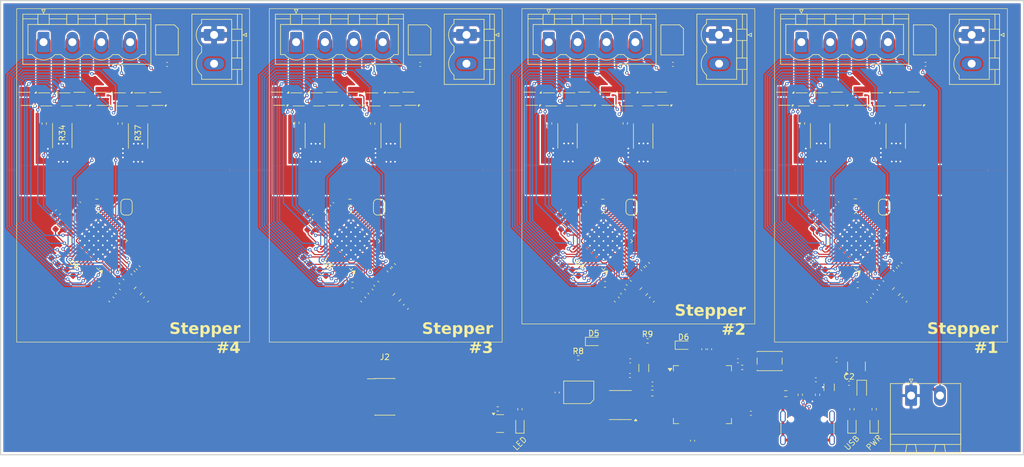
<source format=kicad_pcb>
(kicad_pcb (version 20240108) (generator "pcbnew") (generator_version "8.0")
  (layers (0 "F.Cu" signal) (31 "B.Cu" signal) (34 "B.Paste" user) (35 "F.Paste" user) (36 "B.SilkS" user "B.Silkscreen") (37 "F.SilkS" user "F.Silkscreen") (38 "B.Mask" user) (39 "F.Mask" user) (44 "Edge.Cuts" user))
  (net 0 "")
  (net 1 "Net-(JP1-A)")
  (net 2 "GND")
  (net 3 "Net-(F1-Pad1)")
  (net 5 "Net-(D1-A)")
  (net 6 "Net-(D2-A)")
  (net 7 "VBUS")
  (net 8 "+5V")
  (net 9 "+3V3")
  (net 10 "/D-")
  (net 11 "/D+")
  (net 17 "Net-(P1-CC1)")
  (net 19 "Net-(P1-CC2)")
  (net 20 "/RESETn")
  (net 21 "SWDCLK")
  (net 22 "SWDIO")
  (net 23 "Net-(U3-CPI)")
  (net 24 "Net-(U3-CPO)")
  (net 25 "Net-(U3-VCP)")
  (net 26 "Net-(U3-VCC)")
  (net 27 "Net-(U3-5VOUT)")
  (net 28 "Net-(U3-12VOUT)")
  (net 29 "/Steppers/Stepper Unit/BMA1")
  (net 30 "/Steppers/Stepper Unit/CA1")
  (net 31 "/Steppers/Stepper Unit/CA2")
  (net 32 "/Steppers/Stepper Unit/BMA2")
  (net 33 "/Steppers/Stepper Unit/CB1")
  (net 34 "/Steppers/Stepper Unit/BMB1")
  (net 35 "/Steppers/Stepper Unit/BMB2")
  (net 36 "/Steppers/Stepper Unit/CB2")
  (net 37 "/Steppers/Stepper Unit/LED_OUT")
  (net 38 "/Steppers/Stepper Unit/SB")
  (net 39 "Net-(JP2-B)")
  (net 40 "/Steppers/Stepper Unit/SA")
  (net 41 "/Steppers/Stepper Unit/SD_STEP")
  (net 42 "/Steppers/Stepper Unit/SD_DIR")
  (net 43 "/Steppers/Stepper Unit/DCO")
  (net 44 "/Steppers/Stepper Unit/SD_EN")
  (net 45 "/Steppers/Stepper Unit/SWP_DIAG1")
  (net 46 "/Steppers/Stepper Unit/SWN_DIAG0")
  (net 47 "/Steppers/MOSI")
  (net 48 "/Steppers/MISO")
  (net 49 "/Steppers/SCK")
  (net 50 "/Steppers/Stepper Unit2/LED_OUT")
  (net 51 "/Steppers/Stepper Unit2/SD_DIR")
  (net 52 "/Steppers/Stepper Unit2/SD_EN")
  (net 53 "/Steppers/Stepper Unit2/SWN_DIAG0")
  (net 54 "Net-(U6-CPI)")
  (net 55 "Net-(U6-CPO)")
  (net 56 "Net-(U6-VCP)")
  (net 57 "Net-(U6-VCC)")
  (net 58 "Net-(U6-5VOUT)")
  (net 59 "Net-(U6-12VOUT)")
  (net 60 "/Steppers/Stepper Unit3/BMA1")
  (net 61 "/Steppers/Stepper Unit3/CA1")
  (net 62 "/Steppers/Stepper Unit3/BMA2")
  (net 63 "/Steppers/Stepper Unit3/CA2")
  (net 64 "/Steppers/Stepper Unit3/CB1")
  (net 65 "/Steppers/Stepper Unit3/BMB1")
  (net 66 "/Steppers/Stepper Unit3/CB2")
  (net 67 "/Steppers/Stepper Unit3/BMB2")
  (net 68 "/Steppers/Stepper Unit3/LED_OUT")
  (net 69 "Net-(JP13-B)")
  (net 70 "/Steppers/Stepper Unit3/HA1")
  (net 71 "/Steppers/Stepper Unit3/SA")
  (net 72 "/Steppers/Stepper Unit3/LA1")
  (net 73 "/Steppers/Stepper Unit3/HA2")
  (net 74 "/Steppers/Stepper Unit3/LA2")
  (net 75 "/Steppers/Stepper Unit3/HB1")
  (net 76 "/Steppers/Stepper Unit3/LB1")
  (net 77 "/Steppers/Stepper Unit3/HB2")
  (net 78 "/Steppers/Stepper Unit3/LB2")
  (net 79 "/Steppers/Stepper Unit3/SRAH")
  (net 80 "/Steppers/Stepper Unit3/SRAL")
  (net 81 "/Steppers/Stepper Unit3/SRBH")
  (net 82 "/Steppers/Stepper Unit3/SRBL")
  (net 83 "/Steppers/Stepper Unit3/SD_STEP")
  (net 84 "/Steppers/Stepper Unit3/SD_DIR")
  (net 85 "/Steppers/Stepper Unit3/DCO")
  (net 86 "/Steppers/Stepper Unit3/SD_EN")
  (net 87 "/Steppers/Stepper Unit3/SWP_DIAG1")
  (net 88 "/Steppers/Stepper Unit3/SWN_DIAG0")
  (net 90 "/Steppers/CSn4")
  (net 91 "/Steppers/Stepper Unit/LED_IN")
  (net 92 "/Steppers/Stepper Unit3/SB")
  (net 93 "Net-(U1-PA00)")
  (net 94 "Net-(U1-PA01)")
  (net 95 "Net-(U1-VDDANA)")
  (net 96 "Net-(U1-VDDCORE)")
  (net 97 "Net-(U4-CPO)")
  (net 98 "Net-(U4-CPI)")
  (net 99 "Net-(U4-VCP)")
  (net 100 "Net-(U4-VCC)")
  (net 101 "Net-(U4-5VOUT)")
  (net 102 "Net-(U4-12VOUT)")
  (net 103 "/Steppers/Stepper Unit1/CA1")
  (net 104 "/Steppers/Stepper Unit1/BMA1")
  (net 105 "/Steppers/Stepper Unit1/CA2")
  (net 106 "/Steppers/Stepper Unit1/BMA2")
  (net 107 "/Steppers/Stepper Unit1/CB1")
  (net 108 "/Steppers/Stepper Unit1/BMB1")
  (net 109 "/Steppers/Stepper Unit1/BMB2")
  (net 110 "/Steppers/Stepper Unit1/CB2")
  (net 111 "Net-(U5-CPI)")
  (net 112 "Net-(U5-CPO)")
  (net 113 "Net-(U5-VCP)")
  (net 114 "Net-(U5-VCC)")
  (net 115 "Net-(U5-5VOUT)")
  (net 116 "Net-(U5-12VOUT)")
  (net 117 "/Steppers/Stepper Unit2/BMA1")
  (net 118 "/Steppers/Stepper Unit2/CA1")
  (net 119 "/Steppers/Stepper Unit2/BMA2")
  (net 120 "/Steppers/Stepper Unit2/CA2")
  (net 121 "/Steppers/Stepper Unit2/BMB1")
  (net 122 "/Steppers/Stepper Unit2/CB1")
  (net 123 "/Steppers/Stepper Unit2/BMB2")
  (net 124 "/Steppers/Stepper Unit2/CB2")
  (net 125 "Net-(D4-K)")
  (net 126 "Net-(D4-A)")
  (net 127 "Net-(D5-A)")
  (net 128 "Net-(D6-A)")
  (net 129 "/Steppers/Stepper Unit1/LED_OUT")
  (net 130 "Net-(D11-DIN)")
  (net 131 "/LED")
  (net 132 "Net-(JP7-B)")
  (net 133 "Net-(JP10-B)")
  (net 134 "/Steppers/Stepper Unit/LA1")
  (net 135 "/Steppers/Stepper Unit/LA2")
  (net 136 "/Steppers/Stepper Unit1/LA1")
  (net 137 "/Steppers/Stepper Unit1/SA")
  (net 138 "/Steppers/Stepper Unit1/LA2")
  (net 139 "/Steppers/Stepper Unit/HB1")
  (net 140 "/Steppers/Stepper Unit/HB2")
  (net 141 "/Steppers/Stepper Unit1/HB1")
  (net 142 "/Steppers/Stepper Unit1/HB2")
  (net 143 "/Steppers/Stepper Unit/HA2")
  (net 144 "/Steppers/Stepper Unit1/HA2")
  (net 145 "/Steppers/Stepper Unit2/HA2")
  (net 146 "/Steppers/Stepper Unit/HA1")
  (net 147 "/Steppers/Stepper Unit1/HA1")
  (net 148 "/Steppers/Stepper Unit2/HA1")
  (net 149 "/Steppers/Stepper Unit2/SA")
  (net 150 "/Steppers/Stepper Unit2/LA1")
  (net 151 "/Steppers/Stepper Unit2/LA2")
  (net 152 "/Steppers/Stepper Unit2/HB1")
  (net 153 "/Steppers/Stepper Unit2/HB2")
  (net 154 "/Steppers/Stepper Unit/LB1")
  (net 155 "/Steppers/Stepper Unit/LB2")
  (net 156 "/Steppers/Stepper Unit1/SB")
  (net 157 "/Steppers/Stepper Unit1/LB1")
  (net 158 "/Steppers/Stepper Unit1/LB2")
  (net 159 "/Steppers/Stepper Unit2/LB1")
  (net 160 "/Steppers/Stepper Unit2/SB")
  (net 161 "/Steppers/Stepper Unit2/LB2")
  (net 162 "PA27_TX_LED")
  (net 163 "PB03_RX_LED")
  (net 164 "/Steppers/Stepper Unit/SRAH")
  (net 165 "/Steppers/Stepper Unit/SRAL")
  (net 166 "/Steppers/Stepper Unit/SRBH")
  (net 167 "/Steppers/Stepper Unit/SRBL")
  (net 168 "/Steppers/Stepper Unit1/SRAH")
  (net 169 "/Steppers/Stepper Unit1/SRAL")
  (net 170 "/Steppers/Stepper Unit1/SRBH")
  (net 171 "/Steppers/Stepper Unit1/SRBL")
  (net 172 "/Steppers/Stepper Unit2/SRAH")
  (net 173 "/Steppers/Stepper Unit2/SRAL")
  (net 174 "/Steppers/Stepper Unit2/SRBH")
  (net 175 "/Steppers/Stepper Unit2/SRBL")
  (net 176 "/Steppers/Stepper Unit1/DCO")
  (net 177 "/Steppers/Stepper Unit1/SWP_DIAG1")
  (net 178 "/Steppers/Stepper Unit1/SWN_DIAG0")
  (net 179 "/Steppers/Stepper Unit2/DCO")
  (net 180 "/Steppers/Stepper Unit2/SWP_DIAG1")
  (net 198 "PA06_NEOPIX")
  (net 213 "PA16_LED")
  (net 224 "/Steppers/CSn1")
  (net 226 "/Steppers/CSn2")
  (net 227 "/Steppers/Stepper Unit1/SD_DIR")
  (net 229 "/Steppers/Stepper Unit1/SD_STEP")
  (net 230 "/Steppers/Stepper Unit1/SD_EN")
  (net 231 "/Steppers/Stepper Unit2/SD_STEP")
  (net 232 "/Steppers/CSn3")
  (net 239 "/Steppers/Stepper Unit/VMOT")
  (net 240 "/Steppers/Stepper Unit1/VMOT")
  (net 241 "/Steppers/Stepper Unit2/VMOT")
  (net 242 "/Steppers/Stepper Unit3/VMOT")
  (footprint "Capacitor_SMD:C_0603_1608Metric" (layer "F.Cu") (at 98.1106 71.5772 -45)
    (property "Reference" "C46" (hide yes))
    (property "Value" "2.2uF 25V")
  )
  (footprint "Capacitor_SMD:C_0603_1608Metric" (layer "F.Cu") (at 131.3592 66.3956 -45)
    (property "Reference" "C33" (hide yes))
    (property "Value" "100nF 50V")
  )
  (footprint "Resistor_SMD:R_0402_1005Metric" (layer "F.Cu") (at 176.784 89.7636 90)
    (property "Reference" "R4" (hide yes))
    (property "Value" "5.1K")
  )
  (footprint "FET:Diodes_DMT6016LFDF" (layer "F.Cu") (at 136.1344 37.6532 180)
    (property "Reference" "Q15" (hide yes))
    (property "Value" "Q_NMOS_DGS")
  )
  (footprint "FET:Diodes_DMT6016LFDF" (layer "F.Cu") (at 53.9931 37.6832)
    (property "Reference" "Q33" (hide yes))
    (property "Value" "Q_NMOS_DGS")
  )
  (footprint "LED_SMD:LED_0603_1608Metric" (layer "F.Cu") (at 153.2128 81.026)
    (property "Reference" "D6")
    (property "Value" "Yellow")
  )
  (footprint "Capacitor_SMD:C_0402_1005Metric" (layer "F.Cu") (at 135.8296 56.0324 -45)
    (property "Reference" "C30" (hide yes))
    (property "Value" "470nF 10V")
  )
  (footprint "Resistor_SMD:R_2512_6332Metric" (layer "F.Cu") (at 101.6666 44.1037 -90)
    (property "Reference" "R30" (hide yes))
    (property "Value" "R")
  )
  (footprint "Resistor_SMD:R_0402_1005Metric" (layer "F.Cu") (at 190.4396 67.6656 135)
    (property "Reference" "R12" (hide yes))
    (property "Value" "47R")
  )
  (footprint "Capacitor_SMD:C_0603_1608Metric" (layer "F.Cu") (at 50.3586 70.3072)
    (property "Reference" "C65" (hide yes))
    (property "Value" "100nF 50V")
  )
  (footprint "Capacitor_SMD:C_0603_1608Metric" (layer "F.Cu") (at 141.457608 72.988808 -45)
    (property "Reference" "C28" (hide yes))
    (property "Value" "100nF 50V")
  )
  (footprint "Capacitor_SMD:C_0603_1608Metric" (layer "F.Cu") (at 192.075992 72.988808 -135)
    (property "Reference" "C20" (hide yes))
    (property "Value" "100nF 50V")
  )
  (footprint "Connector_Phoenix_MSTB:PhoenixContact_MSTBVA_2,5_2-G-5,08_1x02_P5.08mm_Vertical" (layer "F.Cu") (at 115.0016 26.3652 -90)
    (property "Reference" "J11" (hide yes))
    (property "Value" "Screw_Terminal_01x02")
  )
  (footprint "FET:Diodes_DMT6016LFDF" (layer "F.Cu") (at 177.5641 37.6832)
    (property "Reference" "Q2" (hide yes))
    (property "Value" "Q_NMOS_DGS")
  )
  (footprint "Capacitor_SMD:C_0603_1608Metric" (layer "F.Cu") (at 45.238592 68.235192 -45)
    (property "Reference" "C67" (hide yes))
    (property "Value" "100nF 50V")
  )
  (footprint "Capacitor_SMD:C_0603_1608Metric" (layer "F.Cu") (at 53.6606 71.5772 -45)
    (property "Reference" "C60" (hide yes))
    (property "Value" "2.2uF 25V")
  )
  (footprint "Capacitor_SMD:C_0603_1608Metric" (layer "F.Cu") (at 99.1266 70.1802 135)
    (property "Reference" "C52" (hide yes))
    (property "Value" "100nF 50V")
  )
  (footprint "Resistor_SMD:R_0402_1005Metric" (layer "F.Cu") (at 134.6708 83.2612)
    (property "Reference" "R8")
    (property "Value" "130R")
  )
  (footprint "Capacitor_SMD:C_0402_1005Metric" (layer "F.Cu") (at 147.7264 87.884 180)
    (property "Reference" "C6" (hide yes))
    (property "Value" "0.1uF")
  )
  (footprint "FET:Diodes_DMT6016LFDF" (layer "F.Cu") (at 85.0781 37.6832)
    (property "Reference" "Q19" (hide yes))
    (property "Value" "Q_NMOS_DGS")
  )
  (footprint "FET:Diodes_DMT6016LFDF" (layer "F.Cu") (at 88.6641 37.6832)
    (property "Reference" "Q18" (hide yes))
    (property "Value" "Q_NMOS_DGS")
  )
  (footprint "Resistor_SMD:R_0402_1005Metric" (layer "F.Cu") (at 163.5252 84.9376)
    (property "Reference" "R1" (hide yes))
    (property "Value" "10K")
  )
  (footprint "Capacitor_SMD:C_0603_1608Metric" (layer "F.Cu") (at 139.3856 70.3072)
    (property "Reference" "C37" (hide yes))
    (property "Value" "100nF 50V")
  )
  (footprint "Capacitor_SMD:C_0402_1005Metric" (layer "F.Cu") (at 106.8736 31.5722)
    (property "Reference" "C49" (hide yes))
    (property "Value" "0.1uF")
  )
  (footprint "Connector_Phoenix_MSTB:PhoenixContact_MSTBVA_2,5_4-G-5,08_1x04_P5.08mm_Vertical" (layer "F.Cu") (at 40.5796 27.6352)
    (property "Reference" "J7" (hide yes))
    (property "Value" "Screw_Terminal_01x04")
  )
  (footprint "Connector_Phoenix_MSTB:PhoenixContact_MSTBVA_2,5_4-G-5,08_1x04_P5.08mm_Vertical" (layer "F.Cu") (at 173.9296 27.6352)
    (property "Reference" "J3" (hide yes))
    (property "Value" "Screw_Terminal_01x04")
  )
  (footprint "FET:Diodes_DMT6016LFDF" (layer "F.Cu") (at 50.9451 37.6832 180)
    (property "Reference" "Q25" (hide yes))
    (property "Value" "Q_NMOS_DGS")
  )
  (footprint "Capacitor_SMD:C_0603_1608Metric" (layer "F.Cu") (at 176.429592 57.647208 -135)
    (property "Reference" "C15" (hide yes))
    (property "Value" "100nF 50V")
  )
  (footprint "Jumper:SolderJumper-2_P1.3mm_Open_RoundedPad1.0x1.5mm" (layer "F.Cu") (at 99.6346 56.7032 90)
    (property "Reference" "JP10" (hide yes))
    (property "Value" "Jumper_2")
  )
  (footprint "Capacitor_SMD:C_0603_1608Metric" (layer "F.Cu") (at 186.945192 71.638792 -45)
    (property "Reference" "C18" (hide yes))
    (property "Value" "2.2uF 25V")
  )
  (footprint "FET:Diodes_DMT6016LFDF" (layer "F.Cu") (at 57.5491 37.6832)
    (property "Reference" "Q32" (hide yes))
    (property "Value" "Q_NMOS_DGS")
  )
  (footprint "Capacitor_SMD:C_0603_1608Metric" (layer "F.Cu") (at 96.8406 72.9742 -45)
    (property "Reference" "C42" (hide yes))
    (property "Value" "100nF 50V")
  )
  (footprint "FET:Diodes_DMT6016LFDF" (layer "F.Cu") (at 37.6101 37.6832 180)
    (property "Reference" "Q13" (hide yes))
    (property "Value" "Q_NMOS_DGS")
  )
  (footprint "Button_Switch_SMD:SW_SPST_PTS810" (layer "F.Cu") (at 168.3512 83.82)
    (property "Reference" "SW1" (hide yes))
    (property "Value" "SW_Push")
  )
  (footprint "Capacitor_SMD:C_0805_2012Metric" (layer "F.Cu") (at 146.1928 71.5772 45)
    (property "Reference" "C26" (hide yes))
    (property "Value" "10uF 50V")
  )
  (footprint "Resistor_SMD:R_0402_1005Metric" (layer "F.Cu") (at 146.8628 80.264)
    (property "Reference" "R9")
    (property "Value" "130R")
  )
  (footprint "Capacitor_SMD:C_0402_1005Metric" (layer "F.Cu") (at 195.7736 31.5468)
    (property "Reference" "C21" (hide yes))
    (property "Value" "0.1uF")
  )
  (footprint "FET:Diodes_DMT6016LFDF" (layer "F.Cu") (at 40.6581 37.6832)
    (property "Reference" "Q21" (hide yes))
    (property "Value" "Q_NMOS_DGS")
  )
  (footprint "LED_SMD:LED_WS2812B-Mini_PLCC4_3.5x3.5mm" (layer "F.Cu") (at 106.7476 27.2432 90)
    (property "Reference" "D9" (hide yes))
    (property "Value" "WS2812B-2020")
  )
  (footprint "Resistor_SMD:R_0402_1005Metric" (layer "F.Cu") (at 101.3872 67.7672 135)
    (property "Reference" "R26" (hide yes))
    (property "Value" "47R")
  )
  (footprint "Jumper:SolderJumper-2_P1.3mm_Open_RoundedPad1.0x1.5mm" (layer "F.Cu") (at 144.0592 56.7032 90)
    (property "Reference" "JP7" (hide yes))
    (property "Value" "Jumper_2")
  )
  (footprint "Capacitor_SMD:C_0402_1005Metric" (layer "F.Cu") (at 142.925411 67.649411 135)
    (property "Reference" "C31" (hide yes))
    (property "Value" "4.7uF 6.3V")
  )
  (footprint "Capacitor_SMD:C_0402_1005Metric" (layer "F.Cu") (at 156.7688 81.7372 90)
    (property "Reference" "C7" (hide yes))
    (property "Value" "0.1uF")
  )
  (footprint "FET:Diodes_DMT6016LFDF" (layer "F.Cu") (at 173.9781 37.6832)
    (property "Reference" "Q3" (hide yes))
    (property "Value" "Q_NMOS_DGS")
  )
  (footprint "Capacitor_SMD:C_0603_1608Metric" (layer "F.Cu") (at 54.2956 69.7992 -45)
    (property "Reference" "C56" (hide yes))
    (property "Value" "100nF 50V")
  )
  (footprint "Capacitor_SMD:C_0402_1005Metric" (layer "F.Cu") (at 46.8026 56.0832 -45)
    (property "Reference" "C58" (hide yes))
    (property "Value" "470nF 10V")
  )
  (footprint "Capacitor_SMD:C_0603_1608Metric" (layer "F.Cu") (at 147.6152 72.9996 -135)
    (property "Reference" "C34" (hide yes))
    (property "Value" "100nF 50V")
  )
  (footprint "Capacitor_SMD:C_0603_1608Metric" (layer "F.Cu") (at 43.1196 57.6072 -135)
    (property "Reference" "C57" (hide yes))
    (property "Value" "100nF 50V")
  )
  (footprint "Resistor_SMD:R_2512_6332Metric" (layer "F.Cu") (at 43.8816 44.1037 -90)
    (property "Reference" "R34")
    (property "Value" "R")
  )
  (footprint "FET:Diodes_DMT6016LFDF" (layer "F.Cu") (at 187.3131 37.6832)
    (property "Reference" "Q27" (hide yes))
    (property "Value" "Q_NMOS_DGS")
  )
  (footprint "FET:Diodes_DMT6016LFDF" (layer "F.Cu") (at 102.0961 37.6532)
    (property "Reference" "Q30" (hide yes))
    (property "Value" "Q_NMOS_DGS")
  )
  (footprint "FET:Diodes_DMT6016LFDF" (layer "F.Cu") (at 82.0601 37.6532 180)
    (property "Reference" "Q12" (hide yes))
    (property "Value" "Q_NMOS_DGS")
  )
  (footprint "Capacitor_SMD:C_0402_1005Metric" (layer "F.Cu") (at 143.8148 83.7692)
    (property "Reference" "C4" (hide yes))
    (property "Value" "15pF")
  )
  (footprint "Capacitor_SMD:C_0603_1608Metric" (layer "F.Cu") (at 134.142408 68.264408 -45)
    (property "Reference" "C39" (hide yes))
    (property "Value" "100nF 50V")
  )
  (footprint "Connector_Phoenix_MSTB:PhoenixContact_MSTBA_2,5_2-G-5,08_1x02_P5.08mm_Horizontal" (layer "F.Cu") (at 193.2432 89.8977)
    (property "Reference" "J1" (hide yes))
    (property "Value" "Screw_Terminal_01x02")
  )
  (footprint "FET:Diodes_DMT6016LFDF" (layer "F.Cu") (at 60.6456 37.6832 180)
    (property "Reference" "Q24" (hide yes))
    (property "Value" "Q_NMOS_DGS")
  )
  (footprint "Capacitor_SMD:C_0603_1608Metric" (layer "F.Cu") (at 87.5696 60.1472 -135)
    (property "Reference" "C50" (hide yes))
    (property "Value" "100nF 50V")
  )
  (footprint "QFP_Thermal:TQFP-48-1EP_7x7mm_P0.5mm_EP5x5mm_ThermalVias_0.3" (layer "F.Cu") (at 183.564388 62.6872 135)
    (property "Reference" "U3" (hide yes))
    (property "Value" "TMC5160A-TA")
  )
  (footprint "FET:Diodes_DMT6016LFDF" (layer "F.Cu") (at 194.0741 37.6324 180)
    (property "Reference" "Q6" (hide yes))
    (property "Value" "Q_NMOS_DGS")
  )
  (footprint "QFP_Thermal:TQFP-48-1EP_7x7mm_P0.5mm_EP5x5mm_ThermalVias_0.3" (layer "F.Cu") (at 139.113181 62.6872 135)
    (property "Reference" "U4")
    (property "Value" "TMC5160A-TA")
  )
  (footprint "FET:Diodes_DMT6016LFDF" (layer "F.Cu") (at 133.1095 37.6832)
    (property "Reference" "Q4" (hide yes))
    (property "Value" "Q_NMOS_DGS")
  )
  (footprint "Capacitor_SMD:C_0603_1608Metric" (layer "F.Cu") (at 178.643208 68.264408 -45)
    (property "Reference" "C25" (hide yes))
    (property "Value" "100nF 50V")
  )
  (footprint "FET:Diodes_DMT6016LFDF" (layer "F.Cu") (at 47.3106 37.6832 180)
    (property "Reference" "Q17" (hide yes))
    (property "Value" "Q_NMOS_DGS")
  )
  (footprint "Resistor_SMD:R_0402_1005Metric" (layer "F.Cu") (at 173.736 89.765599 90)
    (property "Reference" "R3" (hide yes))
    (property "Value" "5.1K")
  )
  (footprint "Capacitor_SMD:C_0603_1608Metric" (layer "F.Cu") (at 87.609608 57.647208 -135)
    (property "Reference" "C43" (hide yes))
    (property "Value" "100nF 50V")
  )
  (footprint "Resistor_SMD:R_0603_1608Metric" (layer "F.Cu") (at 49.9776 55.8292)
    (property "Reference" "R31" (hide yes))
    (property "Value" "2R")
  )
  (footprint "Capacitor_SMD:C_0805_2012Metric" (layer "F.Cu") (at 57.2166 71.4502 45)
    (property "Reference" "C54" (hide yes))
    (property "Value" "10uF 50V")
  )
  (footprint "Capacitor_SMD:C_0603_1608Metric" (layer "F.Cu") (at 42.4846 66.2432 -45)
    (property "Reference" "C61" (hide yes))
    (property "Value" "100nF 50V")
  )
  (footprint "Resistor_SMD:R_2512_6332Metric" (layer "F.Cu") (at 132.7816 44.1452 -90)
    (property "Reference" "R20" (hide yes))
    (property "Value" "R")
  )
  (footprint "LED_SMD:LED_WS2812B-Mini_PLCC4_3.5x3.5mm" (layer "F.Cu") (at 134.758 89.3328)
    (property "Reference" "D11" (hide yes))
    (property "Value" "WS2812B-2020")
  )
  (footprint "Resistor_SMD:R_2512_6332Metric" (layer "F.Cu") (at 57.2166 44.1867 -90)
    (property "Reference" "R37")
    (property "Value" "R" (hide yes))
  )
  (footprint "Capacitor_SMD:C_0402_1005Metric" (layer "F.Cu") (at 187.3916 67.6656 180)
    (property "Reference" "C17" (hide yes))
    (property "Value" "4.7uF 6.3V")
  )
  (footprint "Connector_PinHeader_1.27mm:PinHeader_2x05_P1.27mm_Vertical_SMD" (layer "F.Cu") (at 100.6348 90.1192)
    (property "Reference" "J2")
    (property "Value" "Conn_ARM_JTAG_SWD_10")
  )
  (footprint "Resistor_SMD:R_0402_1005Metric" (layer "F.Cu") (at 187.3408 41.911999 -90)
    (property "Reference" "R14" (hide yes))
    (property "Value" "47R")
  )
  (footprint "Capacitor_SMD:C_0402_1005Metric" (layer "F.Cu") (at 176.4792 87.122 180)
    (property "Reference" "C1" (hide yes))
    (property "Value" "2.2uF")
  )
  (footprint "Resistor_SMD:R_0402_1005Metric" (layer "F.Cu") (at 146.8532 66.802 135)
    (property "Reference" "R22" (hide yes))
    (property "Value" "47R")
  )
  (footprint "Capacitor_SMD:C_0402_1005Metric" (layer "F.Cu") (at 182.3212 87.7316)
    (property "Reference" "C2")
    (property "Value" "1uF")
  )
  (footprint "Diode_SMD:D_SOD-323" (layer "F.Cu") (at 184.5564 88.8152 -90)
    (property "Reference" "D3" (hide yes))
    (property "Value" "CUS10S30")
  )
  (footprint "Resistor_SMD:R_0402_1005Metric" (layer "F.Cu") (at 129.632 41.962799 -90)
    (property "Reference" "R18" (hide yes))
    (property "Value" "47R")
  )
  (footprint "Connector_Phoenix_MSTB:PhoenixContact_MSTBVA_2,5_4-G-5,08_1x04_P5.08mm_Vertical" (layer "F.Cu") (at 129.4796 27.6352)
    (property "Reference" "J5" (hide yes))
    (property "Value" "Screw_Terminal_01x04")
  )
  (footprint "FET:Diodes_DMT6016LFDF" (layer "F.Cu") (at 190.9984 37.6532)
    (property "Reference" "Q26" (hide yes))
    (property "Value" "Q_NMOS_DGS")
  )
  (footprint "Capacitor_SMD:C_0603_1608Metric" (layer "F.Cu") (at 58.6136 72.9742 -135)
    (property "Reference" "C62" (hide yes))
    (property "Value" "100nF 50V")
  )
  (footprint "Capacitor_SMD:C_0603_1608Metric" (layer "F.Cu") (at 52.5176 72.9742 135)
    (property "Reference" "C66" (hide yes))
    (property "Value" "100nF 50V")
  )
  (footprint "Capacitor_SMD:C_0603_1608Metric" (layer "F.Cu") (at 143.5512 70.0532 135)
    (property "Reference" "C38" (hide yes))
    (property "Value" "100nF 50V")
  )
  (footprint "FET:Diodes_DMT6016LFDF" (layer "F.Cu") (at 170.9555 37.6532 180)
    (property "Reference" "Q10" (hide yes))
    (property "Value" "Q_NMOS_DGS")
  )
  (footprint "Capacitor_SMD:C_0603_1608Metric" (layer "F.Cu") (at 43.2466 60.0202 -135)
    (property "Reference" "C64" (hide yes))
    (property "Value" "100nF 50V")
  )
  (footprint "Capacitor_SMD:C_0805_2012Metric" (layer "F.Cu") (at 190.6428 71.5772 45)
    (property "Reference" "C12" (hide yes))
    (property "Value" "10uF 50V")
  )
  (footprint "Capacitor_SMD:C_0603_1608Metric" (layer "F.Cu") (at 132.172 60.0456 -135)
    (property "Reference" "C36" (hide yes))
    (property "Value" "100nF 50V")
  )
  (footprint "Capacitor_SMD:C_0402_1005Metric" (layer "F.Cu") (at 90.278189 57.692611 -135)
    (property "Reference" "C41" (hide yes))
    (property "Value" "22nF 50V")
  )
  (footprint "Capacitor_SMD:C_0402_1005Metric" (layer "F.Cu") (at 54.0416 67.5132 135)
    (property "Reference" "C59" (hide yes))
    (property "Value" "4.7uF 6.3V")
  )
  (footprint "FET:Diodes_DMT6016LFDF" (layer "F.Cu") (at 98.4131 37.6832)
    (property "Reference" "Q31" (hide yes))
    (property "Value" "Q_NMOS_DGS")
  )
  (footprint "Jumper:SolderJumper-2_P1.3mm_Open_RoundedPad1.0x1.5mm" (layer "F.Cu") (at 188.5092 56.7032 90)
    (property "Reference" "JP2" (hide yes))
    (property "Value" "Jumper_2")
  )
  (footprint "FET:Diodes_DMT6016LFDF" (layer "F.Cu") (at 44.2626 37.6832)
    (property "Reference" "Q20" (hide yes))
    (property "Value" "Q_NMOS_DGS")
  )
  (footprint "Capacitor_SMD:C_0402_1005Metric" (layer "F.Cu") (at 62.3246 31.5722)
    (property "Reference" "C63" (hide yes))
    (property "Value" "0.1uF")
  )
  (footprint "Capacitor_SMD:C_0402_1005Metric" (layer "F.Cu") (at 45.955189 57.692611 -135)
    (property "Reference" "C55" (hide yes))
    (property "Value" "22nF 50V")
  )
  (footprint "Connector_USB:USB_C_Receptacle_GCT_USB4105-xx-A_16P_TopMnt_Horizontal" (layer "F.Cu") (at 175.004 96.6642)
    (property "Reference" "P1" (hide yes))
    (property "Value" "USB_C_Plug_USB2.0")
  )
  (footprint "Resistor_SMD:R_0402_1005Metric" (layer "F.Cu") (at 102.1492 67.0052 135)
    (property "Reference" "R29" (hide yes))
    (property "Value" "47R")
  )
  (footprint "LED_SMD:LED_WS2812B-Mini_PLCC4_3.5x3.5mm" (layer "F.Cu") (at 195.6456 27.2432 90)
    (property "Reference" "D7" (hide yes))
    (property "Value" "WS2812B-2020")
  )
  (footprint "FET:Diodes_DMT6016LFDF" (layer "F.Cu") (at 146.5484 37.6532)
    (property "Reference" "Q28" (hide yes))
    (property "Value" "Q_NMOS_DGS")
  )
  (footprint "Resistor_SMD:R_0402_1005Metric" (layer "F.Cu") (at 142.9416 41.9608 -90)
    (property "Reference" "R21" (hide yes))
    (property "Value" "47R")
  )
  (footprint "Capacitor_SMD:C_0402_1005Metric" (layer "F.Cu") (at 157.7848 81.7372 90)
    (property "Reference" "C11" (hide yes))
    (property "Value" "1uF")
  )
  (footprint "Resistor_SMD:R_2512_6332Metric" (layer "F.Cu") (at 190.5412 44.1799 -90)
    (property "Reference" "R16" (hide yes))
    (property "Value" "R")
  )
  (footprint "Capacitor_SMD:C_0402_1005Metric" (layer "F.Cu") (at 98.577011 67.598611 135)
    (property "Reference" "C45" (hide yes))
    (property "Value" "4.7uF 6.3V")
  )
  (footprint "Capacitor_SMD:C_0603_1608Metric" (layer "F.Cu") (at 94.9356 70.4342)
    (property "Reference" "C51" (hide yes))
    (property "Value" "100nF 50V")
  )
  (footprint "Resistor_SMD:R_0402_1005Metric" (layer "F.Cu") (at 85.1566 41.8612 -90)
    (property "Reference" "R25" (hide yes))
    (property "Value" "47R")
  )
  (footprint "FET:Diodes_DMT6016LFDF" (layer "F.Cu") (at 126.5055 37.6532 180)
    (property "Reference" "Q11" (hide yes))
    (property "Value" "Q_NMOS_DGS")
  )
  (footprint "Package_QFP:TQFP-64_10x10mm_P0.5mm" (layer "F.Cu") (at 156.524 89.7365)
    (property "Reference" "U1" (hide yes))
    (property "Value" "ATSAMD21J18A-A")
  )
  (footprint "Capacitor_SMD:C_0402_1005Metric" (layer "F.Cu") (at 130.9624 89.3572 -90)
    (property "Reference" "C68" (hide yes))
    (property "Value" "0.1uF")
  )
  (footprint "Resistor_SMD:R_0603_1608Metric" (layer "F.Cu") (at 138.9792 55.8292)
    (property "Reference" "R17" (hide yes))
    (property "Value" "2R")
  )
  (footprint "Fuse:Fuse_1206_3216Metric" (layer "F.Cu") (at 178.816 88.4428 90)
    (property "Reference" "F1" (hide yes))
    (property "Value" "500mA")
  )
  (footprint "QFP_Thermal:TQFP-48-1EP_7x7mm_P0.5mm_EP5x5mm_ThermalVias_0.3" (layer "F.Cu") (at 94.674619 62.6872 135)
    (property "Reference" "U5")
    (property "Value" "TMC5160A-TA")
  )
  (footprint "LED_SMD:LED_0603_1608Metric" (layer "F.Cu") (at 182.8292 95.0468 90)
    (property "Reference" "D1" (hide yes))
    (property "Value" "LED")
  )
  (footprint "FET:Diodes_DMT6016LFDF" (layer "F.Cu") (at 139.8151 37.6532 180)
    (property "Reference" "Q9" (hide yes))
    (property "Value" "Q_NMOS_DGS")
  )
  (footprint "Capacitor_SMD:C_0402_1005Metric" (layer "F.Cu") (at 165.0492 93.0148)
    (property "Reference" "C9" (hide yes))
    (property "Value" "0.1uF")
  )
  (footprint "LED_SMD:LED_WS2812B-Mini_PLCC4_3.5x3.5mm" (layer "F.Cu") (at 62.2976 27.2432 90)
    (property "Reference" "D10" (hide yes))
    (property "Value" "WS2812B-2020")
  )
  (footprint "LED_SMD:LED_0603_1608Metric" (layer "F.Cu") (at 186.7408 95.0468 90)
    (property "Reference" "D2" (hide yes))
    (property "Value" "LED")
  )
  (footprint "Package_TO_SOT_SMD:SOT-23" (layer "F.Cu") (at 120.9271 94.8284)
    (property "Reference" "Q1" (hide yes))
    (property "Value" "2N7002")
  )
  (footprint "Resistor_SMD:R_0402_1005Metric" (layer "F.Cu") (at 124.4092 92.3036 90)
    (property "Reference" "R2" (hide yes))
    (property "Value" "10R")
  )
  (footprint "LED_SMD:LED_0603_1608Metric" (layer "F.Cu") (at 137.414 80.3656)
    (property "Reference" "D5")
    (property "Value" "Green")
  )
  (footprint "LED_SMD:LED_WS2812B-Mini_PLCC4_3.5x3.5mm" (layer "F.Cu") (at 151.1956 27.2432 90)
    (property "Reference" "D8" (hide yes))
    (property "Value" "WS2812B-2020")
  )
  (footprint "Capacitor_SMD:C_0603_1608Metric" (layer "F.Cu") (at 104.3336 74.2696 -135)
    (property "Reference" "C48" (hide yes))
    (property "Value" "100nF 50V")
  )
  (footprint "Resistor_SMD:R_0402_1005Metric" (layer "F.Cu") (at 40.7066 41.9882 -90)
    (property "Reference" "R32" (hide yes))
    (property "Value" "47R")
  )
  (footprint "FET:Diodes_DMT6016LFDF" (layer "F.Cu") (at 180.5844 37.6532 180)
    (property "Reference" "Q14" (hide yes))
    (property "Value" "Q_NMOS_DGS")
  )
  (footprint "Capacitor_SMD:C_0603_1608Metric" (layer "F.Cu") (at 86.767592 66.203192 -45)
    (property "Reference" "C47" (hide yes))
    (property "Value" "100nF 50V")
  )
  (footprint "Capacitor_SMD:C_0402_1005Metric" (layer "F.Cu") (at 162.7632 83.7692)
    (property "Reference" "C8" (hide yes))
    (property "Value" "0.1uF")
  )
  (footprint "Resistor_SMD:R_0402_1005Metric" (layer "F.Cu") (at 186.7408 92.3036 90)
    (property "Reference" "R7" (hide yes))
    (property "Value" "300R")
  )
  (footprint "FET:Diodes_DMT6016LFDF" (layer "F.Cu") (at 142.8631 37.6832)
    (property "Reference" "Q29" (hide yes))
    (property "Value" "Q_NMOS_DGS")
  )
  (footprint "Resistor_SMD:R_0402_1005Metric" (layer "F.Cu") (at 54.0416 41.9842 -90)
    (property "Reference" "R35" (hide yes))
    (property "Value" "47R")
  )
  (footprint "Connector_Phoenix_MSTB:PhoenixContact_MSTBVA_2,5_2-G-5,08_1x02_P5.08mm_Vertical" (layer "F.Cu") (at 203.9016 26.3652 -90)
    (property "Reference" "J8" (hide yes))
    (property "Value" "Screw_Terminal_01x02")
  )
  (footprint "Capacitor_SMD:C_0402_1005Metric" (layer "F.Cu") (at 91.3288 56.1848 -45)
    (property "Reference" "C44" (hide yes))
    (property "Value" "470nF 10V")
  )
  (footprint "Connector_Phoenix_MSTB:PhoenixContact_MSTBVA_2,5_4-G-5,08_1x04_P5.08mm_Vertical" (layer "F.Cu") (at 85.0296 27.6352)
    (property "Reference" "J6" (hide yes))
    (property "Value" "Screw_Terminal_01x04")
  )
  (footprint "FET:Diodes_DMT6016LFDF" (layer "F.Cu") (at 95.3651 37.6532 180)
    (property "Reference" "Q23" (hide yes))
    (property "Value" "Q_NMOS_DGS")
  )
  (footprint "QFP_Thermal:TQFP-48-1EP_7x7mm_P0.5mm_EP5x5mm_ThermalVias_0.3" (layer "F.Cu") (at 50.214388 62.622076 135)
    (property "Reference" "U6")
    (property "Value" "TMC5160A-TA")
  )
  (footprint "Resistor_SMD:R_0603_1608Metric" (layer "F.Cu") (at 94.4906 55.8292)
    (property "Reference" "R24" (hide yes))
    (property "Value" "2R")
  )
  (footprint "Package_SO:SOIC-8_3.9x4.9mm_P1.27mm" (layer "F.Cu") (at 142.0734 91.567 180)
    (property "Reference" "U7" (hide yes))
    (property "Value" "TC4427")
  )
  (footprint "Capacitor_SMD:C_0402_1005Metric" (layer "F.Cu") (at 134.848211 57.674189 -135)
    (property "Reference" "C27" (hide yes))
    (property "Value" "22nF 50V")
  )
  (footprint "Capacitor_SMD:C_0402_1005Metric" (layer "F.Cu") (at 154.7876 97.8408 -90)
    (property "Reference" "C10" (hide yes))
    (property "Value" "0.1uF")
  )
  (footprint "Resistor_SMD:R_0402_1005Metric" (layer "F.Cu") (at 174.1328 41.9608 -90)
    (property "Reference" "R11" (hide yes))
    (property "Value" "47R")
  )
  (footprint "Capacitor_SMD:C_0603_1608Metric" (layer "F.Cu") (at 142.545992 71.587992 -45)
    (property "Reference" "C32" (hide yes))
    (property "Value" "2.2uF 25V")
  )
  (footprint "Capacitor_SMD:C_0603_1608Metric" (layer "F.Cu") (at 175.7584 66.3448 -45)
    (property "Reference" "C19" (hide yes))
    (property "Value" "100nF 50V")
  )
  (footprint "Package_TO_SOT_SMD:SOT-23-5" (layer "F.Cu") (at 183.626799 84.7543 90)
    (property "Reference" "U2" (hide yes))
    (property "Value" "AP2112K-3.3")
  )
  (footprint "Connector_Phoenix_MSTB:PhoenixContact_MSTBVA_2,5_2-G-5,08_1x02_P5.08mm_Vertical" (layer "F.Cu") (at 159.4516 26.3652 -90)
    (property "Reference" "J9" (hide yes))
    (property "Value" "Screw_Terminal_01x02")
  )
  (footprint "Resistor_SMD:R_0402_1005Metric" (layer "F.Cu") (at 98.4916 41.9882 -90)
    (property "Reference" "R28" (hide yes))
    (property "Value" "47R")
  )
  (footprint "Capacitor_SMD:C_0603_1608Metric" (layer "F.Cu") (at 188.0012 70.104 135)
    (property "Reference" "C24" (hide yes))
    (property "Value" "100nF 50V")
  )
  (footprint "Capacitor_SMD:C_0603_1608Metric" (layer "F.Cu") (at 176.480392 59.933208 -135)
    (property "Reference" "C22" (hide yes))
    (property "Value" "100nF 50V")
  )
  (footprint "Jumper:SolderJumper-2_P1.3mm_Open_RoundedPad1.0x1.5mm" (layer "F.Cu") (at 55.1846 56.7032 90)
    (property "Reference" "JP13" (hide yes))
    (property "Value" "Jumper_2")
  )
  (footprint "Resistor_SMD:R_0402_1005Metric" (layer "F.Cu") (at 146.0404 67.564 135)
    (property "Reference" "R19" (hide yes))
    (property "Value" "47R")
  )
  (footprint "Resistor_SMD:R_2512_6332Metric" (layer "F.Cu") (at 146.0912 44.1799 -90)
    (property "Reference" "R23" (hide yes))
    (property "Value" "R")
  )
  (footprint "Capacitor_SMD:C_0402_1005Metric" (layer "F.Cu") (at 180.2288 56.0324 -45)
    (property "Reference" "C16" (hide yes))
    (property "Value" "470nF 10V")
  )
  (footprint "Resistor_SMD:R_0402_1005Metric" (layer "F.Cu") (at 56.3276 68.2752 135)
    (property "Reference" "R33" (hide yes))
    (property "Value" "47R")
  )
  (footprint "Resistor_SMD:R_0402_1005Metric" (layer "F.Cu") (at 191.298176 66.796976 135)
    (property "Reference" "R15" (hide yes))
    (property "Value" "47R")
  )
  (footprint "Capacitor_SMD:C_0402_1005Metric" (layer "F.Cu") (at 179.3144 57.658 -135)
    (property "Reference" "C13" (hide yes))
    (property "Value" "22nF 50V")
  )
  (footprint "Resistor_SMD:R_2512_6332Metric" (layer "F.Cu") (at 88.3316 44.1037 -90)
    (property "Reference" "R27" (hide yes))
    (property "Value" "R")
  )
  (footprint "FET:Diodes_DMT6016LFDF" (layer "F.Cu") (at 149.6195 37.6532 180)
    (property "Reference" "Q8" (hide yes))
    (property "Value" "Q_NMOS_DGS")
  )
  (footprint "FET:Diodes_DMT6016LFDF" (layer "F.Cu") (at 184.2651 37.6532 180)
    (property "Reference" "Q7" (hide yes))
    (property "Value" "Q_NMOS_DGS")
  )
  (footprint "Resistor_SMD:R_0603_1608Metric_Pad0.98x0.95mm_HandSolder" (layer "F.Cu") (at 171.196 89.5604)
    (property "Reference" "JP1" (hide yes))
    (property "Value" "Jumper_2_Bridged")
  )
  (footprint "Capacitor_SMD:C_0603_1608Metric" (layer "F.Cu") (at 183.8486 70.4088)
    (property "Reference" "C23" (hide yes))
    (property "Value" "100nF 50V")
  )
  (footprint "LED_SMD:LED_0603_1608Metric" (layer "F.Cu") (at 124.4092 95.0468 90)
    (property "Reference" "D4" (hide yes))
    (property "Value" "Blue")
  )
  (footprint "Resistor_SMD:R_0603_1608Metric" (layer "F.Cu") (at 183.4414 55.7784)
    (property "Reference" "R10" (hide yes))
    (property "Value" "2R")
  )
  (footprint "Capacitor_SMD:C_0402_1005Metric" (layer "F.Cu") (at 143.764 86.36)
    (property "Reference" "C5" (hide yes))
    (property "Value" "15pF")
  )
  (footprint "Resistor_SMD:R_0402_1005Metric" (layer "F.Cu") (at 120.4976 92.2528 180)
    (property "Reference" "R5" (hide yes))
    (property "Value" "100K")
  )
  (footprint "Resistor_SMD:R_0402_1005Metric" (layer "F.Cu") (at 182.8292 92.3036 90)
    (property "Reference" "R6" (hide yes))
    (property "Value" "300R")
  )
  (footprint "Capacitor_SMD:C_0603_1608Metric" (layer "F.Cu") (at 89.7286 68.235192 -45)
    (property "Reference" "C53" (hide yes))
    (property "Value" "100nF 50V")
  )
  (footprint "FET:Diodes_DMT6016LFDF" (layer "F.Cu") (at 91.6821 37.6532 180)
    (property "Reference" "Q16" (hide yes))
    (property "Value" "Q_NMOS_DGS")
  )
  (footprint "Connector_Phoenix_MSTB:PhoenixContact_MSTBVA_2,5_2-G-5,08_1x02_P5.08mm_Vertical" (layer "F.Cu") (at 70.5911 26.3652 -90)
    (property "Reference" "J10" (hide yes))
    (property "Value" "Screw_Terminal_01x02")
  )
  (footprint "Resistor_SMD:R_0402_1005Metric" (layer "F.Cu") (at 57.2166 67.3862 135)
    (property "Reference" "R36" (hide yes))
    (property "Value" "47R")
  )
  (footprint "Capacitor_SMD:C_0402_1005Metric" (layer "F.Cu") (at 180.1368 83.6168 180)
    (property "Reference" "C3" (hide yes))
    (property "Value" "2.2uF")
  )
  (footprint "FET:Diodes_DMT6016LFDF" (layer "F.Cu") (at 105.1741 37.6532 180)
    (property "Reference" "Q22" (hide yes))
    (property "Value" "Q_NMOS_DGS")
  )
  (footprint "Crystal:Crystal_SMD_3215-2Pin_3.2x1.5mm" (layer "F.Cu") (at 146.2024 85.0392 90)
    (property "Reference" "Y1" (hide yes))
    (property "Value" "32.768kHz")
  )
  (footprint "FET:Diodes_DMT6016LFDF" (layer "F.Cu") (at 129.5281 37.6832)
    (property "Reference" "Q5" (hide yes))
    (property "Value" "Q_NMOS_DGS")
  )
  (footprint "Capacitor_SMD:C_0603_1608Metric" (layer "F.Cu") (at 132.008808 57.516392 -135)
    (property "Reference" "C29" (hide yes))
    (property "Value" "100nF 50V")
  )
  (footprint "Resistor_SMD:R_2512_6332Metric" (layer "F.Cu") (at 177.2316 44.1452 -90)
    (property "Reference" "R13" (hide yes))
    (property "Value" "R")
  )
  (footprint "Capacitor_SMD:C_0805_2012Metric" (layer "F.Cu") (at 102.7588 72.5932 45)
    (property "Reference" "C40" (hide yes))
    (property "Value" "10uF 50V")
  )
  (footprint "Inductor_SMD:L_0603_1608Metric" (layer "F.Cu") (at 147.7009 89.4588)
    (property "Reference" "FB1" (hide yes))
    (property "Value" "30R")
  )
  (footprint "Capacitor_SMD:C_0603_1608Metric" (layer "F.Cu") (at 185.8168 73.0504 -45)
    (property "Reference" "C14" (hide yes))
    (property "Value" "100nF 50V")
  )
  (footprint "Capacitor_SMD:C_0402_1005Metric" (layer "F.Cu") (at 151.3236 31.5468)
    (property "Reference" "C35" (hide yes))
    (property "Value" "0.1uF")
  )
  (gr_rect (start 35.8552 21.7424) (end 76.8348 80.4856) (stroke (width 0.1)) (fill none) (layer "F.SilkS"))
  (gr_rect (start 80.3052 21.7424) (end 121.2848 80.4856) (stroke (width 0.1)) (fill none) (layer "F.SilkS"))
  (gr_rect (start 124.7552 21.7424) (end 165.7348 77.2852) (stroke (width 0.1)) (fill none) (layer "F.SilkS"))
  (gr_rect (start 169.2052 21.7424) (end 210.1848 80.4856) (stroke (width 0.1)) (fill none) (layer "F.SilkS"))
  (gr_rect (start 33.02 20.32) (end 213.02 100.32) (stroke (width 0.2)) (fill none) (layer "Edge.Cuts"))
  (gr_text "USB" (at 182.118 99.7712 45) (layer "F.SilkS") (effects (font (size 1 1) (thickness 0.125)) (justify left bottom)))
  (gr_text "LED" (at 123.791176 99.7712 45) (layer "F.SilkS") (effects (font (size 1 1) (thickness 0.125)) (justify left bottom)))
  (gr_text "PWR" (at 185.971254 99.7712 45) (layer "F.SilkS") (effects (font (size 1 1) (thickness 0.125)) (justify left bottom)))
  (gr_text_box "Stepper #3" (start 102.3176 75.5385) (end 121.1992 80.4175) (layer "F.SilkS") (effects (font (size 2 2) (thickness 0.2) (bold yes)) (justify right top)) (border no))
  (gr_text_box "Stepper #4" (start 57.8676 75.5385) (end 76.7492 80.4175) (layer "F.SilkS") (effects (font (size 2 2) (thickness 0.2) (bold yes)) (justify right top)) (border no))
  (gr_text_box "Stepper #1" (start 191.2096 75.5385) (end 210.0912 80.4175) (layer "F.SilkS") (effects (font (size 2 2) (thickness 0.2) (bold yes)) (justify right top)) (border no))
  (gr_text_box "Stepper #2" (start 146.7772 72.3381) (end 165.6588 77.2171) (layer "F.SilkS") (effects (font (size 2 2) (thickness 0.2) (bold yes)) (justify right top)) (border no))
  (segment (start 170.684 89.9609) (end 170.2835 89.5604) (width 0.5) (layer "F.Cu") (net 1))
  (segment (start 170.684 97.7392) (end 170.684 93.5592) (width 0.5) (layer "F.Cu") (net 1))
  (segment (start 179.324 97.7392) (end 179.324 93.5592) (width 0.5) (layer "F.Cu") (net 1))
  (segment (start 170.684 97.7392) (end 179.324 97.7392) (width 0.5) (layer "F.Cu") (net 1))
  (segment (start 170.684 93.5592) (end 170.684 89.9609) (width 0.5) (layer "F.Cu") (net 1))
  (segment (start 96.18966 59.404393) (end 96.18966 59.782825) (width 0.2) (layer "F.Cu") (net 2))
  (segment (start 185.078222 59.404393) (end 185.078222 59.865822) (width 0.2) (layer "F.Cu") (net 2))
  (segment (start 52.436535 60.046375) (end 52.035775 60.046375) (width 0.2) (layer "F.Cu") (net 2))
  (segment (start 99.0504 67.20933) (end 99.0504 67.633222) (width 0.2) (layer "F.Cu") (net 2))
  (segment (start 53.677662 66.286592) (end 54.381011 66.989941) (width 0.2) (layer "F.Cu") (net 2))
  (segment (start 51.805378 60.677532) (end 51.805378 61.031086) (width 0.2) (layer "F.Cu") (net 2))
  (segment (start 52.035775 60.046375) (end 51.729429 59.740029) (width 0.2) (layer "F.Cu") (net 2))
  (segment (start 52.980943 65.742185) (end 53.52535 66.286592) (width 0.2) (layer "F.Cu") (net 2))
  (segment (start 96.255378 64.565778) (end 98.2884 66.5988) (width 0.2) (layer "F.Cu") (net 2))
  (segment (start 187.758711 67.170041) (end 187.758711 67.804111) (width 0.2) (layer "F.Cu") (net 2))
  (segment (start 52.980943 59.501967) (end 52.436535 60.046375) (width 0.2) (layer "F.Cu") (net 2))
  (segment (start 135.7303 58.950765) (end 137.551098 60.771563) (width 0.2) (layer "F.Cu") (net 2))
  (segment (start 47.447833 59.501967) (end 46.8026 58.856734) (width 0.2) (layer "F.Cu") (net 2))
  (segment (start 96.18966 59.782825) (end 96.589045 60.18221) (width 0.2) (layer "F.Cu") (net 2))
  (segment (start 99.0504 67.633222) (end 98.831011 67.852611) (width 0.2) (layer "F.Cu") (net 2))
  (segment (start 185.183078 60.982586) (end 185.183078 60.62888) (width 0.2) (layer "F.Cu") (net 2))
  (segment (start 96.255378 61.031086) (end 96.255378 60.67738) (width 0.2) (layer "F.Cu") (net 2))
  (segment (start 52.980943 65.742185) (end 51.805378 64.56662) (width 0.2) (layer "F.Cu") (net 2))
  (segment (start 140.628222 59.865822) (end 140.873899 60.111499) (width 0.2) (layer "F.Cu") (net 2))
  (segment (start 96.589045 60.18221) (end 96.826055 60.18221) (width 0.2) (layer "F.Cu") (net 2))
  (segment (start 96.826055 60.18221) (end 97.441174 59.567091) (width 0.2) (layer "F.Cu") (net 2))
  (segment (start 143.308711 67.170041) (end 143.308711 67.804111) (width 0.2) (layer "F.Cu") (net 2))
  (segment (start 140.873899 60.111499) (end 141.335328 60.111499) (width 0.2) (layer "F.Cu") (net 2))
  (segment (start 51.729429 59.339269) (end 52.273837 58.794861) (width 0.2) (layer "F.Cu") (net 2))
  (segment (start 53.52535 66.286592) (end 53.677662 66.286592) (width 0.2) (layer "F.Cu") (net 2))
  (segment (start 96.734068 58.859985) (end 96.18966 59.404393) (width 0.2) (layer "F.Cu") (net 2))
  (segment (start 51.805378 64.56662) (end 51.805378 64.213066) (width 0.2) (layer "F.Cu") (net 2))
  (segment (start 47.447833 59.501967) (end 48.623398 60.677532) (width 0.2) (layer "F.Cu") (net 2))
  (segment (start 98.2884 66.5988) (end 98.43987 66.5988) (width 0.2) (layer "F.Cu") (net 2))
  (segment (start 91.2526 58.856734) (end 91.2526 57.9882) (width 0.2) (layer "F.Cu") (net 2))
  (segment (start 99.19871 63.974418) (end 99.552264 63.620864) (width 0.2) (layer "F.Cu") (net 2))
  (segment (start 140.733078 64.164566) (end 140.733078 64.594408) (width 0.2) (layer "F.Cu") (net 2))
  (segment (start 140.733078 60.982586) (end 140.733078 60.62888) (width 0.2) (layer "F.Cu") (net 2))
  (segment (start 185.785328 60.111499) (end 186.329736 59.567091) (width 0.2) (layer "F.Cu") (net 2))
  (segment (start 185.62263 58.859985) (end 185.078222 59.404393) (width 0.2) (layer "F.Cu") (net 2))
  (segment (start 91.897833 59.501967) (end 93.073398 60.677532) (width 0.2) (layer "F.Cu") (net 2))
  (segment (start 48.623398 60.677532) (end 48.623398 61.031086) (width 0.2) (layer "F.Cu") (net 2))
  (segment (start 54.381011 66.989941) (end 54.381011 67.852611) (width 0.2) (layer "F.Cu") (net 2))
  (segment (start 141.335328 60.111499) (end 141.879736 59.567091) (width 0.2) (layer "F.Cu") (net 2))
  (segment (start 185.323899 60.111499) (end 185.785328 60.111499) (width 0.2) (layer "F.Cu") (net 2))
  (segment (start 93.073398 60.677532) (end 93.073398 61.031086) (width 0.2) (layer "F.Cu") (net 2))
  (segment (start 54.74871 63.974418) (end 55.102264 63.620864) (width 0.2) (layer "F.Cu") (net 2))
  (segment (start 137.551098 60.771563) (end 137.551098 60.982586) (width 0.2) (layer "F.Cu") (net 2))
  (segment (start 98.43987 66.5988) (end 99.0504 67.20933) (width 0.2) (layer "F.Cu") (net 2))
  (segment (start 140.733078 64.594408) (end 143.308711 67.170041) (width 0.2) (layer "F.Cu") (net 2))
  (segment (start 140.628222 59.404393) (end 140.628222 59.865822) (width 0.2) (layer "F.Cu") (net 2))
  (segment (start 188.12641 63.925918) (end 188.479964 63.572364) (width 0.2) (layer "F.Cu") (net 2))
  (segment (start 91.897833 59.501967) (end 91.2526 58.856734) (width 0.2) (layer "F.Cu") (net 2))
  (segment (start 52.980943 59.501967) (end 51.805378 60.677532) (width 0.2) (layer "F.Cu") (net 2))
  (segment (start 185.183078 64.164566) (end 185.183078 64.594408) (width 0.2) (layer "F.Cu") (net 2))
  (segment (start 180.1803 57.9397) (end 180.1803 58.950765) (width 0.2) (layer "F.Cu") (net 2))
  (segment (start 141.17263 58.859985) (end 140.628222 59.404393) (width 0.2) (layer "F.Cu") (net 2))
  (segment (start 143.67641 63.925918) (end 144.029964 63.572364) (width 0.2) (layer "F.Cu") (net 2))
  (segment (start 185.078222 59.865822) (end 185.323899 60.111499) (width 0.2) (layer "F.Cu") (net 2))
  (segment (start 96.255378 64.213066) (end 96.255378 64.565778) (width 0.2) (layer "F.Cu") (net 2))
  (segment (start 180.1803 58.950765) (end 182.001098 60.771563) (width 0.2) (layer "F.Cu") (net 2))
  (segment (start 135.7303 57.9397) (end 135.7303 58.950765) (width 0.2) (layer "F.Cu") (net 2))
  (segment (start 182.001098 60.771563) (end 182.001098 60.982586) (width 0.2) (layer "F.Cu") (net 2))
  (segment (start 46.8026 58.856734) (end 46.8026 57.9882) (width 0.2) (layer "F.Cu") (net 2))
  (segment (start 185.183078 64.594408) (end 187.758711 67.170041) (width 0.2) (layer "F.Cu") (net 2))
  (segment (start 51.729429 59.740029) (end 51.729429 59.339269) (width 0.2) (layer "F.Cu") (net 2))
  (via (at 191.3563 45.4937) (size 0.6) (drill 0.3) (layers "F.Cu" "B.Cu") (net 2))
  (via (at 177.3863 45.4937) (size 0.6) (drill 0.3) (layers "F.Cu" "B.Cu") (net 2))
  (via (at 43.2466 45.5422) (size 0.6) (drill 0.3) (layers "F.Cu" "B.Cu") (net 2))
  (via (at 98.9996 47.1932) (size 0.6) (drill 0.3) (layers "F.Cu" "B.Cu") (net 2))
  (via (at 101.6666 45.5422) (size 0.6) (drill 0.3) (layers "F.Cu" "B.Cu") (net 2))
  (via (at 85.7916 46.4312) (size 0.6) (drill 0.3) (layers "F.Cu" "B.Cu") (net 2))
  (via (at 100.9046 45.5422) (size 0.6) (drill 0.3) (layers "F.Cu" "B.Cu") (net 2))
  (via (at 145.3823 45.4937) (size 0.6) (drill 0.3) (layers "F.Cu" "B.Cu") (net 2))
  (via (at 88.4586 45.5422) (size 0.6) (drill 0.3) (layers "F.Cu" "B.Cu") (net 2))
  (via (at 174.7193 47.9067) (size 0.6) (drill 0.3) (layers "F.Cu" "B.Cu") (net 2))
  (via (at 174.7193 47.1447) (size 0.6) (drill 0.3) (layers "F.Cu" "B.Cu") (net 2))
  (via (at 89.2206 48.7172) (size 0.6) (drill 0.3) (layers "F.Cu" "B.Cu") (net 2))
  (via (at 143.4773 47.9067) (size 0.6) (drill 0.3) (layers "F.Cu" "B.Cu") (net 2))
  (via (at 143.4773 47.1447) (size 0.6) (drill 0.3) (layers "F.Cu" "B.Cu") (net 2))
  (via (at 54.5496 47.1932) (size 0.6) (drill 0.3) (layers "F.Cu" "B.Cu") (net 2))
  (via (at 130.2693 47.9067) (size 0.6) (drill 0.3) (layers "F.Cu" "B.Cu") (net 2))
  (via (at 85.7916 47.1932) (size 0.6) (drill 0.3) (layers "F.Cu" "B.Cu") (net 2))
  (via (at 41.3416 46.4312) (size 0.6) (drill 0.3) (layers "F.Cu" "B.Cu") (net 2))
  (via (at 174.7193 46.3827) (size 0.6) (drill 0.3) (layers "F.Cu" "B.Cu") (net 2))
  (via (at 143.4773 46.3827) (size 0.6) (drill 0.3) (layers "F.Cu" "B.Cu") (net 2))
  (via (at 175.8696 90.932) (size 0.6) (drill 0.3) (layers "F.Cu" "B.Cu") (net 2))
  (via (at 87.6966 48.7172) (size 0.6) (drill 0.3) (layers "F.Cu" "B.Cu") (net 2))
  (via (at 189.8323 48.6687) (size 0.6) (drill 0.3) (layers "F.Cu" "B.Cu") (net 2))
  (via (at 146.9063 48.6687) (size 0.6) (drill 0.3) (layers "F.Cu" "B.Cu") (net 2))
  (via (at 177.3863 48.6687) (size 0.6) (drill 0.3) (layers "F.Cu" "B.Cu") (net 2))
  (via (at 89.2206 45.5422) (size 0.6) (drill 0.3) (layers "F.Cu" "B.Cu") (net 2))
  (via (at 57.9786 48.7172) (size 0.6) (drill 0.3) (layers "F.Cu" "B.Cu") (net 2))
  (via (at 132.9363 45.4937) (size 0.6) (drill 0.3) (layers "F.Cu" "B.Cu") (net 2))
  (via (at 44.7706 48.7172) (size 0.6) (drill 0.3) (layers "F.Cu" "B.Cu") (net 2))
  (via (at 54.5496 47.9552) (size 0.6) (drill 0.3) (layers "F.Cu" "B.Cu") (net 2))
  (via (at 190.5943 48.6687) (size 0.6) (drill 0.3) (layers "F.Cu" "B.Cu") (net 2))
  (via (at 57.2166 48.7172) (size 0.6) (drill 0.3) (layers "F.Cu" "B.Cu") (net 2))
  (via (at 187.9273 47.9067) (size 0.6) (drill 0.3) (layers "F.Cu" "B.Cu") (net 2))
  (via (at 130.2693 47.1447) (size 0.6) (drill 0.3) (layers "F.Cu" "B.Cu") (net 2))
  (via (at 44.0086 48.7172) (size 0.6) (drill 0.3) (layers "F.Cu" "B.Cu") (net 2))
  (via (at 88.4586 48.7172) (size 0.6) (drill 0.3) (layers "F.Cu" "B.Cu") (net 2))
  (via (at 41.3416 47.9552) (size 0.6) (drill 0.3) (layers "F.Cu" "B.Cu") (net 2))
  (via (at 85.7916 47.9552) (size 0.6) (drill 0.3) (layers "F.Cu" "B.Cu") (net 2))
  (via (at 133.6983 48.6687) (size 0.6) (drill 0.3) (layers "F.Cu" "B.Cu") (net 2))
  (via (at 102.4286 48.7172) (size 0.6) (drill 0.3) (layers "F.Cu" "B.Cu") (net 2))
  (via (at 191.3563 48.6687) (size 0.6) (drill 0.3) (layers "F.Cu" "B.Cu") (net 2))
  (via (at 102.4286 45.5422) (size 0.6) (drill 0.3) (layers "F.Cu" "B.Cu") (net 2))
  (via (at 98.9996 47.9552) (size 0.6) (drill 0.3) (layers "F.Cu" "B.Cu") (net 2))
  (via (at 132.9363 48.6687) (size 0.6) (drill 0.3) (layers "F.Cu" "B.Cu") (net 2))
  (via (at 57.9786 45.5422) (size 0.6) (drill 0.3) (layers "F.Cu" "B.Cu") (net 2))
  (via (at 187.9273 47.1447) (size 0.6) (drill 0.3) (layers "F.Cu" "B.Cu") (net 2))
  (via (at 130.2693 46.3827) (size 0.6) (drill 0.3) (layers "F.Cu" "B.Cu") (net 2))
  (via (at 177.714785 88.416765) (size 0.6) (drill 0.3) (layers "F.Cu" "B.Cu") (net 2))
  (via (at 146.1443 45.4937) (size 0.6) (drill 0.3) (layers "F.Cu" "B.Cu") (net 2))
  (via (at 44.0086 45.5422) (size 0.6) (drill 0.3) (layers "F.Cu" "B.Cu") (net 2))
  (via (at 100.9046 48.7172) (size 0.6) (drill 0.3) (layers "F.Cu" "B.Cu") (net 2))
  (via (at 98.9996 46.4312) (size 0.6) (drill 0.3) (layers "F.Cu" "B.Cu") (net 2))
  (via (at 146.9063 45.4937) (size 0.6) (drill 0.3) (layers "F.Cu" "B.Cu") (net 2))
  (via (at 43.2466 48.7172) (size 0.6) (drill 0.3) (layers "F.Cu" "B.Cu") (net 2))
  (via (at 187.9273 46.3827) (size 0.6) (drill 0.3) (layers "F.Cu" "B.Cu") (net 2))
  (via (at 189.8323 45.4937) (size 0.6) (drill 0.3) (layers "F.Cu" "B.Cu") (net 2))
  (via (at 44.7706 45.5422) (size 0.6) (drill 0.3) (layers "F.Cu" "B.Cu") (net 2))
  (via (at 145.3823 48.6687) (size 0.6) (drill 0.3) (layers "F.Cu" "B.Cu") (net 2))
  (via (at 178.1483 48.6687) (size 0.6) (drill 0.3) (layers "F.Cu" "B.Cu") (net 2))
  (via (at 56.4546 48.7172) (size 0.6) (drill 0.3) (layers "F.Cu" "B.Cu") (net 2))
  (via (at 57.2166 45.5422) (size 0.6) (drill 0.3) (layers "F.Cu" "B.Cu") (net 2))
  (via (at 101.6666 48.7172) (size 0.6) (drill 0.3) (layers "F.Cu" "B.Cu") (net 2))
  (via (at 178.1483 45.4937) (size 0.6) (drill 0.3) (layers "F.Cu" "B.Cu") (net 2))
  (via (at 190.5943 45.4937) (size 0.6) (drill 0.3) (layers "F.Cu" "B.Cu") (net 2))
  (via (at 41.3416 47.1932) (size 0.6) (drill 0.3) (layers "F.Cu" "B.Cu") (net 2))
  (via (at 146.1443 48.6687) (size 0.6) (drill 0.3) (layers "F.Cu" "B.Cu") (net 2))
  (via (at 54.5496 46.4312) (size 0.6) (drill 0.3) (layers "F.Cu" "B.Cu") (net 2))
  (via (at 176.6243 48.6687) (size 0.6) (drill 0.3) (layers "F.Cu" "B.Cu") (net 2))
  (via (at 56.4546 45.5422) (size 0.6) (drill 0.3) (layers "F.Cu" "B.Cu") (net 2))
  (via (at 87.6966 45.5422) (size 0.6) (drill 0.3) (layers "F.Cu" "B.Cu") (net 2))
  (via (at 132.1743 48.6687) (size 0.6) (drill 0.3) (layers "F.Cu" "B.Cu") (net 2))
  (via (at 132.1743 45.4937) (size 0.6) (drill 0.3) (layers "F.Cu" "B.Cu") (net 2))
  (via (at 133.6983 45.4937) (size 0.6) (drill 0.3) (layers "F.Cu" "B.Cu") (net 2))
  (via (at 176.6243 45.4937) (size 0.6) (drill 0.3) (layers "F.Cu" "B.Cu") (net 2))
  (segment (start 177.404 92.9842) (end 177.404 91.254799) (width 0.5) (layer "F.Cu") (net 3))
  (segment (start 177.404 91.254799) (end 178.816 89.842799) (width 0.5) (layer "F.Cu") (net 3))
  (segment (start 182.8292 92.813599) (end 182.8292 94.259299) (width 0.2) (layer "F.Cu") (net 5))
  (segment (start 186.7408 94.259299) (end 186.7408 92.813599) (width 0.2) (layer "F.Cu") (net 6))
  (segment (start 177.038399 87.042801) (end 176.9592 87.122) (width 0.5) (layer "F.Cu") (net 7))
  (segment (start 181.638399 89.8652) (end 184.5564 89.8652) (width 0.5) (layer "F.Cu") (net 7))
  (segment (start 178.816 87.042801) (end 181.638399 89.8652) (width 0.5) (layer "F.Cu") (net 7))
  (segment (start 184.5564 90.066401) (end 184.5564 89.8652) (width 0.2) (layer "F.Cu") (net 7))
  (segment (start 178.816 87.042801) (end 177.038399 87.042801) (width 0.5) (layer "F.Cu") (net 7))
  (segment (start 182.8292 91.793601) (end 184.5564 90.066401) (width 0.2) (layer "F.Cu") (net 7))
  (segment (start 150.3353 28.8347) (end 150.3353 30.48) (width 0.2) (layer "F.Cu") (net 8))
  (segment (start 184.5564 87.7652) (end 184.5564 85.912198) (width 0.5) (layer "F.Cu") (net 8))
  (segment (start 61.4076 28.8832) (end 61.4076 31.1352) (width 0.2) (layer "F.Cu") (net 8))
  (segment (start 186.7408 91.793601) (end 186.7408 89.9496) (width 0.2) (layer "F.Cu") (net 8))
  (segment (start 109.312 27.692886) (end 109.312 29.2608) (width 0.2) (layer "F.Cu") (net 8))
  (segment (start 182.6768 85.8918) (end 182.6768 86.896) (width 0.2) (layer "F.Cu") (net 8))
  (segment (start 182.6768 85.229301) (end 183.222501 84.6836) (width 0.2) (layer "F.Cu") (net 8))
  (segment (start 183.222501 84.6836) (end 184.0992 84.6836) (width 0.2) (layer "F.Cu") (net 8))
  (segment (start 150.3353 31.0867) (end 150.7723 31.5237) (width 0.2) (layer "F.Cu") (net 8))
  (segment (start 132.6836 88.8772) (end 133.118 88.4428) (width 0.2) (layer "F.Cu") (net 8))
  (segment (start 61.4076 30.3276) (end 61.4076 28.8832) (width 0.2) (layer "F.Cu") (net 8))
  (segment (start 194.7556 28.8832) (end 189.5452 23.6728) (width 0.2) (layer "F.Cu") (net 8))
  (segment (start 145.3492 23.9268) (end 113.078086 23.9268) (width 0.2) (layer "F.Cu") (net 8))
  (segment (start 64.8112 29.1084) (end 63.592 30.3276) (width 0.2) (layer "F.Cu") (net 8))
  (segment (start 101.3076 24.3332) (end 68.0624 24.3332) (width 0.2) (layer "F.Cu") (net 8))
  (segment (start 130.9624 88.8772) (end 132.6836 88.8772) (width 0.2) (layer "F.Cu") (net 8))
  (segment (start 195.2936 31.5468) (end 195.2936 32.9508) (width 0.2) (layer "F.Cu") (net 8))
  (segment (start 64.8112 27.5844) (end 64.8112 29.1084) (width 0.2) (layer "F.Cu") (net 8))
  (segment (start 113.078086 23.9268) (end 109.312 27.692886) (width 0.2) (layer "F.Cu") (net 8))
  (segment (start 105.8576 31.1352) (end 106.2946 31.5722) (width 0.2) (layer "F.Cu") (net 8))
  (segment (start 182.6768 86.896) (end 181.8412 87.7316) (width 0.2) (layer "F.Cu") (net 8))
  (segment (start 68.0624 24.3332) (end 64.8112 27.5844) (width 0.2) (layer "F.Cu") (net 8))
  (segment (start 184.576798 85.161198) (end 184.576798 85.8918) (width 0.2) (layer "F.Cu") (net 8))
  (segment (start 153.7112 30.0228) (end 153.254 30.48) (width 0.2) (layer "F.Cu") (net 8))
  (segment (start 194.7853 31.0867) (end 195.2223 31.5237) (width 0.2) (layer "F.Cu") (net 8))
  (segment (start 150.3056 28.8832) (end 145.3492 23.9268) (width 0.2) (layer "F.Cu") (net 8))
  (segment (start 184.5564 85.912198) (end 184.576798 85.8918) (width 0.2) (layer "F.Cu") (net 8))
  (segment (start 194.3173 85.8918) (end 184.576798 85.8918) (width 0.5) (layer "F.Cu") (net 8))
  (segment (start 153.254 30.48) (end 150.3353 30.48) (width 0.2) (layer "F.Cu") (net 8))
  (segment (start 105.8576 28.8832) (end 105.8576 30.48) (width 0.2) (layer "F.Cu") (net 8))
  (segment (start 108.07 30.5028) (end 105.8804 30.5028) (width 0.2) (layer "F.Cu") (net 8))
  (segment (start 198.3232 89.8977) (end 194.3173 85.8918) (width 0.5) (layer "F.Cu") (net 8))
  (segment (start 195.2936 32.9508) (end 195.2752 32.9692) (width 0.2) (layer "F.Cu") (net 8))
  (segment (start 140.1684 87.7428) (end 141.0716 88.646) (width 0.2) (layer "F.Cu") (net 8))
  (segment (start 105.8576 30.48) (end 105.8576 31.1352) (width 0.2) (layer "F.Cu") (net 8))
  (segment (start 133.118 88.4428) (end 133.818 87.7428) (width 0.2) (layer "F.Cu") (net 8))
  (segment (start 140.2588 90.932) (end 139.5984 90.932) (width 0.2) (layer "F.Cu") (net 8))
  (segment (start 153.7112 26.4668) (end 153.7112 30.0228) (width 0.2) (layer "F.Cu") (net 8))
  (segment (start 141.0716 90.1192) (end 140.2588 90.932) (width 0.2) (layer "F.Cu") (net 8))
  (segment (start 182.6768 85.8918) (end 182.6768 85.229301) (width 0.2) (layer "F.Cu") (net 8))
  (segment (start 133.818 87.7428) (end 140.1684 87.7428) (width 0.2) (layer "F.Cu") (net 8))
  (segment (start 141.0716 88.646) (end 141.0716 90.1192) (width 0.2) (layer "F.Cu") (net 8))
  (segment (start 186.7408 89.9496) (end 184.5564 87.7652) (width 0.2) (layer "F.Cu") (net 8))
  (segment (start 189.5452 23.6728) (end 156.5052 23.6728) (width 0.2) (layer "F.Cu") (net 8))
  (segment (start 109.312 29.2608) (end 108.07 30.5028) (width 0.2) (layer "F.Cu") (net 8))
  (segment (start 156.5052 23.6728) (end 153.7112 26.4668) (width 0.2) (layer "F.Cu") (net 8))
  (segment (start 194.7853 28.8347) (end 194.7853 31.0867) (width 0.2) (layer "F.Cu") (net 8))
  (segment (start 105.8576 28.8832) (end 101.3076 24.3332) (width 0.2) (layer "F.Cu") (net 8))
  (segment (start 150.3353 30.48) (end 150.3353 31.0867) (width 0.2) (layer "F.Cu") (net 8))
  (segment (start 61.4076 31.1352) (end 61.8446 31.5722) (width 0.2) (layer "F.Cu") (net 8))
  (segment (start 63.592 30.3276) (end 61.4076 30.3276) (width 0.2) (layer "F.Cu") (net 8))
  (segment (start 184.0992 84.6836) (end 184.576798 85.161198) (width 0.2) (layer "F.Cu") (net 8))
  (via (at 195.2752 32.9692) (size 0.6) (drill 0.3) (layers "F.Cu" "B.Cu") (net 8))
  (segment (start 195.2752 32.9692) (end 198.3232 36.0172) (width 0.2) (layer "B.Cu") (net 8))
  (segment (start 198.3232 36.0172) (end 198.3232 89.8977) (width 0.2) (layer "B.Cu") (net 8))
  (segment (start 120.2086 77.9272) (end 99.6346 57.3532) (width 0.2) (layer "F.Cu") (net 9))
  (segment (start 164.5692 93.0148) (end 162.2148 93.0148) (width 0.2) (layer "F.Cu") (net 9))
  (segment (start 162.1865 85.9865) (end 180.3071 85.9865) (width 0.2) (layer "F.Cu") (net 9))
  (segment (start 180.6168 83.6168) (end 182.6768 83.6168) (width 0.2) (layer "F.Cu") (net 9))
  (segment (start 182.6768 83.6168) (end 188.3664 77.9272) (width 0.2) (layer "F.Cu") (net 9))
  (segment (start 185.852621 57.913524) (end 186.231055 57.913524) (width 0.2) (layer "F.Cu") (net 9))
  (segment (start 53.171798 58.604006) (end 53.171798 58.225574) (width 0.2) (layer "F.Cu") (net 9))
  (segment (start 52.62739 59.148414) (end 54.422604 57.3532) (width 0.2) (layer "F.Cu") (net 9))
  (segment (start 143.425659 57.3047) (end 144.1123 57.3047) (width 0.2) (layer "F.Cu") (net 9))
  (segment (start 52.46469 57.8969) (end 51.920283 58.441307) (width 0.2) (layer "F.Cu") (net 9))
  (segment (start 195.9864 61.214) (end 192.125599 57.353199) (width 0.2) (layer "F.Cu") (net 9))
  (segment (start 186.231055 57.913524) (end 186.58068 58.263149) (width 0.2) (layer "F.Cu") (net 9))
  (segment (start 164.6332 77.9272) (end 120.2086 77.9272) (width 0.2) (layer "F.Cu") (net 9))
  (segment (start 54.422604 57.3532) (end 55.1846 57.3532) (width 0.2) (layer "F.Cu") (net 9))
  (segment (start 164.6332 77.9272) (end 144.0592 57.3532) (width 0.2) (layer "F.Cu") (net 9))
  (segment (start 98.947959 57.3532) (end 99.6346 57.3532) (width 0.2) (layer "F.Cu") (net 9))
  (segment (start 97.087621 59.213538) (end 98.947959 57.3532) (width 0.2) (layer "F.Cu") (net 9))
  (segment (start 97.65298 58.311649) (end 97.65298 58.648179) (width 0.2) (layer "F.Cu") (net 9))
  (segment (start 142.13068 58.263149) (end 142.13068 58.599679) (width 0.2) (layer "F.Cu") (net 9))
  (segment (start 186.58068 58.263149) (end 186.58068 58.599679) (width 0.2) (layer "F.Cu") (net 9))
  (segment (start 141.565321 59.165038) (end 143.425659 57.3047) (width 0.2) (layer "F.Cu") (net 9))
  (segment (start 142.13068 58.599679) (end 141.565321 59.165038) (width 0.2) (layer "F.Cu") (net 9))
  (segment (start 186.58068 58.599679) (end 186.015321 59.165038) (width 0.2) (layer "F.Cu") (net 9))
  (segment (start 52.843124 57.8969) (end 52.46469 57.8969) (width 0.2) (layer "F.Cu") (net 9))
  (segment (start 188.3664 77.9272) (end 195.9864 70.3072) (width 0.2) (layer "F.Cu") (net 9))
  (segment (start 141.781055 57.913524) (end 142.13068 58.263149) (width 0.2) (layer "F.Cu") (net 9))
  (segment (start 53.171798 58.225574) (end 52.843124 57.8969) (width 0.2) (layer "F.Cu") (net 9))
  (segment (start 187.875659 57.3047) (end 188.5623 57.3047) (width 0.2) (layer "F.Cu") (net 9))
  (segment (start 156.774 84.074) (end 156.774 82.2224) (width 0.2) (layer "F.Cu") (net 9))
  (segment (start 154.7876 95.4126) (end 154.774 95.399) (width 0.2) (layer "F.Cu") (net 9))
  (segment (start 96.380514 58.506431) (end 96.924921 57.962024) (width 0.2) (layer "F.Cu") (net 9))
  (segment (start 188.3664 77.9272) (end 164.6332 77.9272) (width 0.2) (layer "F.Cu") (net 9))
  (segment (start 154.774 94.6032) (end 154.774 95.399) (width 0.2) (layer "F.Cu") (net 9))
  (segment (start 97.303355 57.962024) (end 97.65298 58.311649) (width 0.2) (layer "F.Cu") (net 9))
  (segment (start 52.62739 59.148414) (end 53.171798 58.604006) (width 0.2) (layer "F.Cu") (net 9))
  (segment (start 195.9864 70.3072) (end 195.9864 61.214) (width 0.2) (layer "F.Cu") (net 9))
  (segment (start 96.924921 57.962024) (end 97.303355 57.962024) (width 0.2) (layer "F.Cu") (net 9))
  (segment (start 141.402621 57.913524) (end 141.781055 57.913524) (width 0.2) (layer "F.Cu") (net 9))
  (segment (start 97.65298 58.648179) (end 97.087621 59.213538) (width 0.2) (layer "F.Cu") (net 9))
  (segment (start 162.1865 92.9865) (end 156.3907 92.9865) (width 0.2) (layer "F.Cu") (net 9))
  (segment (start 156.774 82.2224) (end 156.7688 82.2172) (width 0.2) (layer "F.Cu") (net 9))
  (segment (start 162.2832 83.7692) (end 162.2832 84.2056) (width 0.2) (layer "F.Cu") (net 9))
  (segment (start 154.7876 97.3608) (end 154.7876 95.4126) (width 0.2) (layer "F.Cu") (net 9))
  (segment (start 186.015321 59.165038) (end 187.875659 57.3047) (width 0.2) (layer "F.Cu") (net 9))
  (segment (start 120.2086 77.9272) (end 75.7586 77.9272) (width 0.2) (layer "F.Cu") (net 9))
  (segment (start 162.1865 85.7663) (end 163.0152 84.9376) (width 0.2) (layer "F.Cu") (net 9))
  (segment (start 185.308214 58.457931) (end 185.852621 57.913524) (width 0.2) (layer "F.Cu") (net 9))
  (segment (start 140.858214 58.457931) (end 141.402621 57.913524) (width 0.2) (layer "F.Cu") (net 9))
  (segment (start 162.2148 93.0148) (end 162.1865 92.9865) (width 0.2) (layer "F.Cu") (net 9))
  (segment (start 156.3907 92.9865) (end 154.774 94.6032) (width 0.2) (layer "F.Cu") (net 9))
  (segment (start 180.3071 85.9865) (end 182.6768 83.6168) (width 0.2) (layer "F.Cu") (net 9))
  (segment (start 162.2832 84.2056) (end 163.0152 84.9376) (width 0.2) (layer "F.Cu") (net 9))
  (segment (start 162.1865 85.9865) (end 162.1865 85.7663) (width 0.2) (layer "F.Cu") (net 9))
  (segment (start 192.125599 57.353199) (end 188.5092 57.353199) (width 0.2) (layer "F.Cu") (net 9))
  (segment (start 75.7586 77.9272) (end 55.1846 57.3532) (width 0.2) (layer "F.Cu") (net 9))
  (segment (start 174.254 92.9842) (end 174.21 92.9402) (width 0.2) (layer "F.Cu") (net 10))
  (segment (start 175.254 92.9842) (end 175.254 91.878879) (width 0.2) (layer "F.Cu") (net 10))
  (segment (start 175.254 91.878879) (end 175.296742 91.836137) (width 0.2) (layer "F.Cu") (net 10))
  (segment (start 174.21 90.740522) (end 174.4472 90.503322) (width 0.2) (layer "F.Cu") (net 10))
  (segment (start 174.21 92.9402) (end 174.21 90.740522) (width 0.2) (layer "F.Cu") (net 10))
  (segment (start 174.4472 89.027876) (end 172.905824 87.4865) (width 0.2) (layer "F.Cu") (net 10))
  (segment (start 172.905824 87.4865) (end 162.1865 87.4865) (width 0.2) (layer "F.Cu") (net 10))
  (segment (start 174.4472 90.503322) (end 174.4472 89.027876) (width 0.2) (layer "F.Cu") (net 10))
  (via (at 174.21 91.1352) (size 0.6) (drill 0.3) (layers "F.Cu" "B.Cu") (net 10))
  (via (at 175.296742 91.836137) (size 0.6) (drill 0.3) (layers "F.Cu" "B.Cu") (net 10))
  (segment (start 175.296742 91.836137) (end 174.910937 91.836137) (width 0.2) (layer "B.Cu") (net 10))
  (segment (start 174.910937 91.836137) (end 174.21 91.1352) (width 0.2) (layer "B.Cu") (net 10))
  (segment (start 175.754 93.59161) (end 175.48641 93.8592) (width 0.2) (layer "F.Cu") (net 11))
  (segment (start 174.9868 93.8592) (end 174.754 93.6264) (width 0.2) (layer "F.Cu") (net 11))
  (segment (start 175.754 92.9842) (end 175.754 93.59161) (width 0.2) (layer "F.Cu") (net 11))
  (segment (start 174.86 91.353639) (end 174.61 91.603639) (width 0.2) (layer "F.Cu") (net 11))
  (segment (start 174.61 92.064839) (end 174.754 92.208839) (width 0.2) (layer "F.Cu") (net 11))
  (segment (start 174.754 92.208839) (end 174.754 92.9842) (width 0.2) (layer "F.Cu") (net 11))
  (segment (start 174.61 91.603639) (end 174.61 92.064839) (width 0.2) (layer "F.Cu") (net 11))
  (segment (start 174.86 88.87499) (end 174.86 91.353639) (width 0.2) (layer "F.Cu") (net 11))
  (segment (start 174.754 93.6264) (end 174.754 92.9842) (width 0.2) (layer "F.Cu") (net 11))
  (segment (start 175.48641 93.8592) (end 174.9868 93.8592) (width 0.2) (layer "F.Cu") (net 11))
  (segment (start 162.1865 86.9865) (end 172.97151 86.9865) (width 0.2) (layer "F.Cu") (net 11))
  (segment (start 172.97151 86.9865) (end 174.86 88.87499) (width 0.2) (layer "F.Cu") (net 11))
  (segment (start 173.592937 91.437376) (end 173.592937 90.418661) (width 0.2) (layer "F.Cu") (net 17))
  (segment (start 173.754 91.598439) (end 173.592937 91.437376) (width 0.2) (layer "F.Cu") (net 17))
  (segment (start 173.754 92.9842) (end 173.754 91.598439) (width 0.2) (layer "F.Cu") (net 17))
  (segment (start 173.592937 90.418661) (end 173.736 90.275598) (width 0.2) (layer "F.Cu") (net 17))
  (segment (start 176.784 92.9542) (end 176.754 92.9842) (width 0.2) (layer "F.Cu") (net 19))
  (segment (start 176.784 90.273599) (end 176.784 92.9542) (width 0.2) (layer "F.Cu") (net 19))
  (segment (start 158.774 83.30409) (end 158.774 84.074) (width 0.2) (layer "F.Cu") (net 20))
  (segment (start 170.4262 84.895) (end 166.2762 84.895) (width 0.2) (layer "F.Cu") (net 20))
  (segment (start 166.2762 84.895) (end 163.8296 82.4484) (width 0.2) (layer "F.Cu") (net 20))
  (segment (start 166.2762 84.895) (end 164.0778 84.895) (width 0.2) (layer "F.Cu") (net 20))
  (segment (start 164.0778 84.895) (end 164.0352 84.9376) (width 0.2) (layer "F.Cu") (net 20))
  (segment (start 159.62969 82.4484) (end 158.774 83.30409) (width 0.2) (layer "F.Cu") (net 20))
  (segment (start 163.8296 82.4484) (end 159.62969 82.4484) (width 0.2) (layer "F.Cu") (net 20))
  (segment (start 178.993478 59.178157) (end 178.993478 57.983522) (width 0.2) (layer "F.Cu") (net 23))
  (segment (start 180.089519 60.274198) (end 178.993478 59.178157) (width 0.2) (layer "F.Cu") (net 23))
  (segment (start 179.6723 59.149873) (end 179.6723 57.3047) (width 0.2) (layer "F.Cu") (net 24))
  (segment (start 180.443072 59.920645) (end 179.6723 59.149873) (width 0.2) (layer "F.Cu") (net 24))
  (segment (start 178.193478 59.381878) (end 176.918308 58.106708) (width 0.2) (layer "F.Cu") (net 25))
  (segment (start 176.918308 58.106708) (end 175.949292 58.106708) (width 0.2) (layer "F.Cu") (net 25))
  (segment (start 179.382412 60.981305) (end 178.193478 59.792371) (width 0.2) (layer "F.Cu") (net 25))
  (segment (start 178.193478 59.792371) (end 178.193478 59.381878) (width 0.2) (layer "F.Cu") (net 25))
  (segment (start 180.519711 56.374111) (end 181.113122 55.7807) (width 0.2) (layer "F.Cu") (net 26))
  (segment (start 181.150179 59.213538) (end 180.5803 58.643659) (width 0.2) (layer "F.Cu") (net 26))
  (segment (start 180.5803 58.643659) (end 180.5803 56.4347) (width 0.2) (layer "F.Cu") (net 26))
  (segment (start 180.5803 56.4347) (end 180.519711 56.374111) (width 0.2) (layer "F.Cu") (net 26))
  (segment (start 181.113122 55.7807) (end 182.5303 55.7807) (width 0.2) (layer "F.Cu") (net 26))
  (segment (start 186.9344 68.4276) (end 186.9344 67.119079) (width 0.2) (layer "F.Cu") (net 27))
  (segment (start 184.1803 55.7807) (end 184.1803 56.3527) (width 0.2) (layer "F.Cu") (net 27))
  (segment (start 184.1803 56.3527) (end 183.6093 56.9237) (width 0.2) (layer "F.Cu") (net 27))
  (segment (start 186.9344 67.119079) (end 185.976183 66.160862) (width 0.2) (layer "F.Cu") (net 27))
  (via (at 183.6093 56.9237) (size 0.6) (drill 0.3) (layers "F.Cu" "B.Cu") (net 27))
  (via (at 186.9344 68.4276) (size 0.6) (drill 0.3) (layers "F.Cu" "B.Cu") (net 27))
  (segment (start 187.427622 60.742022) (end 183.6093 56.9237) (width 0.2) (layer "B.Cu") (net 27))
  (segment (start 187.427622 67.934378) (end 187.427622 60.742022) (width 0.2) (layer "B.Cu") (net 27))
  (segment (start 186.9344 68.4276) (end 187.427622 67.934378) (width 0.2) (layer "B.Cu") (net 27))
  (segment (start 185.888837 67.48773) (end 185.888837 70.379237) (width 0.2) (layer "F.Cu") (net 28))
  (segment (start 185.888837 70.379237) (end 186.490292 70.980692) (width 0.2) (layer "F.Cu") (net 28))
  (segment (start 185.269076 66.867969) (end 185.888837 67.48773) (width 0.2) (layer "F.Cu") (net 28))
  (segment (start 176.8252 65.4304) (end 179.052215 65.4304) (width 0.2) (layer "F.Cu") (net 29))
  (segment (start 176.608908 65.646692) (end 175.314292 65.646692) (width 0.2) (layer "F.Cu") (net 29))
  (segment (start 179.052215 65.4304) (end 179.735966 64.746649) (width 0.2) (layer "F.Cu") (net 29))
  (segment (start 177.6403 37.3097) (end 177.6403 35.5877) (width 0.2) (layer "F.Cu") (net 29))
  (segment (start 176.7236 65.532) (end 176.608908 65.646692) (width 0.2) (layer "F.Cu") (net 29))
  (segment (start 176.7236 65.532) (end 176.8252 65.4304) (width 0.2) (layer "F.Cu") (net 29))
  (segment (start 179.0373 27.5867) (end 179.0373 35.8417) (width 2.5) (layer "F.Cu") (net 29))
  (segment (start 177.6403 35.5877) (end 177.2593 35.2067) (width 0.2) (layer "F.Cu") (net 29))
  (via (at 177.2593 35.2067) (size 0.6) (drill 0.3) (layers "F.Cu" "B.Cu") (net 29))
  (via (at 176.7236 65.532) (size 0.6) (drill 0.3) (layers "F.Cu" "B.Cu") (net 29))
  (segment (start 170.0203 59.1462) (end 170.0203 34.629386) (width 0.2) (layer "B.Cu") (net 29))
  (segment (start 170.693986 33.9557) (end 176.0083 33.9557) (width 0.2) (layer "B.Cu") (net 29))
  (segment (start 176.0083 33.9557) (end 177.2593 35.2067) (width 0.2) (layer "B.Cu") (net 29))
  (segment (start 176.7236 65.532) (end 176.4061 65.532) (width 0.2) (layer "B.Cu") (net 29))
  (segment (start 170.0203 34.629386) (end 170.693986 33.9557) (width 0.2) (layer "B.Cu") (net 29))
  (segment (start 176.4061 65.532) (end 170.0203 59.1462) (width 0.2) (layer "B.Cu") (net 29))
  (segment (start 179.154119 66.742708) (end 180.443072 65.453755) (width 0.2) (layer "F.Cu") (net 30))
  (segment (start 176.410308 66.742708) (end 179.154119 66.742708) (width 0.2) (layer "F.Cu") (net 30))
  (segment (start 177.172308 59.423692) (end 179.028859 61.280243) (width 0.2) (layer "F.Cu") (net 31))
  (segment (start 179.028859 61.280243) (end 179.028859 61.334858) (width 0.2) (layer "F.Cu") (net 31))
  (segment (start 174.9733 37.6347) (end 175.2123 37.6347) (width 0.2) (layer "F.Cu") (net 32))
  (segment (start 173.9573 35.8417) (end 173.5763 36.2227) (width 2.5) (layer "F.Cu") (net 32))
  (segment (start 171.381703 34.9557) (end 170.0503 36.287103) (width 0.2) (layer "F.Cu") (net 32))
  (segment (start 175.2123 37.6347) (end 175.8623 36.9847) (width 0.2) (layer "F.Cu") (net 32))
  (segment (start 176.076292 61.455692) (end 177.6403 63.0197) (width 0.2) (layer "F.Cu") (net 32))
  (segment (start 178.192964 63.572364) (end 178.704212 63.572364) (width 0.2) (layer "F.Cu") (net 32))
  (segment (start 173.9573 27.5867) (end 173.9573 35.8417) (width 2.5) (layer "F.Cu") (net 32))
  (segment (start 177.6403 63.0197) (end 178.192964 63.572364) (width 0.2) (layer "F.Cu") (net 32))
  (segment (start 170.0503 36.287103) (end 170.0503 36.9847) (width 0.2) (layer "F.Cu") (net 32))
  (segment (start 176.076292 60.519708) (end 176.076292 61.455692) (width 0.2) (layer "F.Cu") (net 32))
  (via (at 171.381703 34.9557) (size 0.6) (drill 0.3) (layers "F.Cu" "B.Cu") (net 32))
  (via (at 175.8623 36.9847) (size 0.6) (drill 0.3) (layers "F.Cu" "B.Cu") (net 32))
  (via (at 177.6403 63.0197) (size 0.6) (drill 0.3) (layers "F.Cu" "B.Cu") (net 32))
  (segment (start 175.8623 36.153386) (end 175.8623 36.9847) (width 0.2) (layer "B.Cu") (net 32))
  (segment (start 171.581703 34.7557) (end 174.464614 34.7557) (width 0.2) (layer "B.Cu") (net 32))
  (segment (start 175.0368 63.0197) (end 177.6403 63.0197) (width 0.2) (layer "B.Cu") (net 32))
  (segment (start 171.0423 35.295103) (end 171.0423 59.0252) (width 0.2) (layer "B.Cu") (net 32))
  (segment (start 171.381703 34.9557) (end 171.0423 35.295103) (width 0.2) (layer "B.Cu") (net 32))
  (segment (start 174.464614 34.7557) (end 175.8623 36.153386) (width 0.2) (layer "B.Cu") (net 32))
  (segment (start 171.0423 59.0252) (end 175.0368 63.0197) (width 0.2) (layer "B.Cu") (net 32))
  (segment (start 171.381703 34.9557) (end 171.581703 34.7557) (width 0.2) (layer "B.Cu") (net 32))
  (segment (start 185.488837 67.794836) (end 184.915523 67.221522) (width 0.2) (layer "F.Cu") (net 33))
  (segment (start 185.488837 69.281163) (end 185.488837 67.794836) (width 0.2) (layer "F.Cu") (net 33))
  (segment (start 184.5113 70.2587) (end 185.488837 69.281163) (width 0.2) (layer "F.Cu") (net 33))
  (segment (start 186.9263 31.5237) (end 186.5303 31.9197) (width 0.2) (layer "F.Cu") (net 34))
  (segment (start 178.209065 69.343935) (end 179.12383 70.2587) (width 0.2) (layer "F.Cu") (net 34))
  (segment (start 189.1973 31.5237) (end 186.9263 31.5237) (width 0.2) (layer "F.Cu") (net 34))
  (segment (start 189.1973 27.5867) (end 189.1973 31.5237) (width 2.5) (layer "F.Cu") (net 34))
  (segment (start 179.12383 70.2587) (end 181.1963 70.2587) (width 0.2) (layer "F.Cu") (net 34))
  (segment (start 181.1963 70.2587) (end 182.5933 68.8617) (width 0.2) (layer "F.Cu") (net 34))
  (segment (start 182.9613 69.2297) (end 182.5933 68.8617) (width 0.2) (layer "F.Cu") (net 34))
  (segment (start 182.9613 70.2587) (end 182.9613 69.2297) (width 0.2) (layer "F.Cu") (net 34))
  (segment (start 190.9268 37.3097) (end 190.9268 33.2532) (width 0.2) (layer "F.Cu") (net 34))
  (segment (start 182.5933 68.8617) (end 182.5933 67.603983) (width 0.2) (layer "F.Cu") (net 34))
  (segment (start 191.4833 33.8097) (end 191.4833 36.4767) (width 2.5) (layer "F.Cu") (net 34))
  (segment (start 189.1973 31.5237) (end 191.4833 33.8097) (width 2.5) (layer "F.Cu") (net 34))
  (segment (start 182.5933 67.603983) (end 182.564393 67.575076) (width 0.2) (layer "F.Cu") (net 34))
  (segment (start 190.9268 33.2532) (end 189.1973 31.5237) (width 0.2) (layer "F.Cu") (net 34))
  (via (at 186.5303 31.9197) (size 0.6) (drill 0.3) (layers "F.Cu" "B.Cu") (net 34))
  (via (at 178.209065 69.343935) (size 0.6) (drill 0.3) (layers "F.Cu" "B.Cu") (net 34))
  (segment (start 178.209065 69.343935) (end 177.868535 69.343935) (width 0.2) (layer "B.Cu") (net 34))
  (segment (start 170.2593 31.9197) (end 186.5303 31.9197) (width 0.2) (layer "B.Cu") (net 34))
  (segment (start 168.3693 59.8447) (end 168.3693 33.8097) (width 0.2) (layer "B.Cu") (net 34))
  (segment (start 168.3693 33.8097) (end 170.2593 31.9197) (width 0.2) (layer "B.Cu") (net 34))
  (segment (start 177.868535 69.343935) (end 168.3693 59.8447) (width 0.2) (layer "B.Cu") (net 34))
  (segment (start 180.6883 67.329847) (end 181.503732 66.514415) (width 0.2) (layer "F.Cu") (net 35))
  (segment (start 187.2923 35.8417) (end 184.6253 33.1747) (width 0.2) (layer "F.Cu") (net 35))
  (segment (start 180.327535 68.246935) (end 180.6883 67.88617) (width 0.2) (layer "F.Cu") (net 35))
  (segment (start 184.6253 33.1747) (end 182.4663 33.1747) (width 0.2) (layer "F.Cu") (net 35))
  (segment (start 184.1173 27.5867) (end 184.1173 32.6667) (width 2.5) (layer "F.Cu") (net 35))
  (segment (start 184.1173 32.6667) (end 187.2923 35.8417) (width 2.5) (layer "F.Cu") (net 35))
  (segment (start 179.1643 68.7347) (end 179.83977 68.7347) (width 0.2) (layer "F.Cu") (net 35))
  (segment (start 180.6883 67.88617) (end 180.6883 67.329847) (width 0.2) (layer "F.Cu") (net 35))
  (segment (start 179.83977 68.7347) (end 180.327535 68.246935) (width 0.2) (layer "F.Cu") (net 35))
  (via (at 180.327535 68.246935) (size 0.6) (drill 0.3) (layers "F.Cu" "B.Cu") (net 35))
  (via (at 182.4663 33.1747) (size 0.6) (drill 0.3) (layers "F.Cu" "B.Cu") (net 35))
  (segment (start 169.2203 34.298014) (end 170.470614 33.0477) (width 0.2) (layer "B.Cu") (net 35))
  (segment (start 182.3393 33.0477) (end 182.4663 33.1747) (width 0.2) (layer "B.Cu") (net 35))
  (segment (start 170.470614 33.0477) (end 182.3393 33.0477) (width 0.2) (layer "B.Cu") (net 35))
  (segment (start 177.983849 68.246935) (end 169.2203 59.483386) (width 0.2) (layer "B.Cu") (net 35))
  (segment (start 169.2203 59.483386) (end 169.2203 34.298014) (width 0.2) (layer "B.Cu") (net 35))
  (segment (start 180.327535 68.246935) (end 177.983849 68.246935) (width 0.2) (layer "B.Cu") (net 35))
  (segment (start 178.965251 67.638684) (end 180.796626 65.807309) (width 0.2) (layer "F.Cu") (net 36))
  (segment (start 178.068284 67.638684) (end 178.965251 67.638684) (width 0.2) (layer "F.Cu") (net 36))
  (segment (start 150.3056 25.6032) (end 152.636 23.2728) (width 0.2) (layer "F.Cu") (net 37))
  (segment (start 190.9252 23.2728) (end 196.5356 28.8832) (width 0.2) (layer "F.Cu") (net 37))
  (segment (start 152.636 23.2728) (end 190.9252 23.2728) (width 0.2) (layer "F.Cu") (net 37))
  (segment (start 187.054339 56.0047) (end 188.5623 56.0047) (width 0.2) (layer "F.Cu") (net 39))
  (segment (start 184.954661 58.104378) (end 187.054339 56.0047) (width 0.2) (layer "F.Cu") (net 39))
  (segment (start 107.505114 28.8832) (end 102.555114 23.9332) (width 0.2) (layer "F.Cu") (net 50))
  (segment (start 102.555114 23.9332) (end 63.0776 23.9332) (width 0.2) (layer "F.Cu") (net 50))
  (segment (start 63.0776 23.9332) (end 61.4076 25.6032) (width 0.2) (layer "F.Cu") (net 50))
  (segment (start 107.6376 28.8832) (end 107.505114 28.8832) (width 0.2) (layer "F.Cu") (net 50))
  (segment (start 45.615778 59.084126) (end 45.615778 58.032022) (width 0.2) (layer "F.Cu") (net 54))
  (segment (start 46.740726 60.209074) (end 45.615778 59.084126) (width 0.2) (layer "F.Cu") (net 54))
  (segment (start 46.2946 59.055842) (end 46.2946 57.3532) (width 0.2) (layer "F.Cu") (net 55))
  (segment (start 47.094279 59.855521) (end 46.2946 59.055842) (width 0.2) (layer "F.Cu") (net 55))
  (segment (start 44.815778 59.69834) (end 44.815778 59.430378) (width 0.2) (layer "F.Cu") (net 56))
  (segment (start 44.815778 59.430378) (end 43.540608 58.155208) (width 0.2) (layer "F.Cu") (net 56))
  (segment (start 43.540608 58.155208) (end 42.571592 58.155208) (width 0.2) (layer "F.Cu") (net 56))
  (segment (start 46.033619 60.916181) (end 44.815778 59.69834) (width 0.2) (layer "F.Cu") (net 56))
  (segment (start 47.2026 56.4832) (end 47.142011 56.422611) (width 0.2) (layer "F.Cu") (net 57))
  (segment (start 47.735422 55.8292) (end 47.142011 56.422611) (width 0.2) (layer "F.Cu") (net 57))
  (segment (start 47.2026 58.549628) (end 47.2026 56.4832) (width 0.2) (layer "F.Cu") (net 57))
  (segment (start 49.1526 55.8292) (end 47.735422 55.8292) (width 0.2) (layer "F.Cu") (net 57))
  (segment (start 47.801386 59.148414) (end 47.2026 58.549628) (width 0.2) (layer "F.Cu") (net 57))
  (segment (start 52.62739 66.095738) (end 52.62739 66.09899) (width 0.2) (layer "F.Cu") (net 58))
  (segment (start 52.62739 66.09899) (end 53.702189 67.173789) (width 0.2) (layer "F.Cu") (net 58))
  (segment (start 50.8026 55.8292) (end 50.8026 56.4012) (width 0.2) (layer "F.Cu") (net 58))
  (segment (start 53.597007 68.178605) (end 53.597007 67.278971) (width 0.2) (layer "F.Cu") (net 58))
  (segment (start 53.597007 67.278971) (end 53.702189 67.173789) (width 0.2) (layer "F.Cu") (net 58))
  (segment (start 50.8026 56.4012) (end 50.2316 56.9722) (width 0.2) (layer "F.Cu") (net 58))
  (via (at 50.2316 56.9722) (size 0.6) (drill 0.3) (layers "F.Cu" "B.Cu") (net 58))
  (via (at 53.597007 68.178605) (size 0.6) (drill 0.3) (layers "F.Cu" "B.Cu") (net 58))
  (segment (start 54.049922 60.790522) (end 54.049922 67.72569) (width 0.2) (layer "B.Cu") (net 58))
  (segment (start 50.2316 56.9722) (end 54.049922 60.790522) (width 0.2) (layer "B.Cu") (net 58))
  (segment (start 54.049922 67.72569) (end 53.597007 68.178605) (width 0.2) (layer "B.Cu") (net 58))
  (segment (start 51.920283 66.802845) (end 52.511137 67.393699) (width 0.2) (layer "F.Cu") (net 59))
  (segment (start 52.511137 70.427737) (end 53.112592 71.029192) (width 0.2) (layer "F.Cu") (net 59))
  (segment (start 52.511137 67.393699) (end 52.511137 70.427737) (width 0.2) (layer "F.Cu") (net 59))
  (segment (start 42.7386 65.695192) (end 41.936592 65.695192) (width 0.2) (layer "F.Cu") (net 60))
  (segment (start 45.6596 27.6352) (end 45.6596 35.8902) (width 2.5) (layer "F.Cu") (net 60))
  (segment (start 45.714498 65.3542) (end 46.387173 64.681525) (width 0.2) (layer "F.Cu") (net 60))
  (segment (start 43.079592 65.3542) (end 45.714498 65.3542) (width 0.2) (layer "F.Cu") (net 60))
  (segment (start 43.079361 65.354431) (end 43.079592 65.3542) (width 0.2) (layer "F.Cu") (net 60))
  (segment (start 44.2626 37.3582) (end 44.2626 35.6362) (width 0.2) (layer "F.Cu") (net 60))
  (segment (start 44.2626 35.6362) (end 43.8816 35.2552) (width 0.2) (layer "F.Cu") (net 60))
  (segment (start 43.079361 65.354431) (end 42.7386 65.695192) (width 0.2) (layer "F.Cu") (net 60))
  (via (at 43.8816 35.2552) (size 0.6) (drill 0.3) (layers "F.Cu" "B.Cu") (net 60))
  (via (at 43.079361 65.354431) (size 0.6) (drill 0.3) (layers "F.Cu" "B.Cu") (net 60))
  (segment (start 37.316286 34.0042) (end 42.6306 34.0042) (width 0.2) (layer "B.Cu") (net 60))
  (segment (start 43.079361 65.354431) (end 42.802331 65.354431) (width 0.2) (layer "B.Cu") (net 60))
  (segment (start 42.6306 34.0042) (end 43.8816 35.2552) (width 0.2) (layer "B.Cu") (net 60))
  (segment (start 42.802331 65.354431) (end 36.6426 59.1947) (width 0.2) (layer "B.Cu") (net 60))
  (segment (start 36.6426 59.1947) (end 36.6426 34.677886) (width 0.2) (layer "B.Cu") (net 60))
  (segment (start 36.6426 34.677886) (end 37.316286 34.0042) (width 0.2) (layer "B.Cu") (net 60))
  (segment (start 43.032608 66.791208) (end 45.691702 66.791208) (width 0.2) (layer "F.Cu") (net 61))
  (segment (start 45.691702 66.791208) (end 47.094279 65.388631) (width 0.2) (layer "F.Cu") (net 61))
  (segment (start 42.698592 60.568208) (end 42.698592 61.504192) (width 0.2) (layer "F.Cu") (net 62))
  (segment (start 42.698592 61.504192) (end 44.2626 63.0682) (width 0.2) (layer "F.Cu") (net 62))
  (segment (start 44.815264 63.620864) (end 45.326512 63.620864) (width 0.2) (layer "F.Cu") (net 62))
  (segment (start 38.004003 35.0042) (end 36.6726 36.335603) (width 0.2) (layer "F.Cu") (net 62))
  (segment (start 40.5796 27.6352) (end 40.5796 35.8902) (width 2.5) (layer "F.Cu") (net 62))
  (segment (start 36.6726 36.335603) (end 36.6726 37.0332) (width 0.2) (layer "F.Cu") (net 62))
  (segment (start 41.8346 37.6832) (end 42.4846 37.0332) (width 0.2) (layer "F.Cu") (net 62))
  (segment (start 40.5796 35.8902) (end 40.1986 36.2712) (width 2.5) (layer "F.Cu") (net 62))
  (segment (start 44.2626 63.0682) (end 44.815264 63.620864) (width 0.2) (layer "F.Cu") (net 62))
  (segment (start 41.5956 37.6832) (end 41.8346 37.6832) (width 0.2) (layer "F.Cu") (net 62))
  (via (at 44.2626 63.0682) (size 0.6) (drill 0.3) (layers "F.Cu" "B.Cu") (net 62))
  (via (at 42.4846 37.0332) (size 0.6) (drill 0.3) (layers "F.Cu" "B.Cu") (net 62))
  (via (at 38.004003 35.0042) (size 0.6) (drill 0.3) (layers "F.Cu" "B.Cu") (net 62))
  (segment (start 38.004003 35.0042) (end 37.6646 35.343603) (width 0.2) (layer "B.Cu") (net 62))
  (segment (start 38.004003 35.0042) (end 38.204003 34.8042) (width 0.2) (layer "B.Cu") (net 62))
  (segment (start 37.6646 35.343603) (end 37.6646 59.0737) (width 0.2) (layer "B.Cu") (net 62))
  (segment (start 42.4846 36.201886) (end 42.4846 37.0332) (width 0.2) (layer "B.Cu") (net 62))
  (segment (start 41.086914 34.8042) (end 42.4846 36.201886) (width 0.2) (layer "B.Cu") (net 62))
  (segment (start 37.6646 59.0737) (end 41.6591 63.0682) (width 0.2) (layer "B.Cu") (net 62))
  (segment (start 41.6591 63.0682) (end 44.2626 63.0682) (width 0.2) (layer "B.Cu") (net 62))
  (segment (start 38.204003 34.8042) (end 41.086914 34.8042) (width 0.2) (layer "B.Cu") (net 62))
  (segment (start 43.882524 59.472192) (end 45.680066 61.269734) (width 0.2) (layer "F.Cu") (net 63))
  (segment (start 43.794608 59.472192) (end 43.882524 59.472192) (width 0.2) (layer "F.Cu") (net 63))
  (segment (start 51.1336 70.3072) (end 52.111137 69.329663) (width 0.2) (layer "F.Cu") (net 64))
  (segment (start 52.111137 69.329663) (end 52.111137 67.700805) (width 0.2) (layer "F.Cu") (net 64))
  (segment (start 52.111137 67.700805) (end 51.56673 67.156398) (width 0.2) (layer "F.Cu") (net 64))
  (segment (start 44.831365 69.392435) (end 45.74613 70.3072) (width 0.2) (layer "F.Cu") (net 65))
  (segment (start 49.2156 68.9102) (end 49.2156 67.509952) (width 0.2) (layer "F.Cu") (net 65))
  (segment (start 49.5836 69.2782) (end 49.2156 68.9102) (width 0.2) (layer "F.Cu") (net 65))
  (segment (start 57.5491 33.3017) (end 55.8196 31.5722) (width 0.2) (layer "F.Cu") (net 65))
  (segment (start 55.8196 27.6352) (end 55.8196 31.5722) (width 2.5) (layer "F.Cu") (net 65))
  (segment (start 55.8196 31.5722) (end 58.1056 33.8582) (width 2.5) (layer "F.Cu") (net 65))
  (segment (start 55.8196 31.5722) (end 53.5486 31.5722) (width 0.2) (layer "F.Cu") (net 65))
  (segment (start 57.5491 37.3582) (end 57.5491 33.3017) (width 0.2) (layer "F.Cu") (net 65))
  (segment (start 45.74613 70.3072) (end 47.8186 70.3072) (width 0.2) (layer "F.Cu") (net 65))
  (segment (start 47.8186 70.3072) (end 49.2156 68.9102) (width 0.2) (layer "F.Cu") (net 65))
  (segment (start 53.5486 31.5722) (end 53.1526 31.9682) (width 0.2) (layer "F.Cu") (net 65))
  (segment (start 58.1056 33.8582) (end 58.1056 36.5252) (width 2.5) (layer "F.Cu") (net 65))
  (segment (start 49.5836 70.3072) (end 49.5836 69.2782) (width 0.2) (layer "F.Cu") (net 65))
  (via (at 53.1526 31.9682) (size 0.6) (drill 0.3) (layers "F.Cu" "B.Cu") (net 65))
  (via (at 44.831365 69.392435) (size 0.6) (drill 0.3) (layers "F.Cu" "B.Cu") (net 65))
  (segment (start 34.9916 33.8582) (end 36.8816 31.9682) (width 0.2) (layer "B.Cu") (net 65))
  (segment (start 44.490835 69.392435) (end 34.9916 59.8932) (width 0.2) (layer "B.Cu") (net 65))
  (segment (start 34.9916 59.8932) (end 34.9916 33.8582) (width 0.2) (layer "B.Cu") (net 65))
  (segment (start 44.831365 69.392435) (end 44.490835 69.392435) (width 0.2) (layer "B.Cu") (net 65))
  (segment (start 36.8816 31.9682) (end 53.1526 31.9682) (width 0.2) (layer "B.Cu") (net 65))
  (segment (start 45.502834 67.687184) (end 47.447833 65.742185) (width 0.2) (layer "F.Cu") (net 66))
  (segment (start 44.690584 67.687184) (end 45.502834 67.687184) (width 0.2) (layer "F.Cu") (net 66))
  (segment (start 46.949835 68.295435) (end 47.3106 67.93467) (width 0.2) (layer "F.Cu") (net 67))
  (segment (start 45.7866 68.7832) (end 46.46207 68.7832) (width 0.2) (layer "F.Cu") (net 67))
  (segment (start 50.7396 32.455615) (end 53.9146 35.630615) (width 2.5) (layer "F.Cu") (net 67))
  (segment (start 47.3106 67.29363) (end 48.154939 66.449291) (width 0.2) (layer "F.Cu") (net 67))
  (segment (start 50.7396 27.6352) (end 50.7396 32.455615) (width 2.5) (layer "F.Cu") (net 67))
  (segment (start 53.9146 35.8902) (end 51.2476 33.2232) (width 0.2) (layer "F.Cu") (net 67))
  (segment (start 51.2476 33.2232) (end 49.0886 33.2232) (width 0.2) (layer "F.Cu") (net 67))
  (segment (start 47.3106 67.93467) (end 47.3106 67.29363) (width 0.2) (layer "F.Cu") (net 67))
  (segment (start 53.9146 35.630615) (end 53.9146 35.8902) (width 2.5) (layer "F.Cu") (net 67))
  (segment (start 46.46207 68.7832) (end 46.949835 68.295435) (width 0.2) (layer "F.Cu") (net 67))
  (via (at 46.949835 68.295435) (size 0.6) (drill 0.3) (layers "F.Cu" "B.Cu") (net 67))
  (via (at 49.0886 33.2232) (size 0.6) (drill 0.3) (layers "F.Cu" "B.Cu") (net 67))
  (segment (start 44.606149 68.295435) (end 35.8426 59.531886) (width 0.2) (layer "B.Cu") (net 67))
  (segment (start 48.9616 33.0962) (end 49.0886 33.2232) (width 0.2) (layer "B.Cu") (net 67))
  (segment (start 46.949835 68.295435) (end 44.606149 68.295435) (width 0.2) (layer "B.Cu") (net 67))
  (segment (start 35.8426 59.531886) (end 35.8426 34.346514) (width 0.2) (layer "B.Cu") (net 67))
  (segment (start 35.8426 34.346514) (end 37.092914 33.0962) (width 0.2) (layer "B.Cu") (net 67))
  (segment (start 37.092914 33.0962) (end 48.9616 33.0962) (width 0.2) (layer "B.Cu") (net 67))
  (segment (start 53.601284 56.0532) (end 55.1846 56.0532) (width 0.2) (layer "F.Cu") (net 69))
  (segment (start 51.56673 58.087754) (end 53.601284 56.0532) (width 0.2) (layer "F.Cu") (net 69))
  (segment (start 48.6606 37.0332) (end 49.0886 37.4612) (width 0.2) (layer "F.Cu") (net 70))
  (segment (start 45.298629 65.9542) (end 45.821604 65.9542) (width 0.2) (layer "F.Cu") (net 70))
  (segment (start 45.821604 65.9542) (end 46.740726 65.035078) (width 0.2) (layer "F.Cu") (net 70))
  (segment (start 48.2481 37.0332) (end 48.6606 37.0332) (width 0.2) (layer "F.Cu") (net 70))
  (segment (start 49.0886 37.4612) (end 49.0886 48.463196) (width 0.2) (layer "F.Cu") (net 70))
  (via (at 49.0886 48.463196) (size 0.6) (drill 0.3) (layers "F.Cu" "B.Cu") (net 70))
  (via (at 45.298629 65.9542) (size 0.6) (drill 0.3) (layers "F.Cu" "B.Cu") (net 70))
  (segment (start 45.298629 65.9542) (end 45.996099 65.25673) (width 0.2) (layer "B.Cu") (net 70))
  (segment (start 45.996099 65.25673) (end 45.996099 51.555697) (width 0.2) (layer "B.Cu") (net 70))
  (segment (start 45.996099 51.555697) (end 49.0886 48.463196) (width 0.2) (layer "B.Cu") (net 70))
  (segment (start 44.2626 40.7602) (end 43.8816 41.1412) (width 0.2) (layer "F.Cu") (net 71))
  (segment (start 43.3251 38.3332) (end 42.7686 38.3332) (width 0.2) (layer "F.Cu") (net 72))
  (segment (start 42.7686 38.3332) (end 42.4846 38.0492) (width 0.2) (layer "F.Cu") (net 72))
  (segment (start 45.442765 64.918825) (end 46.033619 64.327971) (width 0.2) (layer "F.Cu") (net 72))
  (segment (start 43.700225 64.918825) (end 45.442765 64.918825) (width 0.2) (layer "F.Cu") (net 72))
  (segment (start 42.9926 64.2112) (end 43.700225 64.918825) (width 0.2) (layer "F.Cu") (net 72))
  (via (at 42.4846 38.0492) (size 0.6) (drill 0.3) (layers "F.Cu" "B.Cu") (net 72))
  (via (at 42.9926 64.2112) (size 0.6) (drill 0.3) (layers "F.Cu" "B.Cu") (net 72))
  (segment (start 37.2646 34.690886) (end 37.551286 34.4042) (width 0.2) (layer "B.Cu") (net 72))
  (segment (start 37.551286 34.4042) (end 41.2526 34.4042) (width 0.2) (layer "B.Cu") (net 72))
  (segment (start 37.2646 59.2452) (end 37.2646 34.690886) (width 0.2) (layer "B.Cu") (net 72))
  (segment (start 41.2526 34.4042) (end 43.1196 36.2712) (width 0.2) (layer "B.Cu") (net 72))
  (segment (start 43.1196 37.4142) (end 42.4846 38.0492) (width 0.2) (layer "B.Cu") (net 72))
  (segment (start 43.1196 36.2712) (end 43.1196 37.4142) (width 0.2) (layer "B.Cu") (net 72))
  (segment (start 42.9926 64.2112) (end 42.2306 64.2112) (width 0.2) (layer "B.Cu") (net 72))
  (segment (start 42.2306 64.2112) (end 37.2646 59.2452) (width 0.2) (layer "B.Cu") (net 72))
  (segment (start 44.056512 61.623288) (end 44.0086 61.6712) (width 0.2) (layer "F.Cu") (net 73))
  (segment (start 38.5476 37.0332) (end 38.768568 37.0332) (width 0.2) (layer "F.Cu") (net 73))
  (segment (start 39.10587 37.370502) (end 39.10587 38.917085) (width 0.2) (layer "F.Cu") (net 73))
  (segment (start 45.326512 61.623288) (end 44.056512 61.623288) (width 0.2) (layer "F.Cu") (net 73))
  (segment (start 38.604003 36.976797) (end 38.5476 37.0332) (width 0.2) (layer "F.Cu") (net 73))
  (segment (start 38.768568 37.0332) (end 39.10587 37.370502) (width 0.2) (layer "F.Cu") (net 73))
  (via (at 44.0086 61.6712) (size 0.6) (drill 0.3) (layers "F.Cu" "B.Cu") (net 73))
  (via (at 39.10587 38.917085) (size 0.6) (drill 0.3) (layers "F.Cu" "B.Cu") (net 73))
  (segment (start 38.3506 59.1882) (end 40.8336 61.6712) (width 0.2) (layer "B.Cu") (net 73))
  (segment (start 39.10587 38.917085) (end 38.3506 39.672355) (width 0.2) (layer "B.Cu") (net 73))
  (segment (start 38.3506 39.672355) (end 38.3506 59.1882) (width 0.2) (layer "B.Cu") (net 73))
  (segment (start 40.8336 61.6712) (end 44.0086 61.6712) (width 0.2) (layer "B.Cu") (net 73))
  (segment (start 39.7206 39.4162) (end 39.5636 39.5732) (width 0.2) (layer "F.Cu") (net 74))
  (segment (start 44.0086 64.0842) (end 44.443225 64.518825) (width 0.2) (layer "F.Cu") (net 74))
  (segment (start 45.135659 64.518825) (end 45.680066 63.974418) (width 0.2) (layer "F.Cu") (net 74))
  (segment (start 44.443225 64.518825) (end 45.135659 64.518825) (width 0.2) (layer "F.Cu") (net 74))
  (segment (start 39.7206 38.3332) (end 39.7206 39.4162) (width 0.2) (layer "F.Cu") (net 74))
  (via (at 44.0086 64.0842) (size 0.6) (drill 0.3) (layers "F.Cu" "B.Cu") (net 74))
  (via (at 39.5636 39.5732) (size 0.6) (drill 0.3) (layers "F.Cu" "B.Cu") (net 74))
  (segment (start 44.095129 64.0842) (end 44.8976 63.281729) (width 0.2) (layer "B.Cu") (net 74))
  (segment (start 44.8976 63.281729) (end 44.8976 61.347886) (width 0.2) (layer "B.Cu") (net 74))
  (segment (start 44.8976 61.347886) (end 39.5636 56.013886) (width 0.2) (layer "B.Cu") (net 74))
  (segment (start 39.5636 56.013886) (end 39.5636 39.5732) (width 0.2) (layer "B.Cu") (net 74))
  (segment (start 44.0086 64.0842) (end 44.095129 64.0842) (width 0.2) (layer "B.Cu") (net 74))
  (segment (start 61.5831 37.0332) (end 61.5831 34.2877) (width 0.2) (layer "F.Cu") (net 75))
  (segment (start 50.2316 68.491528) (end 51.213176 67.509952) (width 0.2) (layer "F.Cu") (net 75))
  (segment (start 50.2316 68.6562) (end 50.2316 68.491528) (width 0.2) (layer "F.Cu") (net 75))
  (segment (start 61.5831 34.2877) (end 59.5026 32.2072) (width 0.2) (layer "F.Cu") (net 75))
  (via (at 59.5026 32.2072) (size 0.6) (drill 0.3) (layers "F.Cu" "B.Cu") (net 75))
  (via (at 50.2316 68.6562) (size 0.6) (drill 0.3) (layers "F.Cu" "B.Cu") (net 75))
  (segment (start 34.1504 60.2362) (end 44.3674 70.4532) (width 0.2) (layer "B.Cu") (net 75))
  (segment (start 44.4086 70.4532) (end 48.4346 70.4532) (width 0.2) (layer "B.Cu") (net 75))
  (segment (start 36.7284 30.9372) (end 34.1504 33.5152) (width 0.2) (layer "B.Cu") (net 75))
  (segment (start 34.1504 33.5152) (end 34.1504 60.2362) (width 0.2) (layer "B.Cu") (net 75))
  (segment (start 58.2326 30.9372) (end 36.7696 30.9372) (width 0.2) (layer "B.Cu") (net 75))
  (segment (start 59.5026 32.2072) (end 58.2326 30.9372) (width 0.2) (layer "B.Cu") (net 75))
  (segment (start 48.4346 70.4532) (end 50.2316 68.6562) (width 0.2) (layer "B.Cu") (net 75))
  (segment (start 56.6116 38.3332) (end 56.1991 38.3332) (width 0.2) (layer "F.Cu") (net 76))
  (segment (start 55.5656 34.3662) (end 54.2956 33.0962) (width 0.2) (layer "F.Cu") (net 76))
  (segment (start 47.5646 69.6722) (end 48.317639 68.919161) (width 0.2) (layer "F.Cu") (net 76))
  (segment (start 56.1991 38.3332) (end 55.5656 37.6997) (width 0.2) (layer "F.Cu") (net 76))
  (segment (start 48.317639 67.771517) (end 48.862046 67.22711) (width 0.2) (layer "F.Cu") (net 76))
  (segment (start 55.5656 37.6997) (end 55.5656 34.3662) (width 0.2) (layer "F.Cu") (net 76))
  (segment (start 48.317639 68.919161) (end 48.317639 67.771517) (width 0.2) (layer "F.Cu") (net 76))
  (segment (start 48.862046 67.22711) (end 48.862046 67.156398) (width 0.2) (layer "F.Cu") (net 76))
  (via (at 47.5646 69.6722) (size 0.6) (drill 0.3) (layers "F.Cu" "B.Cu") (net 76))
  (via (at 54.2956 33.0962) (size 0.6) (drill 0.3) (layers "F.Cu" "B.Cu") (net 76))
  (segment (start 54.2956 31.9532) (end 54.2956 33.0962) (width 0.2) (layer "B.Cu") (net 76))
  (segment (start 34.5504 33.692514) (end 36.905714 31.3372) (width 0.2) (layer "B.Cu") (net 76))
  (segment (start 44.544714 70.0532) (end 34.5504 60.058886) (width 0.2) (layer "B.Cu") (net 76))
  (segment (start 53.6796 31.3372) (end 54.2956 31.9532) (width 0.2) (layer "B.Cu") (net 76))
  (segment (start 34.5504 60.058886) (end 34.5504 33.692514) (width 0.2) (layer "B.Cu") (net 76))
  (segment (start 47.1836 70.0532) (end 44.585914 70.0532) (width 0.2) (layer "B.Cu") (net 76))
  (segment (start 47.5646 69.6722) (end 47.1836 70.0532) (width 0.2) (layer "B.Cu") (net 76))
  (segment (start 36.946914 31.3372) (end 53.6796 31.3372) (width 0.2) (layer "B.Cu") (net 76))
  (segment (start 51.8826 37.0332) (end 52.2951 37.0332) (width 0.2) (layer "F.Cu") (net 77))
  (segment (start 52.3951 39.196702) (end 52.517602 39.319204) (width 0.2) (layer "F.Cu") (net 77))
  (segment (start 52.2951 37.0332) (end 52.3951 37.1332) (width 0.2) (layer "F.Cu") (net 77))
  (segment (start 52.3951 37.1332) (end 52.3951 39.196702) (width 0.2) (layer "F.Cu") (net 77))
  (segment (start 46.532057 67.365067) (end 47.801386 66.095738) (width 0.2) (layer "F.Cu") (net 77))
  (segment (start 46.532057 67.613185) (end 46.532057 67.365067) (width 0.2) (layer "F.Cu") (net 77))
  (via (at 52.517602 39.319204) (size 0.6) (drill 0.3) (layers "F.Cu" "B.Cu") (net 77))
  (via (at 46.532057 67.613185) (size 0.6) (drill 0.3) (layers "F.Cu" "B.Cu") (net 77))
  (segment (start 44.489585 67.613185) (end 36.2426 59.3662) (width 0.2) (layer "B.Cu") (net 77))
  (segment (start 46.8026 33.6042) (end 52.517602 39.319202) (width 0.2) (layer "B.Cu") (net 77))
  (segment (start 36.2426 34.5122) (end 37.1506 33.6042) (width 0.2) (layer "B.Cu") (net 77))
  (segment (start 37.1506 33.6042) (end 46.8026 33.6042) (width 0.2) (layer "B.Cu") (net 77))
  (segment (start 52.517602 39.319202) (end 52.517602 39.319204) (width 0.2) (layer "B.Cu") (net 77))
  (segment (start 36.2426 59.3662) (end 36.2426 34.5122) (width 0.2) (layer "B.Cu") (net 77))
  (segment (start 46.532057 67.613185) (end 44.489585 67.613185) (width 0.2) (layer "B.Cu") (net 77))
  (segment (start 46.8026 69.2912) (end 47.808369 68.285431) (width 0.2) (layer "F.Cu") (net 78))
  (segment (start 47.808369 67.502969) (end 48.508493 66.802845) (width 0.2) (layer "F.Cu") (net 78))
  (segment (start 47.808369 68.285431) (end 47.808369 67.502969) (width 0.2) (layer "F.Cu") (net 78))
  (segment (start 53.1676 39.8122) (end 52.8986 40.0812) (width 0.2) (layer "F.Cu") (net 78))
  (segment (start 53.1676 38.4452) (end 53.1676 39.8122) (width 0.2) (layer "F.Cu") (net 78))
  (segment (start 53.0556 38.3332) (end 53.1676 38.4452) (width 0.2) (layer "F.Cu") (net 78))
  (via (at 52.8986 40.0812) (size 0.6) (drill 0.3) (layers "F.Cu" "B.Cu") (net 78))
  (via (at 46.8026 69.2912) (size 0.6) (drill 0.3) (layers "F.Cu" "B.Cu") (net 78))
  (segment (start 50.4856 32.5882) (end 53.275885 35.378485) (width 0.2) (layer "B.Cu") (net 78))
  (segment (start 46.2946 68.7832) (end 44.5166 68.7832) (width 0.2) (layer "B.Cu") (net 78))
  (segment (start 35.442605 59.709205) (end 35.442605 34.111509) (width 0.2) (layer "B.Cu") (net 78))
  (segment (start 36.965914 32.5882) (end 50.4856 32.5882) (width 0.2) (layer "B.Cu") (net 78))
  (segment (start 53.275885 39.703915) (end 52.8986 40.0812) (width 0.2) (layer "B.Cu") (net 78))
  (segment (start 53.275885 35.378485) (end 53.275885 39.703915) (width 0.2) (layer "B.Cu") (net 78))
  (segment (start 35.442605 34.111509) (end 36.965914 32.5882) (width 0.2) (layer "B.Cu") (net 78))
  (segment (start 44.5166 68.7832) (end 35.442605 59.709205) (width 0.2) (layer "B.Cu") (net 78))
  (segment (start 46.8026 69.2912) (end 46.2946 68.7832) (width 0.2) (layer "B.Cu") (net 78))
  (segment (start 40.7066 47.4472) (end 40.5796 47.5742) (width 0.2) (layer "F.Cu") (net 79))
  (segment (start 40.7066 42.4982) (end 40.7066 47.4472) (width 0.2) (layer "F.Cu") (net 79))
  (segment (start 55.5656 66.4972) (end 55.150172 66.4972) (width 0.2) (layer "F.Cu") (net 79))
  (segment (start 55.150172 66.4972) (end 53.68805 65.035078) (width 0.2) (layer "F.Cu") (net 79))
  (via (at 40.5796 47.5742) (size 0.6) (drill 0.3) (layers "F.Cu" "B.Cu") (net 79))
  (via (at 55.5656 66.4972) (size 0.6) (drill 0.3) (layers "F.Cu" "B.Cu") (net 79))
  (segment (start 45.596099 61.480699) (end 45.596099 64.808201) (width 0.2) (layer "B.Cu") (net 79))
  (segment (start 45.0501 66.5542) (end 51.124073 66.5542) (width 0.2) (layer "B.Cu") (net 79))
  (segment (start 53.353073 68.7832) (end 53.9146 68.7832) (width 0.2) (layer "B.Cu") (net 79))
  (segment (start 40.5796 56.4642) (end 45.596099 61.480699) (width 0.2) (layer "B.Cu") (net 79))
  (segment (start 51.124073 66.5542) (end 53.353073 68.7832) (width 0.2) (layer "B.Cu") (net 79))
  (segment (start 44.6436 66.1477) (end 45.0501 66.5542) (width 0.2) (layer "B.Cu") (net 79))
  (segment (start 40.5796 47.5742) (end 40.5796 56.4642) (width 0.2) (layer "B.Cu") (net 79))
  (segment (start 53.9146 68.7832) (end 55.5656 67.1322) (width 0.2) (layer "B.Cu") (net 79))
  (segment (start 55.5656 67.1322) (end 55.5656 66.4972) (width 0.2) (layer "B.Cu") (net 79))
  (segment (start 45.596099 64.808201) (end 44.6436 65.7607) (width 0.2) (layer "B.Cu") (net 79))
  (segment (start 44.6436 65.7607) (end 44.6436 66.1477) (width 0.2) (layer "B.Cu") (net 79))
  (segment (start 53.345387 65.388631) (end 55.871332 67.914576) (width 0.2) (layer "F.Cu") (net 80))
  (segment (start 53.334497 65.388631) (end 53.345387 65.388631) (width 0.2) (layer "F.Cu") (net 80))
  (segment (start 55.871332 67.914576) (end 55.966976 67.914576) (width 0.2) (layer "F.Cu") (net 80))
  (segment (start 55.3116 65.7352) (end 55.095278 65.7352) (width 0.2) (layer "F.Cu") (net 81))
  (segment (start 53.2796 48.4632) (end 53.2796 43.2562) (width 0.2) (layer "F.Cu") (net 81))
  (segment (start 53.2796 43.2562) (end 54.0416 42.4942) (width 0.2) (layer "F.Cu") (net 81))
  (segment (start 55.095278 65.7352) (end 54.041603 64.681525) (width 0.2) (layer "F.Cu") (net 81))
  (via (at 55.3116 65.7352) (size 0.6) (drill 0.3) (layers "F.Cu" "B.Cu") (net 81))
  (via (at 53.2796 48.4632) (size 0.6) (drill 0.3) (layers "F.Cu" "B.Cu") (net 81))
  (segment (start 54.5496 59.5122) (end 54.5496 64.9732) (width 0.2) (layer "B.Cu") (net 81))
  (segment (start 54.5496 64.9732) (end 55.3116 65.7352) (width 0.2) (layer "B.Cu") (net 81))
  (segment (start 53.2796 58.2422) (end 54.5496 59.5122) (width 0.2) (layer "B.Cu") (net 81))
  (segment (start 53.2796 48.4632) (end 53.2796 58.2422) (width 0.2) (layer "B.Cu") (net 81))
  (segment (start 56.855976 67.025576) (end 56.855976 66.431047) (width 0.2) (layer "F.Cu") (net 82))
  (segment (start 55.297308 64.872379) (end 54.939565 64.872379) (width 0.2) (layer "F.Cu") (net 82))
  (segment (start 54.939565 64.872379) (end 54.395157 64.327971) (width 0.2) (layer "F.Cu") (net 82))
  (segment (start 56.855976 66.431047) (end 55.297308 64.872379) (width 0.2) (layer "F.Cu") (net 82))
  (segment (start 146.2024 83.789201) (end 148.664201 83.789201) (width 0.2) (layer "F.Cu") (net 93))
  (segment (start 148.664201 83.789201) (end 150.8615 85.9865) (width 0.2) (layer "F.Cu") (net 93))
  (segment (start 144.314801 83.789201) (end 144.2948 83.7692) (width 0.2) (layer "F.Cu") (net 93))
  (segment (start 146.2024 83.789201) (end 144.314801 83.789201) (width 0.2) (layer "F.Cu") (net 93))
  (segment (start 144.314801 86.289199) (end 144.244 86.36) (width 0.2) (layer "F.Cu") (net 94))
  (segment (start 146.399701 86.4865) (end 146.2024 86.289199) (width 0.2) (layer "F.Cu") (net 94))
  (segment (start 150.8615 86.4865) (end 146.399701 86.4865) (width 0.2) (layer "F.Cu") (net 94))
  (segment (start 146.2024 86.289199) (end 144.314801 86.289199) (width 0.2) (layer "F.Cu") (net 94))
  (segment (start 150.8338 89.4588) (end 150.8615 89.4865) (width 0.2) (layer "F.Cu") (net 95))
  (segment (start 148.2064 87.884) (end 148.2064 89.1768) (width 0.2) (layer "F.Cu") (net 95))
  (segment (start 148.2064 89.1768) (end 148.4884 89.4588) (width 0.2) (layer "F.Cu") (net 95))
  (segment (start 148.4884 89.4588) (end 150.8338 89.4588) (width 0.2) (layer "F.Cu") (net 95))
  (segment (start 157.274 83.30409) (end 157.7848 82.79329) (width 0.2) (layer "F.Cu") (net 96))
  (segment (start 157.7848 82.79329) (end 157.7848 82.2172) (width 0.2) (layer "F.Cu") (net 96))
  (segment (start 157.274 84.074) (end 157.274 83.30409) (width 0.2) (layer "F.Cu") (net 96))
  (segment (start 135.2223 59.149873) (end 135.2223 57.3047) (width 0.2) (layer "F.Cu") (net 97))
  (segment (start 135.993072 59.920645) (end 135.2223 59.149873) (width 0.2) (layer "F.Cu") (net 97))
  (segment (start 135.639519 60.274198) (end 134.543478 59.178157) (width 0.2) (layer "F.Cu") (net 98))
  (segment (start 134.543478 59.178157) (end 134.543478 57.983522) (width 0.2) (layer "F.Cu") (net 98))
  (segment (start 133.743478 59.381878) (end 132.468308 58.106708) (width 0.2) (layer "F.Cu") (net 99))
  (segment (start 132.468308 58.106708) (end 131.499292 58.106708) (width 0.2) (layer "F.Cu") (net 99))
  (segment (start 133.743478 59.792371) (end 133.743478 59.381878) (width 0.2) (layer "F.Cu") (net 99))
  (segment (start 134.932412 60.981305) (end 133.743478 59.792371) (width 0.2) (layer "F.Cu") (net 99))
  (segment (start 136.1303 58.643659) (end 136.1303 56.4347) (width 0.2) (layer "F.Cu") (net 100))
  (segment (start 136.663122 55.7807) (end 138.0803 55.7807) (width 0.2) (layer "F.Cu") (net 100))
  (segment (start 136.069711 56.374111) (end 136.663122 55.7807) (width 0.2) (layer "F.Cu") (net 100))
  (segment (start 136.1303 56.4347) (end 136.069711 56.374111) (width 0.2) (layer "F.Cu") (net 100))
  (segment (start 136.700179 59.213538) (end 136.1303 58.643659) (width 0.2) (layer "F.Cu") (net 100))
  (segment (start 142.4844 67.119079) (end 141.526183 66.160862) (width 0.2) (layer "F.Cu") (net 101))
  (segment (start 142.4844 68.4276) (end 142.4844 67.119079) (width 0.2) (layer "F.Cu") (net 101))
  (segment (start 139.7303 56.3527) (end 139.1593 56.9237) (width 0.2) (layer "F.Cu") (net 101))
  (segment (start 139.7303 55.7807) (end 139.7303 56.3527) (width 0.2) (layer "F.Cu") (net 101))
  (via (at 142.4844 68.4276) (size 0.6) (drill 0.3) (layers "F.Cu" "B.Cu") (net 101))
  (via (at 139.1593 56.9237) (size 0.6) (drill 0.3) (layers "F.Cu" "B.Cu") (net 101))
  (segment (start 142.977622 67.934378) (end 142.977622 60.742022) (width 0.2) (layer "B.Cu") (net 101))
  (segment (start 142.4844 68.4276) (end 142.977622 67.934378) (width 0.2) (layer "B.Cu") (net 101))
  (segment (start 142.977622 60.742022) (end 139.1593 56.9237) (width 0.2) (layer "B.Cu") (net 101))
  (segment (start 141.438837 67.48773) (end 141.438837 70.379237) (width 0.2) (layer "F.Cu") (net 102))
  (segment (start 141.438837 70.379237) (end 142.040292 70.980692) (width 0.2) (layer "F.Cu") (net 102))
  (segment (start 140.819076 66.867969) (end 141.438837 67.48773) (width 0.2) (layer "F.Cu") (net 102))
  (segment (start 131.960308 66.742708) (end 134.704119 66.742708) (width 0.2) (layer "F.Cu") (net 103))
  (segment (start 134.704119 66.742708) (end 135.993072 65.453755) (width 0.2) (layer "F.Cu") (net 103))
  (segment (start 132.2736 65.532) (end 132.3752 65.4304) (width 0.2) (layer "F.Cu") (net 104))
  (segment (start 133.1903 37.3097) (end 133.1903 35.5877) (width 0.2) (layer "F.Cu") (net 104))
  (segment (start 134.5873 27.5867) (end 134.5873 35.8417) (width 2.5) (layer "F.Cu") (net 104))
  (segment (start 134.602215 65.4304) (end 135.285966 64.746649) (width 0.2) (layer "F.Cu") (net 104))
  (segment (start 132.2736 65.532) (end 132.158908 65.646692) (width 0.2) (layer "F.Cu") (net 104))
  (segment (start 132.3752 65.4304) (end 134.602215 65.4304) (width 0.2) (layer "F.Cu") (net 104))
  (segment (start 132.158908 65.646692) (end 130.864292 65.646692) (width 0.2) (layer "F.Cu") (net 104))
  (segment (start 133.1903 35.5877) (end 132.8093 35.2067) (width 0.2) (layer "F.Cu") (net 104))
  (via (at 132.2736 65.532) (size 0.6) (drill 0.3) (layers "F.Cu" "B.Cu") (net 104))
  (via (at 132.8093 35.2067) (size 0.6) (drill 0.3) (layers "F.Cu" "B.Cu") (net 104))
  (segment (start 125.5703 59.1462) (end 125.5703 34.629386) (width 0.2) (layer "B.Cu") (net 104))
  (segment (start 132.2736 65.532) (end 131.9561 65.532) (width 0.2) (layer "B.Cu") (net 104))
  (segment (start 131.9561 65.532) (end 125.5703 59.1462) (width 0.2) (layer "B.Cu") (net 104))
  (segment (start 131.5583 33.9557) (end 132.8093 35.2067) (width 0.2) (layer "B.Cu") (net 104))
  (segment (start 125.5703 34.629386) (end 126.243986 33.9557) (width 0.2) (layer "B.Cu") (net 104))
  (segment (start 126.243986 33.9557) (end 131.5583 33.9557) (width 0.2) (layer "B.Cu") (net 104))
  (segment (start 132.722308 59.423692) (end 134.578859 61.280243) (width 0.2) (layer "F.Cu") (net 105))
  (segment (start 134.578859 61.280243) (end 134.578859 61.334858) (width 0.2) (layer "F.Cu") (net 105))
  (segment (start 131.626292 61.455692) (end 133.1903 63.0197) (width 0.2) (layer "F.Cu") (net 106))
  (segment (start 129.5073 35.8417) (end 129.1263 36.2227) (width 2.5) (layer "F.Cu") (net 106))
  (segment (start 126.931703 34.9557) (end 125.6003 36.287103) (width 0.2) (layer "F.Cu") (net 106))
  (segment (start 130.5233 37.6347) (end 130.7623 37.6347) (width 0.2) (layer "F.Cu") (net 106))
  (segment (start 129.5073 27.5867) (end 129.5073 35.8417) (width 2.5) (layer "F.Cu") (net 106))
  (segment (start 131.626292 60.519708) (end 131.626292 61.455692) (width 0.2) (layer "F.Cu") (net 106))
  (segment (start 130.7623 37.6347) (end 131.4123 36.9847) (width 0.2) (layer "F.Cu") (net 106))
  (segment (start 133.742964 63.572364) (end 134.254212 63.572364) (width 0.2) (layer "F.Cu") (net 106))
  (segment (start 125.6003 36.287103) (end 125.6003 36.9847) (width 0.2) (layer "F.Cu") (net 106))
  (segment (start 133.1903 63.0197) (end 133.742964 63.572364) (width 0.2) (layer "F.Cu") (net 106))
  (via (at 131.4123 36.9847) (size 0.6) (drill 0.3) (layers "F.Cu" "B.Cu") (net 106))
  (via (at 126.931703 34.9557) (size 0.6) (drill 0.3) (layers "F.Cu" "B.Cu") (net 106))
  (via (at 133.1903 63.0197) (size 0.6) (drill 0.3) (layers "F.Cu" "B.Cu") (net 106))
  (segment (start 126.931703 34.9557) (end 127.131703 34.7557) (width 0.2) (layer "B.Cu") (net 106))
  (segment (start 130.5868 63.0197) (end 133.1903 63.0197) (width 0.2) (layer "B.Cu") (net 106))
  (segment (start 126.931703 34.9557) (end 126.5923 35.295103) (width 0.2) (layer "B.Cu") (net 106))
  (segment (start 126.5923 59.0252) (end 130.5868 63.0197) (width 0.2) (layer "B.Cu") (net 106))
  (segment (start 126.5923 35.295103) (end 126.5923 59.0252) (width 0.2) (layer "B.Cu") (net 106))
  (segment (start 127.131703 34.7557) (end 130.014614 34.7557) (width 0.2) (layer "B.Cu") (net 106))
  (segment (start 130.014614 34.7557) (end 131.4123 36.153386) (width 0.2) (layer "B.Cu") (net 106))
  (segment (start 131.4123 36.153386) (end 131.4123 36.9847) (width 0.2) (layer "B.Cu") (net 106))
  (segment (start 141.038837 69.281163) (end 141.038837 67.794836) (width 0.2) (layer "F.Cu") (net 107))
  (segment (start 141.038837 67.794836) (end 140.465523 67.221522) (width 0.2) (layer "F.Cu") (net 107))
  (segment (start 140.0613 70.2587) (end 141.038837 69.281163) (width 0.2) (layer "F.Cu") (net 107))
  (segment (start 138.5113 69.2297) (end 138.1433 68.8617) (width 0.2) (layer "F.Cu") (net 108))
  (segment (start 134.67383 70.2587) (end 136.7463 70.2587) (width 0.2) (layer "F.Cu") (net 108))
  (segment (start 146.4768 37.3097) (end 146.4768 33.2532) (width 0.2) (layer "F.Cu") (net 108))
  (segment (start 147.0333 33.8097) (end 147.0333 36.4767) (width 2.5) (layer "F.Cu") (net 108))
  (segment (start 138.1433 67.603983) (end 138.114393 67.575076) (width 0.2) (layer "F.Cu") (net 108))
  (segment (start 136.7463 70.2587) (end 138.1433 68.8617) (width 0.2) (layer "F.Cu") (net 108))
  (segment (start 142.4763 31.5237) (end 142.0803 31.9197) (width 0.2) (layer "F.Cu") (net 108))
  (segment (start 144.7473 27.5867) (end 144.7473 31.5237) (width 2.5) (layer "F.Cu") (net 108))
  (segment (start 144.7473 31.5237) (end 142.4763 31.5237) (width 0.2) (layer "F.Cu") (net 108))
  (segment (start 138.5113 70.2587) (end 138.5113 69.2297) (width 0.2) (layer "F.Cu") (net 108))
  (segment (start 144.7473 31.5237) (end 147.0333 33.8097) (width 2.5) (layer "F.Cu") (net 108))
  (segment (start 133.759065 69.343935) (end 134.67383 70.2587) (width 0.2) (layer "F.Cu") (net 108))
  (segment (start 146.4768 33.2532) (end 144.7473 31.5237) (width 0.2) (layer "F.Cu") (net 108))
  (segment (start 138.1433 68.8617) (end 138.1433 67.603983) (width 0.2) (layer "F.Cu") (net 108))
  (via (at 142.0803 31.9197) (size 0.6) (drill 0.3) (layers "F.Cu" "B.Cu") (net 108))
  (via (at 133.759065 69.343935) (size 0.6) (drill 0.3) (layers "F.Cu" "B.Cu") (net 108))
  (segment (start 123.9193 33.8097) (end 125.8093 31.9197) (width 0.2) (layer "B.Cu") (net 108))
  (segment (start 133.759065 69.343935) (end 133.418535 69.343935) (width 0.2) (layer "B.Cu") (net 108))
  (segment (start 125.8093 31.9197) (end 142.0803 31.9197) (width 0.2) (layer "B.Cu") (net 108))
  (segment (start 133.418535 69.343935) (end 123.9193 59.8447) (width 0.2) (layer "B.Cu") (net 108))
  (segment (start 123.9193 59.8447) (end 123.9193 33.8097) (width 0.2) (layer "B.Cu") (net 108))
  (segment (start 140.1753 33.1747) (end 138.0163 33.1747) (width 0.2) (layer "F.Cu") (net 109))
  (segment (start 135.38977 68.7347) (end 135.877535 68.246935) (width 0.2) (layer "F.Cu") (net 109))
  (segment (start 136.2383 67.329847) (end 137.053732 66.514415) (width 0.2) (layer "F.Cu") (net 109))
  (segment (start 139.6673 27.5867) (end 139.6673 32.6667) (width 2.5) (layer "F.Cu") (net 109))
  (segment (start 139.6673 32.6667) (end 142.8423 35.8417) (width 2.5) (layer "F.Cu") (net 109))
  (segment (start 142.8423 35.8417) (end 140.1753 33.1747) (width 0.2) (layer "F.Cu") (net 109))
  (segment (start 134.7143 68.7347) (end 135.38977 68.7347) (width 0.2) (layer "F.Cu") (net 109))
  (segment (start 135.877535 68.246935) (end 136.2383 67.88617) (width 0.2) (layer "F.Cu") (net 109))
  (segment (start 136.2383 67.88617) (end 136.2383 67.329847) (width 0.2) (layer "F.Cu") (net 109))
  (via (at 138.0163 33.1747) (size 0.6) (drill 0.3) (layers "F.Cu" "B.Cu") (net 109))
  (via (at 135.877535 68.246935) (size 0.6) (drill 0.3) (layers "F.Cu" "B.Cu") (net 109))
  (segment (start 133.533849 68.246935) (end 124.7703 59.483386) (width 0.2) (layer "B.Cu") (net 109))
  (segment (start 135.877535 68.246935) (end 133.533849 68.246935) (width 0.2) (layer "B.Cu") (net 109))
  (segment (start 124.7703 59.483386) (end 124.7703 34.298014) (width 0.2) (layer "B.Cu") (net 109))
  (segment (start 124.7703 34.298014) (end 126.020614 33.0477) (width 0.2) (layer "B.Cu") (net 109))
  (segment (start 137.8893 33.0477) (end 138.0163 33.1747) (width 0.2) (layer "B.Cu") (net 109))
  (segment (start 126.020614 33.0477) (end 137.8893 33.0477) (width 0.2) (layer "B.Cu") (net 109))
  (segment (start 134.515251 67.638684) (end 136.346626 65.807309) (width 0.2) (layer "F.Cu") (net 110))
  (segment (start 133.618284 67.638684) (end 134.515251 67.638684) (width 0.2) (layer "F.Cu") (net 110))
  (segment (start 91.190726 60.209074) (end 90.065778 59.084126) (width 0.2) (layer "F.Cu") (net 111))
  (segment (start 90.065778 59.084126) (end 90.065778 58.032022) (width 0.2) (layer "F.Cu") (net 111))
  (segment (start 91.544279 59.855521) (end 90.7446 59.055842) (width 0.2) (layer "F.Cu") (net 112))
  (segment (start 90.7446 59.055842) (end 90.7446 57.3532) (width 0.2) (layer "F.Cu") (net 112))
  (segment (start 89.265778 59.430378) (end 87.990608 58.155208) (width 0.2) (layer "F.Cu") (net 113))
  (segment (start 89.265778 59.69834) (end 89.265778 59.430378) (width 0.2) (layer "F.Cu") (net 113))
  (segment (start 90.483619 60.916181) (end 89.265778 59.69834) (width 0.2) (layer "F.Cu") (net 113))
  (segment (start 87.990608 58.155208) (end 87.021592 58.155208) (width 0.2) (layer "F.Cu") (net 113))
  (segment (start 91.6526 58.549628) (end 91.6526 56.4832) (width 0.2) (layer "F.Cu") (net 114))
  (segment (start 91.6526 56.4832) (end 91.592011 56.422611) (width 0.2) (layer "F.Cu") (net 114))
  (segment (start 93.6026 55.8292) (end 92.185422 55.8292) (width 0.2) (layer "F.Cu") (net 114))
  (segment (start 92.251386 59.148414) (end 91.6526 58.549628) (width 0.2) (layer "F.Cu") (net 114))
  (segment (start 92.185422 55.8292) (end 91.592011 56.422611) (width 0.2) (layer "F.Cu") (net 114))
  (segment (start 98.047007 68.178605) (end 98.047007 67.278971) (width 0.2) (layer "F.Cu") (net 115))
  (segment (start 95.2526 55.8292) (end 95.2526 56.4012) (width 0.2) (layer "F.Cu") (net 115))
  (segment (start 97.07739 66.09899) (end 98.152189 67.173789) (width 0.2) (layer "F.Cu") (net 115))
  (segment (start 97.07739 66.095738) (end 97.07739 66.09899) (width 0.2) (layer "F.Cu") (net 115))
  (segment (start 98.047007 67.278971) (end 98.152189 67.173789) (width 0.2) (layer "F.Cu") (net 115))
  (segment (start 95.2526 56.4012) (end 94.6816 56.9722) (width 0.2) (layer "F.Cu") (net 115))
  (via (at 98.047007 68.178605) (size 0.6) (drill 0.3) (layers "F.Cu" "B.Cu") (net 115))
  (via (at 94.6816 56.9722) (size 0.6) (drill 0.3) (layers "F.Cu" "B.Cu") (net 115))
  (segment (start 98.6948 67.530812) (end 98.047007 68.178605) (width 0.2) (layer "B.Cu") (net 115))
  (segment (start 98.6948 60.9854) (end 98.6948 67.530812) (width 0.2) (layer "B.Cu") (net 115))
  (segment (start 94.6816 56.9722) (end 98.6948 60.9854) (width 0.2) (layer "B.Cu") (net 115))
  (segment (start 97.0184 67.450962) (end 97.0184 70.485) (width 0.2) (layer "F.Cu") (net 116))
  (segment (start 96.370283 66.802845) (end 97.0184 67.450962) (width 0.2) (layer "F.Cu") (net 116))
  (segment (start 97.0184 70.485) (end 97.562592 71.029192) (width 0.2) (layer "F.Cu") (net 116))
  (segment (start 88.7126 35.6362) (end 88.3316 35.2552) (width 0.2) (layer "F.Cu") (net 117))
  (segment (start 87.529361 65.354431) (end 87.1886 65.695192) (width 0.2) (layer "F.Cu") (net 117))
  (segment (start 87.1886 65.695192) (end 86.386592 65.695192) (width 0.2) (layer "F.Cu") (net 117))
  (segment (start 90.119253 65.4748) (end 90.847404 64.746649) (width 0.2) (layer "F.Cu") (net 117))
  (segment (start 87.64973 65.4748) (end 90.119253 65.4748) (width 0.2) (layer "F.Cu") (net 117))
  (segment (start 87.529361 65.354431) (end 87.64973 65.4748) (width 0.2) (layer "F.Cu") (net 117))
  (segment (start 90.1096 27.6352) (end 90.1096 35.8902) (width 2.5) (layer "F.Cu") (net 117))
  (segment (start 88.7126 37.3582) (end 88.7126 35.6362) (width 0.2) (layer "F.Cu") (net 117))
  (via (at 87.529361 65.354431) (size 0.6) (drill 0.3) (layers "F.Cu" "B.Cu") (net 117))
  (via (at 88.3316 35.2552) (size 0.6) (drill 0.3) (layers "F.Cu" "B.Cu") (net 117))
  (segment (start 81.0926 59.1947) (end 81.0926 34.677886) (width 0.2) (layer "B.Cu") (net 117))
  (segment (start 87.0806 34.0042) (end 88.3316 35.2552) (width 0.2) (layer "B.Cu") (net 117))
  (segment (start 87.529361 65.354431) (end 87.252331 65.354431) (width 0.2) (layer "B.Cu") (net 117))
  (segment (start 87.252331 65.354431) (end 81.0926 59.1947) (width 0.2) (layer "B.Cu") (net 117))
  (segment (start 81.766286 34.0042) (end 87.0806 34.0042) (width 0.2) (layer "B.Cu") (net 117))
  (segment (start 81.0926 34.677886) (end 81.766286 34.0042) (width 0.2) (layer "B.Cu") (net 117))
  (segment (start 90.217057 66.791208) (end 91.55451 65.453755) (width 0.2) (layer "F.Cu") (net 118))
  (segment (start 87.482608 66.791208) (end 90.217057 66.791208) (width 0.2) (layer "F.Cu") (net 118))
  (segment (start 87.148592 61.504192) (end 88.7126 63.0682) (width 0.2) (layer "F.Cu") (net 119))
  (segment (start 82.454003 35.0042) (end 81.1226 36.335603) (width 0.2) (layer "F.Cu") (net 119))
  (segment (start 89.265264 63.620864) (end 89.776512 63.620864) (width 0.2) (layer "F.Cu") (net 119))
  (segment (start 88.7126 63.0682) (end 89.265264 63.620864) (width 0.2) (layer "F.Cu") (net 119))
  (segment (start 81.1226 36.335603) (end 81.1226 37.0332) (width 0.2) (layer "F.Cu") (net 119))
  (segment (start 85.0296 35.8902) (end 84.6486 36.2712) (width 2.5) (layer "F.Cu") (net 119))
  (segment (start 86.0456 37.6832) (end 86.2846 37.6832) (width 0.2) (layer "F.Cu") (net 119))
  (segment (start 87.148592 60.568208) (end 87.148592 61.504192) (width 0.2) (layer "F.Cu") (net 119))
  (segment (start 86.2846 37.6832) (end 86.9346 37.0332) (width 0.2) (layer "F.Cu") (net 119))
  (segment (start 85.0296 27.6352) (end 85.0296 35.8902) (width 2.5) (layer "F.Cu") (net 119))
  (via (at 82.454003 35.0042) (size 0.6) (drill 0.3) (layers "F.Cu" "B.Cu") (net 119))
  (via (at 88.7126 63.0682) (size 0.6) (drill 0.3) (layers "F.Cu" "B.Cu") (net 119))
  (via (at 86.9346 37.0332) (size 0.6) (drill 0.3) (layers "F.Cu" "B.Cu") (net 119))
  (segment (start 82.454003 35.0042) (end 82.1146 35.343603) (width 0.2) (layer "B.Cu") (net 119))
  (segment (start 82.654003 34.8042) (end 85.536914 34.8042) (width 0.2) (layer "B.Cu") (net 119))
  (segment (start 82.454003 35.0042) (end 82.654003 34.8042) (width 0.2) (layer "B.Cu") (net 119))
  (segment (start 85.536914 34.8042) (end 86.9346 36.201886) (width 0.2) (layer "B.Cu") (net 119))
  (segment (start 82.1146 59.0737) (end 86.1091 63.0682) (width 0.2) (layer "B.Cu") (net 119))
  (segment (start 86.1091 63.0682) (end 88.7126 63.0682) (width 0.2) (layer "B.Cu") (net 119))
  (segment (start 82.1146 35.343603) (end 82.1146 59.0737) (width 0.2) (layer "B.Cu") (net 119))
  (segment (start 86.9346 36.201886) (end 86.9346 37.0332) (width 0.2) (layer "B.Cu") (net 119))
  (segment (start 88.332524 59.472192) (end 90.130066 61.269734) (width 0.2) (layer "F.Cu") (net 120))
  (segment (start 88.244608 59.472192) (end 88.332524 59.472192) (width 0.2) (layer "F.Cu") (net 120))
  (segment (start 102.5556 33.8582) (end 102.5556 36.5252) (width 2.5) (layer "F.Cu") (net 121))
  (segment (start 100.2696 31.5722) (end 97.9986 31.5722) (width 0.2) (layer "F.Cu") (net 121))
  (segment (start 92.2686 70.3072) (end 93.6656 68.9102) (width 0.2) (layer "F.Cu") (net 121))
  (segment (start 93.6656 67.585307) (end 93.675831 67.575076) (width 0.2) (layer "F.Cu") (net 121))
  (segment (start 94.0336 69.2782) (end 93.6656 68.9102) (width 0.2) (layer "F.Cu") (net 121))
  (segment (start 97.9986 31.5722) (end 97.6026 31.9682) (width 0.2) (layer "F.Cu") (net 121))
  (segment (start 100.2696 31.5722) (end 102.5556 33.8582) (width 2.5) (layer "F.Cu") (net 121))
  (segment (start 94.0336 70.3072) (end 94.0336 69.2782) (width 0.2) (layer "F.Cu") (net 121))
  (segment (start 100.2696 27.6352) (end 100.2696 31.5722) (width 2.5) (layer "F.Cu") (net 121))
  (segment (start 93.6656 68.9102) (end 93.6656 67.585307) (width 0.2) (layer "F.Cu") (net 121))
  (segment (start 101.9991 33.3017) (end 100.2696 31.5722) (width 0.2) (layer "F.Cu") (net 121))
  (segment (start 90.19613 70.3072) (end 92.2686 70.3072) (width 0.2) (layer "F.Cu") (net 121))
  (segment (start 101.9991 37.3582) (end 101.9991 33.3017) (width 0.2) (layer "F.Cu") (net 121))
  (segment (start 89.281365 69.392435) (end 90.19613 70.3072) (width 0.2) (layer "F.Cu") (net 121))
  (via (at 97.6026 31.9682) (size 0.6) (drill 0.3) (layers "F.Cu" "B.Cu") (net 121))
  (via (at 89.281365 69.392435) (size 0.6) (drill 0.3) (layers "F.Cu" "B.Cu") (net 121))
  (segment (start 88.940835 69.392435) (end 79.4416 59.8932) (width 0.2) (layer "B.Cu") (net 121))
  (segment (start 79.4416 59.8932) (end 79.4416 33.8582) (width 0.2) (layer "B.Cu") (net 121))
  (segment (start 81.3316 31.9682) (end 97.6026 31.9682) (width 0.2) (layer "B.Cu") (net 121))
  (segment (start 89.281365 69.392435) (end 88.940835 69.392435) (width 0.2) (layer "B.Cu") (net 121))
  (segment (start 79.4416 33.8582) (end 81.3316 31.9682) (width 0.2) (layer "B.Cu") (net 121))
  (segment (start 96.612 69.2788) (end 96.612 67.751668) (width 0.2) (layer "F.Cu") (net 122))
  (segment (start 95.5836 70.3072) (end 96.612 69.2788) (width 0.2) (layer "F.Cu") (net 122))
  (segment (start 96.612 67.751668) (end 96.01673 67.156398) (width 0.2) (layer "F.Cu") (net 122))
  (segment (start 91.7606 67.368985) (end 92.61517 66.514415) (width 0.2) (layer "F.Cu") (net 123))
  (segment (start 95.1896 32.7152) (end 98.3646 35.8902) (width 2.5) (layer "F.Cu") (net 123))
  (segment (start 98.3646 35.8902) (end 95.6976 33.2232) (width 0.2) (layer "F.Cu") (net 123))
  (segment (start 90.91207 68.7832) (end 91.399835 68.295435) (width 0.2) (layer "F.Cu") (net 123))
  (segment (start 90.2366 68.7832) (end 90.91207 68.7832) (width 0.2) (layer "F.Cu") (net 123))
  (segment (start 91.399835 68.295435) (end 91.7606 67.93467) (width 0.2) (layer "F.Cu") (net 123))
  (segment (start 95.6976 33.2232) (end 93.5386 33.2232) (width 0.2) (layer "F.Cu") (net 123))
  (segment (start 95.1896 27.6352) (end 95.1896 32.7152) (width 2.5) (layer "F.Cu") (net 123))
  (segment (start 91.7606 67.93467) (end 91.7606 67.368985) (width 0.2) (layer "F.Cu") (net 123))
  (via (at 93.5386 33.2232) (size 0.6) (drill 0.3) (layers "F.Cu" "B.Cu") (net 123))
  (via (at 91.399835 68.295435) (size 0.6) (drill 0.3) (layers "F.Cu" "B.Cu") (net 123))
  (segment (start 91.399835 68.295435) (end 89.056149 68.295435) (width 0.2) (layer "B.Cu") (net 123))
  (segment (start 93.4116 33.0962) (end 93.5386 33.2232) (width 0.2) (layer "B.Cu") (net 123))
  (segment (start 80.2926 59.531886) (end 80.2926 34.346514) (width 0.2) (layer "B.Cu") (net 123))
  (segment (start 81.542914 33.0962) (end 93.4116 33.0962) (width 0.2) (layer "B.Cu") (net 123))
  (segment (start 89.056149 68.295435) (end 80.2926 59.531886) (width 0.2) (layer "B.Cu") (net 123))
  (segment (start 80.2926 34.346514) (end 81.542914 33.0962) (width 0.2) (layer "B.Cu") (net 123))
  (segment (start 89.140584 67.687184) (end 90.028189 67.687184) (width 0.2) (layer "F.Cu") (net 124))
  (segment (start 90.028189 67.687184) (end 91.908064 65.807309) (width 0.2) (layer "F.Cu") (net 124))
  (segment (start 122.870501 95.834301) (end 124.4092 95.834301) (width 0.2) (layer "F.Cu") (net 125))
  (segment (start 121.8646 94.8284) (end 122.870501 95.834301) (width 0.2) (layer "F.Cu") (net 125))
  (segment (start 124.4092 94.259299) (end 124.4092 92.813599) (width 0.2) (layer "F.Cu") (net 126))
  (segment (start 108.8548 27.5844) (end 106.772 27.5844) (width 0.2) (layer "F.Cu") (net 129))
  (segment (start 106.772 27.5844) (end 105.8576 26.67) (width 0.2) (layer "F.Cu") (net 129))
  (segment (start 152.0856 28.8832) (end 146.7228 23.5204) (width 0.2) (layer "F.Cu") (net 129))
  (segment (start 112.9188 23.5204) (end 108.8548 27.5844) (width 0.2) (layer "F.Cu") (net 129))
  (segment (start 105.8576 26.67) (end 105.8576 25.6032) (width 0.2) (layer "F.Cu") (net 129))
  (segment (start 146.7228 23.5204) (end 112.9188 23.5204) (width 0.2) (layer "F.Cu") (net 129))
  (segment (start 137.8712 89.916) (end 136.398 88.4428) (width 0.2) (layer "F.Cu") (net 130))
  (segment (start 139.5984 92.202) (end 138.623401 92.202) (width 0.2) (layer "F.Cu") (net 130))
  (segment (start 138.623401 92.202) (end 137.8712 91.449799) (width 0.2) (layer "F.Cu") (net 130))
  (segment (start 137.8712 91.449799) (end 137.8712 89.916) (width 0.2) (layer "F.Cu") (net 130))
  (segment (start 140.504661 58.104378) (end 142.604339 56.0047) (width 0.2) (layer "F.Cu") (net 132))
  (segment (start 142.604339 56.0047) (end 144.1123 56.0047) (width 0.2) (layer "F.Cu") (net 132))
  (segment (start 98.126639 56.0532) (end 99.6346 56.0532) (width 0.2) (layer "F.Cu") (net 133))
  (segment (start 96.026961 58.152878) (end 98.126639 56.0532) (width 0.2) (layer "F.Cu") (net 133))
  (segment (start 176.7028 38.2847) (end 176.1463 38.2847) (width 0.2) (layer "F.Cu") (net 134))
  (segment (start 177.064129 65.024) (end 178.751507 65.024) (width 0.2) (layer "F.Cu") (net 134))
  (segment (start 176.1463 38.2847) (end 175.8623 38.0007) (width 0.2) (layer "F.Cu") (net 134))
  (segment (start 178.751507 65.024) (end 179.382412 64.393095) (width 0.2) (layer "F.Cu") (net 134))
  (segment (start 176.747814 64.707685) (end 177.064129 65.024) (width 0.2) (layer "F.Cu") (net 134))
  (segment (start 176.430315 64.707685) (end 176.747814 64.707685) (width 0.2) (layer "F.Cu") (net 134))
  (via (at 176.430315 64.707685) (size 0.6) (drill 0.3) (layers "F.Cu" "B.Cu") (net 134))
  (via (at 175.8623 38.0007) (size 0.6) (drill 0.3) (layers "F.Cu" "B.Cu") (net 134))
  (segment (start 176.4973 36.2227) (end 176.4973 37.3657) (width 0.2) (layer "B.Cu") (net 134))
  (segment (start 170.6423 34.642386) (end 170.928986 34.3557) (width 0.2) (layer "B.Cu") (net 134))
  (segment (start 176.153285 64.707685) (end 170.6423 59.1967) (width 0.2) (layer "B.Cu") (net 134))
  (segment (start 176.430315 64.707685) (end 176.153285 64.707685) (width 0.2) (layer "B.Cu") (net 134))
  (segment (start 174.6303 34.3557) (end 176.4973 36.2227) (width 0.2) (layer "B.Cu") (net 134))
  (segment (start 176.4973 37.3657) (end 175.8623 38.0007) (width 0.2) (layer "B.Cu") (net 134))
  (segment (start 170.928986 34.3557) (end 174.6303 34.3557) (width 0.2) (layer "B.Cu") (net 134))
  (segment (start 170.6423 59.1967) (end 170.6423 34.642386) (width 0.2) (layer "B.Cu") (net 134))
  (segment (start 173.301282 39.097282) (end 173.301282 39.892347) (width 0.2) (layer "F.Cu") (net 135))
  (segment (start 177.3863 64.0357) (end 177.9682 64.6176) (width 0.2) (layer "F.Cu") (net 135))
  (segment (start 173.0983 38.2847) (end 173.1168 38.3032) (width 0.2) (layer "F.Cu") (net 135))
  (segment (start 173.1168 38.9128) (end 173.301282 39.097282) (width 0.2) (layer "F.Cu") (net 135))
  (segment (start 173.1168 38.3032) (end 173.1168 38.9128) (width 0.2) (layer "F.Cu") (net 135))
  (segment (start 177.9682 64.6176) (end 178.450801 64.6176) (width 0.2) (layer "F.Cu") (net 135))
  (segment (start 178.450801 64.6176) (end 179.028859 64.039542) (width 0.2) (layer "F.Cu") (net 135))
  (via (at 177.3863 64.0357) (size 0.6) (drill 0.3) (layers "F.Cu" "B.Cu") (net 135))
  (via (at 173.301282 39.892347) (size 0.6) (drill 0.3) (layers "F.Cu" "B.Cu") (net 135))
  (segment (start 178.2753 61.299386) (end 173.301282 56.325368) (width 0.2) (layer "B.Cu") (net 135))
  (segment (start 173.301282 56.325368) (end 173.301282 39.892347) (width 0.2) (layer "B.Cu") (net 135))
  (segment (start 178.2753 63.233229) (end 178.2753 61.299386) (width 0.2) (layer "B.Cu") (net 135))
  (segment (start 177.3863 64.0357) (end 177.472829 64.0357) (width 0.2) (layer "B.Cu") (net 135))
  (segment (start 177.472829 64.0357) (end 178.2753 63.233229) (width 0.2) (layer "B.Cu") (net 135))
  (segment (start 131.6963 38.2847) (end 131.4123 38.0007) (width 0.2) (layer "F.Cu") (net 136))
  (segment (start 132.297814 64.707685) (end 132.614129 65.024) (width 0.2) (layer "F.Cu") (net 136))
  (segment (start 132.614129 65.024) (end 134.301507 65.024) (width 0.2) (layer "F.Cu") (net 136))
  (segment (start 134.301507 65.024) (end 134.932412 64.393095) (width 0.2) (layer "F.Cu") (net 136))
  (segment (start 132.2528 38.2847) (end 131.6963 38.2847) (width 0.2) (layer "F.Cu") (net 136))
  (segment (start 131.980315 64.707685) (end 132.297814 64.707685) (width 0.2) (layer "F.Cu") (net 136))
  (via (at 131.4123 38.0007) (size 0.6) (drill 0.3) (layers "F.Cu" "B.Cu") (net 136))
  (via (at 131.980315 64.707685) (size 0.6) (drill 0.3) (layers "F.Cu" "B.Cu") (net 136))
  (segment (start 132.0473 37.3657) (end 131.4123 38.0007) (width 0.2) (layer "B.Cu") (net 136))
  (segment (start 132.0473 36.2227) (end 132.0473 37.3657) (width 0.2) (layer "B.Cu") (net 136))
  (segment (start 126.478986 34.3557) (end 130.1803 34.3557) (width 0.2) (layer "B.Cu") (net 136))
  (segment (start 126.1923 59.1967) (end 126.1923 34.642386) (width 0.2) (layer "B.Cu") (net 136))
  (segment (start 126.1923 34.642386) (end 126.478986 34.3557) (width 0.2) (layer "B.Cu") (net 136))
  (segment (start 130.1803 34.3557) (end 132.0473 36.2227) (width 0.2) (layer "B.Cu") (net 136))
  (segment (start 131.980315 64.707685) (end 131.703285 64.707685) (width 0.2) (layer "B.Cu") (net 136))
  (segment (start 131.703285 64.707685) (end 126.1923 59.1967) (width 0.2) (layer "B.Cu") (net 136))
  (segment (start 128.6483 38.2847) (end 128.6668 38.3032) (width 0.2) (layer "F.Cu") (net 138))
  (segment (start 132.9363 64.0357) (end 133.5182 64.6176) (width 0.2) (layer "F.Cu") (net 138))
  (segment (start 134.000801 64.6176) (end 134.578859 64.039542) (width 0.2) (layer "F.Cu") (net 138))
  (segment (start 133.5182 64.6176) (end 134.000801 64.6176) (width 0.2) (layer "F.Cu") (net 138))
  (segment (start 128.6668 38.9128) (end 128.851282 39.097282) (width 0.2) (layer "F.Cu") (net 138))
  (segment (start 128.6668 38.3032) (end 128.6668 38.9128) (width 0.2) (layer "F.Cu") (net 138))
  (segment (start 128.851282 39.097282) (end 128.851282 39.892347) (width 0.2) (layer "F.Cu") (net 138))
  (via (at 132.9363 64.0357) (size 0.6) (drill 0.3) (layers "F.Cu" "B.Cu") (net 138))
  (via (at 128.851282 39.892347) (size 0.6) (drill 0.3) (layers "F.Cu" "B.Cu") (net 138))
  (segment (start 133.022829 64.0357) (end 133.8253 63.233229) (width 0.2) (layer "B.Cu") (net 138))
  (segment (start 133.8253 61.299386) (end 128.851282 56.325368) (width 0.2) (layer "B.Cu") (net 138))
  (segment (start 128.851282 56.325368) (end 128.851282 39.892347) (width 0.2) (layer "B.Cu") (net 138))
  (segment (start 132.9363 64.0357) (end 133.022829 64.0357) (width 0.2) (layer "B.Cu") (net 138))
  (segment (start 133.8253 63.233229) (end 133.8253 61.299386) (width 0.2) (layer "B.Cu") (net 138))
  (segment (start 183.6093 68.6077) (end 183.6093 68.527745) (width 0.2) (layer "F.Cu") (net 139))
  (segment (start 183.6093 68.527745) (end 184.561969 67.575076) (width 0.2) (layer "F.Cu") (net 139))
  (segment (start 194.9608 34.2392) (end 192.8803 32.1587) (width 0.2) (layer "F.Cu") (net 139))
  (segment (start 194.9608 36.9847) (end 194.9608 34.2392) (width 0.2) (layer "F.Cu") (net 139))
  (via (at 192.8803 32.1587) (size 0.6) (drill 0.3) (layers "F.Cu" "B.Cu") (net 139))
  (via (at 183.6093 68.6077) (size 0.6) (drill 0.3) (layers "F.Cu" "B.Cu") (net 139))
  (segment (start 170.1473 30.8887) (end 191.6103 30.8887) (width 0.2) (layer "B.Cu") (net 139))
  (segment (start 167.5693 60.1877) (end 167.5693 33.4667) (width 0.2) (layer "B.Cu") (net 139))
  (segment (start 181.8123 70.4047) (end 177.7863 70.4047) (width 0.2) (layer "B.Cu") (net 139))
  (segment (start 183.6093 68.6077) (end 181.8123 70.4047) (width 0.2) (layer "B.Cu") (net 139))
  (segment (start 177.7863 70.4047) (end 167.5693 60.1877) (width 0.2) (layer "B.Cu") (net 139))
  (segment (start 191.6103 30.8887) (end 192.8803 32.1587) (width 0.2) (layer "B.Cu") (net 139))
  (segment (start 167.5693 33.4667) (end 170.1473 30.8887) (width 0.2) (layer "B.Cu") (net 139))
  (segment (start 179.909757 67.564685) (end 179.909757 67.401284) (width 0.2) (layer "F.Cu") (net 140))
  (segment (start 185.766 37.1279) (end 185.766 39.2326) (width 0.2) (layer "F.Cu") (net 140))
  (segment (start 185.6228 36.9847) (end 185.766 37.1279) (width 0.2) (layer "F.Cu") (net 140))
  (segment (start 185.766 39.2326) (end 186.0073 39.4739) (width 0.2) (layer "F.Cu") (net 140))
  (segment (start 185.2603 36.9847) (end 185.6228 36.9847) (width 0.2) (layer "F.Cu") (net 140))
  (segment (start 179.909757 67.401284) (end 181.150179 66.160862) (width 0.2) (layer "F.Cu") (net 140))
  (via (at 179.909757 67.564685) (size 0.6) (drill 0.3) (layers "F.Cu" "B.Cu") (net 140))
  (via (at 186.0073 39.4739) (size 0.6) (drill 0.3) (layers "F.Cu" "B.Cu") (net 140))
  (segment (start 180.0891 33.5557) (end 186.0073 39.4739) (width 0.2) (layer "B.Cu") (net 140))
  (segment (start 169.6203 59.3177) (end 169.6203 34.4637) (width 0.2) (layer "B.Cu") (net 140))
  (segment (start 177.867285 67.564685) (end 169.6203 59.3177) (width 0.2) (layer "B.Cu") (net 140))
  (segment (start 179.909757 67.564685) (end 177.867285 67.564685) (width 0.2) (layer "B.Cu") (net 140))
  (segment (start 170.5283 33.5557) (end 180.0891 33.5557) (width 0.2) (layer "B.Cu") (net 140))
  (segment (start 169.6203 34.4637) (end 170.5283 33.5557) (width 0.2) (layer "B.Cu") (net 140))
  (segment (start 139.1593 68.527745) (end 140.111969 67.575076) (width 0.2) (layer "F.Cu") (net 141))
  (segment (start 139.1593 68.6077) (end 139.1593 68.527745) (width 0.2) (layer "F.Cu") (net 141))
  (segment (start 150.5108 36.9847) (end 150.5108 34.2392) (width 0.2) (layer "F.Cu") (net 141))
  (segment (start 150.5108 34.2392) (end 148.4303 32.1587) (width 0.2) (layer "F.Cu") (net 141))
  (via (at 148.4303 32.1587) (size 0.6) (drill 0.3) (layers "F.Cu" "B.Cu") (net 141))
  (via (at 139.1593 68.6077) (size 0.6) (drill 0.3) (layers "F.Cu" "B.Cu") (net 141))
  (segment (start 139.1593 68.6077) (end 137.3623 70.4047) (width 0.2) (layer "B.Cu") (net 141))
  (segment (start 137.3623 70.4047) (end 133.3363 70.4047) (width 0.2) (layer "B.Cu") (net 141))
  (segment (start 123.1193 60.1877) (end 123.1193 33.4667) (width 0.2) (layer "B.Cu") (net 141))
  (segment (start 125.6973 30.8887) (end 147.1603 30.8887) (width 0.2) (layer "B.Cu") (net 141))
  (segment (start 123.1193 33.4667) (end 125.6973 30.8887) (width 0.2) (layer "B.Cu") (net 141))
  (segment (start 147.1603 30.8887) (end 148.4303 32.1587) (width 0.2) (layer "B.Cu") (net 141))
  (segment (start 133.3363 70.4047) (end 123.1193 60.1877) (width 0.2) (layer "B.Cu") (net 141))
  (segment (start 141.1728 36.9847) (end 141.316 37.1279) (width 0.2) (layer "F.Cu") (net 142))
  (segment (start 135.459757 67.564685) (end 135.459757 67.401284) (width 0.2) (layer "F.Cu") (net 142))
  (segment (start 141.316 39.2326) (end 141.5573 39.4739) (width 0.2) (layer "F.Cu") (net 142))
  (segment (start 135.459757 67.401284) (end 136.700179 66.160862) (width 0.2) (layer "F.Cu") (net 142))
  (segment (start 141.316 37.1279) (end 141.316 39.2326) (width 0.2) (layer "F.Cu") (net 142))
  (segment (start 140.8103 36.9847) (end 141.1728 36.9847) (width 0.2) (layer "F.Cu") (net 142))
  (via (at 141.5573 39.4739) (size 0.6) (drill 0.3) (layers "F.Cu" "B.Cu") (net 142))
  (via (at 135.459757 67.564685) (size 0.6) (drill 0.3) (layers "F.Cu" "B.Cu") (net 142))
  (segment (start 135.459757 67.564685) (end 133.417285 67.564685) (width 0.2) (layer "B.Cu") (net 142))
  (segment (start 133.417285 67.564685) (end 125.1703 59.3177) (width 0.2) (layer "B.Cu") (net 142))
  (segment (start 125.1703 59.3177) (end 125.1703 34.4637) (width 0.2) (layer "B.Cu") (net 142))
  (segment (start 135.6391 33.5557) (end 141.5573 39.4739) (width 0.2) (layer "B.Cu") (net 142))
  (segment (start 125.1703 34.4637) (end 126.0783 33.5557) (width 0.2) (layer "B.Cu") (net 142))
  (segment (start 126.0783 33.5557) (end 135.6391 33.5557) (width 0.2) (layer "B.Cu") (net 142))
  (segment (start 172.146268 36.9847) (end 172.4841 37.322532) (width 0.2) (layer "F.Cu") (net 143))
  (segment (start 178.609593 61.6227) (end 177.3863 61.6227) (width 0.2) (layer "F.Cu") (net 143))
  (segment (start 178.675305 61.688412) (end 178.609593 61.6227) (width 0.2) (layer "F.Cu") (net 143))
  (segment (start 172.4841 37.322532) (end 172.4841 39.8803) (width 0.2) (layer "F.Cu") (net 143))
  (segment (start 171.9253 36.9847) (end 172.146268 36.9847) (width 0.2) (layer "F.Cu") (net 143))
  (via (at 177.3863 61.6227) (size 0.6) (drill 0.3) (layers "F.Cu" "B.Cu") (net 143))
  (via (at 172.4841 39.8803) (size 0.6) (drill 0.3) (layers "F.Cu" "B.Cu") (net 143))
  (segment (start 171.7283 40.6361) (end 172.4841 39.8803) (width 0.2) (layer "B.Cu") (net 143))
  (segment (start 171.7283 55.9647) (end 171.7283 40.6361) (width 0.2) (layer "B.Cu") (net 143))
  (segment (start 177.3863 61.6227) (end 171.7283 55.9647) (width 0.2) (layer "B.Cu") (net 143))
  (segment (start 127.696268 36.9847) (end 128.0341 37.322532) (width 0.2) (layer "F.Cu") (net 144))
  (segment (start 134.159593 61.6227) (end 132.9363 61.6227) (width 0.2) (layer "F.Cu") (net 144))
  (segment (start 128.0341 37.322532) (end 128.0341 39.8803) (width 0.2) (layer "F.Cu") (net 144))
  (segment (start 127.4753 36.9847) (end 127.696268 36.9847) (width 0.2) (layer "F.Cu") (net 144))
  (segment (start 134.225305 61.688412) (end 134.159593 61.6227) (width 0.2) (layer "F.Cu") (net 144))
  (via (at 132.9363 61.6227) (size 0.6) (drill 0.3) (layers "F.Cu" "B.Cu") (net 144))
  (via (at 128.0341 39.8803) (size 0.6) (drill 0.3) (layers "F.Cu" "B.Cu") (net 144))
  (segment (start 132.9363 61.6227) (end 127.2783 55.9647) (width 0.2) (layer "B.Cu") (net 144))
  (segment (start 127.2783 40.6361) (end 128.0341 39.8803) (width 0.2) (layer "B.Cu") (net 144))
  (segment (start 127.2783 55.9647) (end 127.2783 40.6361) (width 0.2) (layer "B.Cu") (net 144))
  (segment (start 89.776512 61.623288) (end 88.506512 61.623288) (width 0.2) (layer "F.Cu") (net 145))
  (segment (start 83.5564 37.371032) (end 83.5564 39.9288) (width 0.2) (layer "F.Cu") (net 145))
  (segment (start 82.9976 37.0332) (end 83.218568 37.0332) (width 0.2) (layer "F.Cu") (net 145))
  (segment (start 83.218568 37.0332) (end 83.5564 37.371032) (width 0.2) (layer "F.Cu") (net 145))
  (segment (start 88.506512 61.623288) (end 88.4586 61.6712) (width 0.2) (layer "F.Cu") (net 145))
  (via (at 88.4586 61.6712) (size 0.6) (drill 0.3) (layers "F.Cu" "B.Cu") (net 145))
  (via (at 83.5564 39.9288) (size 0.6) (drill 0.3) (layers "F.Cu" "B.Cu") (net 145))
  (segment (start 82.8006 56.0132) (end 82.8006 40.6846) (width 0.2) (layer "B.Cu") (net 145))
  (segment (start 88.4586 61.6712) (end 82.8006 56.0132) (width 0.2) (layer "B.Cu") (net 145))
  (segment (start 82.8006 40.6846) (end 83.5564 39.9288) (width 0.2) (layer "B.Cu") (net 145))
  (segment (start 182.4663 37.4127) (end 182.4663 48.414696) (width 0.2) (layer "F.Cu") (net 146))
  (segment (start 179.098925 66.090796) (end 178.8572 66.090796) (width 0.2) (layer "F.Cu") (net 146))
  (segment (start 181.6258 36.9847) (end 182.0383 36.9847) (width 0.2) (layer "F.Cu") (net 146))
  (segment (start 180.089519 65.100202) (end 179.098925 66.090796) (width 0.2) (layer "F.Cu") (net 146))
  (segment (start 182.0383 36.9847) (end 182.4663 37.4127) (width 0.2) (layer "F.Cu") (net 146))
  (via (at 182.4663 48.414696) (size 0.6) (drill 0.3) (layers "F.Cu" "B.Cu") (net 146))
  (via (at 178.8572 66.090796) (size 0.6) (drill 0.3) (layers "F.Cu" "B.Cu") (net 146))
  (segment (start 182.4663 48.414696) (end 179.373799 51.507197) (width 0.2) (layer "B.Cu") (net 146))
  (segment (start 179.373799 65.574197) (end 178.8572 66.090796) (width 0.2) (layer "B.Cu") (net 146))
  (segment (start 179.373799 51.507197) (end 179.373799 65.574197) (width 0.2) (layer "B.Cu") (net 146))
  (segment (start 134.648925 66.090796) (end 134.4072 66.090796) (width 0.2) (layer "F.Cu") (net 147))
  (segment (start 137.1758 36.9847) (end 137.5883 36.9847) (width 0.2) (layer "F.Cu") (net 147))
  (segment (start 137.5883 36.9847) (end 138.0163 37.4127) (width 0.2) (layer "F.Cu") (net 147))
  (segment (start 135.639519 65.100202) (end 134.648925 66.090796) (width 0.2) (layer "F.Cu") (net 147))
  (segment (start 138.0163 37.4127) (end 138.0163 48.414696) (width 0.2) (layer "F.Cu") (net 147))
  (via (at 134.4072 66.090796) (size 0.6) (drill 0.3) (layers "F.Cu" "B.Cu") (net 147))
  (via (at 138.0163 48.414696) (size 0.6) (drill 0.3) (layers "F.Cu" "B.Cu") (net 147))
  (segment (start 134.923799 51.507197) (end 134.923799 65.574197) (width 0.2) (layer "B.Cu") (net 147))
  (segment (start 138.0163 48.414696) (end 134.923799 51.507197) (width 0.2) (layer "B.Cu") (net 147))
  (segment (start 134.923799 65.574197) (end 134.4072 66.090796) (width 0.2) (layer "B.Cu") (net 147))
  (segment (start 91.200957 65.100202) (end 90.220759 66.0804) (width 0.2) (layer "F.Cu") (net 148))
  (segment (start 93.5386 37.4612) (end 93.5386 48.463196) (width 0.2) (layer "F.Cu") (net 148))
  (segment (start 90.220759 66.0804) (end 89.748629 66.0804) (width 0.2) (layer "F.Cu") (net 148))
  (segment (start 93.1106 37.0332) (end 93.5386 37.4612) (width 0.2) (layer "F.Cu") (net 148))
  (segment (start 92.6981 37.0332) (end 93.1106 37.0332) (width 0.2) (layer "F.Cu") (net 148))
  (via (at 93.5386 48.463196) (size 0.6) (drill 0.3) (layers "F.Cu" "B.Cu") (net 148))
  (via (at 89.748629 66.0804) (size 0.6) (drill 0.3) (layers "F.Cu" "B.Cu") (net 148))
  (segment (start 90.446099 65.38293) (end 89.748629 66.0804) (width 0.2) (layer "B.Cu") (net 148))
  (segment (start 90.446099 51.555697) (end 90.446099 65.38293) (width 0.2) (layer "B.Cu") (net 148))
  (segment (start 93.5386 48.463196) (end 90.446099 51.555697) (width 0.2) (layer "B.Cu") (net 148))
  (segment (start 89.812145 65.0748) (end 90.49385 64.393095) (width 0.2) (layer "F.Cu") (net 150))
  (segment (start 87.2186 38.3332) (end 86.9346 38.0492) (width 0.2) (layer "F.Cu") (net 150))
  (segment (start 87.7751 38.3332) (end 87.2186 38.3332) (width 0.2) (layer "F.Cu") (net 150))
  (segment (start 87.4426 64.2112) (end 88.3062 65.0748) (width 0.2) (layer "F.Cu") (net 150))
  (segment (start 88.3062 65.0748) (end 89.812145 65.0748) (width 0.2) (layer "F.Cu") (net 150))
  (via (at 86.9346 38.0492) (size 0.6) (drill 0.3) (layers "F.Cu" "B.Cu") (net 150))
  (via (at 87.4426 64.2112) (size 0.6) (drill 0.3) (layers "F.Cu" "B.Cu") (net 150))
  (segment (start 81.7146 34.690886) (end 82.001286 34.4042) (width 0.2) (layer "B.Cu") (net 150))
  (segment (start 86.6806 64.2112) (end 81.7146 59.2452) (width 0.2) (layer "B.Cu") (net 150))
  (segment (start 87.5696 37.4142) (end 86.9346 38.0492) (width 0.2) (layer "B.Cu") (net 150))
  (segment (start 87.5696 36.2712) (end 87.5696 37.4142) (width 0.2) (layer "B.Cu") (net 150))
  (segment (start 81.7146 59.2452) (end 81.7146 34.690886) (width 0.2) (layer "B.Cu") (net 150))
  (segment (start 85.7026 34.4042) (end 87.5696 36.2712) (width 0.2) (layer "B.Cu") (net 150))
  (segment (start 82.001286 34.4042) (end 85.7026 34.4042) (width 0.2) (layer "B.Cu") (net 150))
  (segment (start 87.4426 64.2112) (end 86.6806 64.2112) (width 0.2) (layer "B.Cu") (net 150))
  (segment (start 84.373582 38.536182) (end 84.373582 39.940847) (width 0.2) (layer "F.Cu") (net 151))
  (segment (start 89.562239 64.6176) (end 90.140297 64.039542) (width 0.2) (layer "F.Cu") (net 151))
  (segment (start 84.1706 38.3332) (end 84.373582 38.536182) (width 0.2) (layer "F.Cu") (net 151))
  (segment (start 88.4586 64.0842) (end 88.992 64.6176) (width 0.2) (layer "F.Cu") (net 151))
  (segment (start 88.992 64.6176) (end 89.562239 64.6176) (width 0.2) (layer "F.Cu") (net 151))
  (via (at 84.373582 39.940847) (size 0.6) (drill 0.3) (layers "F.Cu" "B.Cu") (net 151))
  (via (at 88.4586 64.0842) (size 0.6) (drill 0.3) (layers "F.Cu" "B.Cu") (net 151))
  (segment (start 84.373582 56.373868) (end 84.373582 39.940847) (width 0.2) (layer "B.Cu") (net 151))
  (segment (start 89.3476 61.347886) (end 84.373582 56.373868) (width 0.2) (layer "B.Cu") (net 151))
  (segment (start 88.545129 64.0842) (end 89.3476 63.281729) (width 0.2) (layer "B.Cu") (net 151))
  (segment (start 88.4586 64.0842) (end 88.545129 64.0842) (width 0.2) (layer "B.Cu") (net 151))
  (segment (start 89.3476 63.281729) (end 89.3476 61.347886) (width 0.2) (layer "B.Cu") (net 151))
  (segment (start 106.0331 34.2877) (end 103.9526 32.2072) (width 0.2) (layer "F.Cu") (net 152))
  (segment (start 106.0331 37.0332) (end 106.0331 34.2877) (width 0.2) (layer "F.Cu") (net 152))
  (segment (start 94.6816 68.6562) (end 94.6816 68.491528) (width 0.2) (layer "F.Cu") (net 152))
  (segment (start 94.6816 68.491528) (end 95.663176 67.509952) (width 0.2) (layer "F.Cu") (net 152))
  (via (at 103.9526 32.2072) (size 0.6) (drill 0.3) (layers "F.Cu" "B.Cu") (net 152))
  (via (at 94.6816 68.6562) (size 0.6) (drill 0.3) (layers "F.Cu" "B.Cu") (net 152))
  (segment (start 88.8586 70.4532) (end 92.8846 70.4532) (width 0.2) (layer "B.Cu") (net 152))
  (segment (start 92.8846 70.4532) (end 94.6816 68.6562) (width 0.2) (layer "B.Cu") (net 152))
  (segment (start 78.6416 60.2362) (end 88.8586 70.4532) (width 0.2) (layer "B.Cu") (net 152))
  (segment (start 103.9526 32.2072) (end 102.6826 30.9372) (width 0.2) (layer "B.Cu") (net 152))
  (segment (start 78.6416 33.5152) (end 78.6416 60.2362) (width 0.2) (layer "B.Cu") (net 152))
  (segment (start 81.2196 30.9372) (end 78.6416 33.5152) (width 0.2) (layer "B.Cu") (net 152))
  (segment (start 102.6826 30.9372) (end 81.2196 30.9372) (width 0.2) (layer "B.Cu") (net 152))
  (segment (start 96.9631 37.3012) (end 96.9631 39.4059) (width 0.2) (layer "F.Cu") (net 153))
  (segment (start 96.3326 37.0332) (end 96.6951 37.0332) (width 0.2) (layer "F.Cu") (net 153))
  (segment (start 96.9631 39.4059) (end 97.0796 39.5224) (width 0.2) (layer "F.Cu") (net 153))
  (segment (start 96.6951 37.0332) (end 96.9631 37.3012) (width 0.2) (layer "F.Cu") (net 153))
  (segment (start 90.982057 67.440422) (end 92.261617 66.160862) (width 0.2) (layer "F.Cu") (net 153))
  (segment (start 90.982057 67.613185) (end 90.982057 67.440422) (width 0.2) (layer "F.Cu") (net 153))
  (via (at 97.0796 39.5224) (size 0.6) (drill 0.3) (layers "F.Cu" "B.Cu") (net 153))
  (via (at 90.982057 67.613185) (size 0.6) (drill 0.3) (layers "F.Cu" "B.Cu") (net 153))
  (segment (start 90.982057 67.613185) (end 88.939585 67.613185) (width 0.2) (layer "B.Cu") (net 153))
  (segment (start 88.939585 67.613185) (end 80.6926 59.3662) (width 0.2) (layer "B.Cu") (net 153))
  (segment (start 91.1614 33.6042) (end 97.0796 39.5224) (width 0.2) (layer "B.Cu") (net 153))
  (segment (start 80.6926 34.5122) (end 81.6006 33.6042) (width 0.2) (layer "B.Cu") (net 153))
  (segment (start 80.6926 59.3662) (end 80.6926 34.5122) (width 0.2) (layer "B.Cu") (net 153))
  (segment (start 81.6006 33.6042) (end 91.1614 33.6042) (width 0.2) (layer "B.Cu") (net 153))
  (segment (start 180.9423 69.6237) (end 181.6004 68.9656) (width 0.2) (layer "F.Cu") (net 154))
  (segment (start 181.6004 68.9656) (end 181.6004 67.817956) (width 0.2) (layer "F.Cu") (net 154))
  (segment (start 189.9893 38.2847) (end 189.5768 38.2847) (width 0.2) (layer "F.Cu") (net 154))
  (segment (start 181.6004 67.817956) (end 182.239746 67.17861) (width 0.2) (layer "F.Cu") (net 154))
  (segment (start 189.5768 38.2847) (end 188.9433 37.6512) (width 0.2) (layer "F.Cu") (net 154))
  (segment (start 188.9433 37.6512) (end 188.9433 34.3177) (width 0.2) (layer "F.Cu") (net 154))
  (segment (start 188.9433 34.3177) (end 187.6733 33.0477) (width 0.2) (layer "F.Cu") (net 154))
  (via (at 180.9423 69.6237) (size 0.6) (drill 0.3) (layers "F.Cu" "B.Cu") (net 154))
  (via (at 187.6733 33.0477) (size 0.6) (drill 0.3) (layers "F.Cu" "B.Cu") (net 154))
  (segment (start 180.5613 70.0047) (end 177.963614 70.0047) (width 0.2) (layer "B.Cu") (net 154))
  (segment (start 167.9693 60.010386) (end 167.9693 33.644014) (width 0.2) (layer "B.Cu") (net 154))
  (segment (start 170.324614 31.2887) (end 187.0573 31.2887) (width 0.2) (layer "B.Cu") (net 154))
  (segment (start 177.963614 70.0047) (end 167.9693 60.010386) (width 0.2) (layer "B.Cu") (net 154))
  (segment (start 187.0573 31.2887) (end 187.6733 31.9047) (width 0.2) (layer "B.Cu") (net 154))
  (segment (start 187.6733 31.9047) (end 187.6733 33.0477) (width 0.2) (layer "B.Cu") (net 154))
  (segment (start 167.9693 33.644014) (end 170.324614 31.2887) (width 0.2) (layer "B.Cu") (net 154))
  (segment (start 180.9423 69.6237) (end 180.5613 70.0047) (width 0.2) (layer "B.Cu") (net 154))
  (segment (start 181.186069 68.236931) (end 181.186069 67.539186) (width 0.2) (layer "F.Cu") (net 155))
  (segment (start 180.1803 69.2427) (end 181.186069 68.236931) (width 0.2) (layer "F.Cu") (net 155))
  (segment (start 181.186069 67.539186) (end 181.857286 66.867969) (width 0.2) (layer "F.Cu") (net 155))
  (segment (start 186.6573 38.961061) (end 186.6573 40.007139) (width 0.2) (layer "F.Cu") (net 155))
  (segment (start 186.6573 40.007139) (end 186.354717 40.309722) (width 0.2) (layer "F.Cu") (net 155))
  (segment (start 186.4333 38.737061) (end 186.6573 38.961061) (width 0.2) (layer "F.Cu") (net 155))
  (segment (start 186.4333 38.2847) (end 186.4333 38.737061) (width 0.2) (layer "F.Cu") (net 155))
  (via (at 186.354717 40.309722) (size 0.6) (drill 0.3) (layers "F.Cu" "B.Cu") (net 155))
  (via (at 180.1803 69.2427) (size 0.6) (drill 0.3) (layers "F.Cu" "B.Cu") (net 155))
  (segment (start 186.9009 39.763539) (end 186.354717 40.309722) (width 0.2) (layer "B.Cu") (net 155))
  (segment (start 177.8943 68.7347) (end 168.820305 59.660705) (width 0.2) (layer "B.Cu") (net 155))
  (segment (start 180.1803 69.2427) (end 179.6723 68.7347) (width 0.2) (layer "B.Cu") (net 155))
  (segment (start 170.343614 32.5397) (end 183.8633 32.5397) (width 0.2) (layer "B.Cu") (net 155))
  (segment (start 168.820305 34.063009) (end 170.343614 32.5397) (width 0.2) (layer "B.Cu") (net 155))
  (segment (start 179.6723 68.7347) (end 177.8943 68.7347) (width 0.2) (layer "B.Cu") (net 155))
  (segment (start 168.820305 59.660705) (end 168.820305 34.063009) (width 0.2) (layer "B.Cu") (net 155))
  (segment (start 183.8633 32.5397) (end 186.9009 35.5773) (width 0.2) (layer "B.Cu") (net 155))
  (segment (start 186.9009 35.5773) (end 186.9009 39.763539) (width 0.2) (layer "B.Cu") (net 155))
  (segment (start 144.4933 34.3177) (end 143.2233 33.0477) (width 0.2) (layer "F.Cu") (net 157))
  (segment (start 137.1504 68.9656) (end 137.1504 67.817956) (width 0.2) (layer "F.Cu") (net 157))
  (segment (start 144.4933 37.6512) (end 144.4933 34.3177) (width 0.2) (layer "F.Cu") (net 157))
  (segment (start 145.5393 38.2847) (end 145.1268 38.2847) (width 0.2) (layer "F.Cu") (net 157))
  (segment (start 136.4923 69.6237) (end 137.1504 68.9656) (width 0.2) (layer "F.Cu") (net 157))
  (segment (start 137.1504 67.817956) (end 137.789746 67.17861) (width 0.2) (layer "F.Cu") (net 157))
  (segment (start 145.1268 38.2847) (end 144.4933 37.6512) (width 0.2) (layer "F.Cu") (net 157))
  (via (at 136.4923 69.6237) (size 0.6) (drill 0.3) (layers "F.Cu" "B.Cu") (net 157))
  (via (at 143.2233 33.0477) (size 0.6) (drill 0.3) (layers "F.Cu" "B.Cu") (net 157))
  (segment (start 142.6073 31.2887) (end 143.2233 31.9047) (width 0.2) (layer "B.Cu") (net 157))
  (segment (start 125.874614 31.2887) (end 142.6073 31.2887) (width 0.2) (layer "B.Cu") (net 157))
  (segment (start 133.513614 70.0047) (end 123.5193 60.010386) (width 0.2) (layer "B.Cu") (net 157))
  (segment (start 136.4923 69.6237) (end 136.1113 70.0047) (width 0.2) (layer "B.Cu") (net 157))
  (segment (start 136.1113 70.0047) (end 133.513614 70.0047) (width 0.2) (layer "B.Cu") (net 157))
  (segment (start 143.2233 31.9047) (end 143.2233 33.0477) (width 0.2) (layer "B.Cu") (net 157))
  (segment (start 123.5193 33.644014) (end 125.874614 31.2887) (width 0.2) (layer "B.Cu") (net 157))
  (segment (start 123.5193 60.010386) (end 123.5193 33.644014) (width 0.2) (layer "B.Cu") (net 157))
  (segment (start 141.9833 38.2847) (end 141.9833 38.737061) (width 0.2) (layer "F.Cu") (net 158))
  (segment (start 135.7303 69.2427) (end 136.736069 68.236931) (width 0.2) (layer "F.Cu") (net 158))
  (segment (start 142.2073 38.961061) (end 142.2073 40.007139) (width 0.2) (layer "F.Cu") (net 158))
  (segment (start 136.736069 68.236931) (end 136.736069 67.539186) (width 0.2) (layer "F.Cu") (net 158))
  (segment (start 136.736069 67.539186) (end 137.407286 66.867969) (width 0.2) (layer "F.Cu") (net 158))
  (segment (start 142.2073 40.007139) (end 141.904717 40.309722) (width 0.2) (layer "F.Cu") (net 158))
  (segment (start 141.9833 38.737061) (end 142.2073 38.961061) (width 0.2) (layer "F.Cu") (net 158))
  (via (at 141.904717 40.309722) (size 0.6) (drill 0.3) (layers "F.Cu" "B.Cu") (net 158))
  (via (at 135.7303 69.2427) (size 0.6) (drill 0.3) (layers "F.Cu" "B.Cu") (net 158))
  (segment (start 124.370305 34.063009) (end 125.893614 32.5397) (width 0.2) (layer "B.Cu") (net 158))
  (segment (start 142.4509 35.5773) (end 142.4509 39.763539) (width 0.2) (layer "B.Cu") (net 158))
  (segment (start 125.893614 32.5397) (end 139.4133 32.5397) (width 0.2) (layer "B.Cu") (net 158))
  (segment (start 135.7303 69.2427) (end 135.2223 68.7347) (width 0.2) (layer "B.Cu") (net 158))
  (segment (start 124.370305 59.660705) (end 124.370305 34.063009) (width 0.2) (layer "B.Cu") (net 158))
  (segment (start 135.2223 68.7347) (end 133.4443 68.7347) (width 0.2) (layer "B.Cu") (net 158))
  (segment (start 133.4443 68.7347) (end 124.370305 59.660705) (width 0.2) (layer "B.Cu") (net 158))
  (segment (start 139.4133 32.5397) (end 142.4509 35.5773) (width 0.2) (layer "B.Cu") (net 158))
  (segment (start 142.4509 39.763539) (end 141.904717 40.309722) (width 0.2) (layer "B.Cu") (net 158))
  (segment (start 100.6491 38.3332) (end 100.0156 37.6997) (width 0.2) (layer "F.Cu") (net 159))
  (segment (start 92.767639 67.771517) (end 93.312046 67.22711) (width 0.2) (layer "F.Cu") (net 159))
  (segment (start 92.767639 68.919161) (end 92.767639 67.771517) (width 0.2) (layer "F.Cu") (net 159))
  (segment (start 100.0156 37.6997) (end 100.0156 34.3662) (width 0.2) (layer "F.Cu") (net 159))
  (segment (start 92.0146 69.6722) (end 92.767639 68.919161) (width 0.2) (layer "F.Cu") (net 159))
  (segment (start 101.0616 38.3332) (end 100.6491 38.3332) (width 0.2) (layer "F.Cu") (net 159))
  (segment (start 100.0156 34.3662) (end 98.7456 33.0962) (width 0.2) (layer "F.Cu") (net 159))
  (via (at 92.0146 69.6722) (size 0.6) (drill 0.3) (layers "F.Cu" "B.Cu") (net 159))
  (via (at 98.7456 33.0962) (size 0.6) (drill 0.3) (layers "F.Cu" "B.Cu") (net 159))
  (segment (start 89.035914 70.0532) (end 79.0416 60.058886) (width 0.2) (layer "B.Cu") (net 159))
  (segment (start 98.7456 31.9532) (end 98.7456 33.0962) (width 0.2) (layer "B.Cu") (net 159))
  (segment (start 79.0416 33.692514) (end 81.396914 31.3372) (width 0.2) (layer "B.Cu") (net 159))
  (segment (start 91.6336 70.0532) (end 89.035914 70.0532) (width 0.2) (layer "B.Cu") (net 159))
  (segment (start 98.1296 31.3372) (end 98.7456 31.9532) (width 0.2) (layer "B.Cu") (net 159))
  (segment (start 79.0416 60.058886) (end 79.0416 33.692514) (width 0.2) (layer "B.Cu") (net 159))
  (segment (start 92.0146 69.6722) (end 91.6336 70.0532) (width 0.2) (layer "B.Cu") (net 159))
  (segment (start 81.396914 31.3372) (end 98.1296 31.3372) (width 0.2) (layer "B.Cu") (net 159))
  (segment (start 97.7296 39.009561) (end 97.7296 40.055639) (width 0.2) (layer "F.Cu") (net 161))
  (segment (start 92.258369 67.578324) (end 92.968724 66.867969) (width 0.2) (layer "F.Cu") (net 161))
  (segment (start 97.7296 40.055639) (end 97.427017 40.358222) (width 0.2) (layer "F.Cu") (net 161))
  (segment (start 97.5056 38.3332) (end 97.5056 38.785561) (width 0.2) (layer "F.Cu") (net 161))
  (segment (start 91.2526 69.2912) (end 92.258369 68.285431) (width 0.2) (layer "F.Cu") (net 161))
  (segment (start 92.258369 68.285431) (end 92.258369 67.578324) (width 0.2) (layer "F.Cu") (net 161))
  (segment (start 97.5056 38.785561) (end 97.7296 39.009561) (width 0.2) (layer "F.Cu") (net 161))
  (via (at 91.2526 69.2912) (size 0.6) (drill 0.3) (layers "F.Cu" "B.Cu") (net 161))
  (via (at 97.427017 40.358222) (size 0.6) (drill 0.3) (layers "F.Cu" "B.Cu") (net 161))
  (segment (start 94.9356 32.5882) (end 97.9732 35.6258) (width 0.2) (layer "B.Cu") (net 161))
  (segment (start 91.2526 69.2912) (end 90.7446 68.7832) (width 0.2) (layer "B.Cu") (net 161))
  (segment (start 90.7446 68.7832) (end 88.9666 68.7832) (width 0.2) (layer "B.Cu") (net 161))
  (segment (start 79.892605 34.111509) (end 81.415914 32.5882) (width 0.2) (layer "B.Cu") (net 161))
  (segment (start 79.892605 59.709205) (end 79.892605 34.111509) (width 0.2) (layer "B.Cu") (net 161))
  (segment (start 88.9666 68.7832) (end 79.892605 59.709205) (width 0.2) (layer "B.Cu") (net 161))
  (segment (start 97.9732 35.6258) (end 97.9732 39.812039) (width 0.2) (layer "B.Cu") (net 161))
  (segment (start 97.9732 39.812039) (end 97.427017 40.358222) (width 0.2) (layer "B.Cu") (net 161))
  (segment (start 81.415914 32.5882) (end 94.9356 32.5882) (width 0.2) (layer "B.Cu") (net 161))
  (segment (start 188.173495 66.236854) (end 189.379146 66.236854) (width 0.2) (layer "F.Cu") (net 164))
  (segment (start 189.379146 66.236854) (end 189.4744 66.1416) (width 0.2) (layer "F.Cu") (net 164))
  (segment (start 187.036843 65.100202) (end 188.173495 66.236854) (width 0.2) (layer "F.Cu") (net 164))
  (segment (start 174.0843 42.4497) (end 174.0843 47.3987) (width 0.2) (layer "F.Cu") (net 164))
  (segment (start 174.0843 47.3987) (end 173.9573 47.5257) (width 0.2) (layer "F.Cu") (net 164))
  (via (at 189.4744 66.1416) (size 0.6) (drill 0.3) (layers "F.Cu" "B.Cu") (net 164))
  (via (at 173.9573 47.5257) (size 0.6) (drill 0.3) (layers "F.Cu" "B.Cu") (net 164))
  (segment (start 178.973799 61.432199) (end 178.973799 65.054962) (width 0.2) (layer "B.Cu") (net 164))
  (segment (start 178.973799 65.054962) (end 178.2072 65.821561) (width 0.2) (layer "B.Cu") (net 164))
  (segment (start 189.4744 67.3608) (end 189.4744 66.1416) (width 0.2) (layer "B.Cu") (net 164))
  (segment (start 178.2072 65.821561) (end 178.2072 66.360039) (width 0.2) (layer "B.Cu") (net 164))
  (segment (start 173.9573 56.4157) (end 178.973799 61.432199) (width 0.2) (layer "B.Cu") (net 164))
  (segment (start 178.2072 66.360039) (end 178.587961 66.7408) (width 0.2) (layer "B.Cu") (net 164))
  (segment (start 187.7472 69.088) (end 189.4744 67.3608) (width 0.2) (layer "B.Cu") (net 164))
  (segment (start 173.9573 47.5257) (end 173.9573 56.4157) (width 0.2) (layer "B.Cu") (net 164))
  (segment (start 184.0284 66.7408) (end 186.3756 69.088) (width 0.2) (layer "B.Cu") (net 164))
  (segment (start 186.3756 69.088) (end 187.7472 69.088) (width 0.2) (layer "B.Cu") (net 164))
  (segment (start 178.587961 66.7408) (end 184.0284 66.7408) (width 0.2) (layer "B.Cu") (net 164))
  (segment (start 189.6776 66.7512) (end 190.129776 67.203376) (width 0.2) (layer "F.Cu") (net 165))
  (segment (start 187.980735 66.7512) (end 189.6776 66.7512) (width 0.2) (layer "F.Cu") (net 165))
  (segment (start 186.68329 65.453755) (end 187.980735 66.7512) (width 0.2) (layer "F.Cu") (net 165))
  (segment (start 186.6573 43.2077) (end 187.4193 42.4457) (width 0.2) (layer "F.Cu") (net 166))
  (segment (start 186.6573 48.4147) (end 186.6573 43.2077) (width 0.2) (layer "F.Cu") (net 166))
  (segment (start 188.230601 65.586854) (end 188.695832 65.586854) (width 0.2) (layer "F.Cu") (net 166))
  (segment (start 187.390396 64.746649) (end 188.230601 65.586854) (width 0.2) (layer "F.Cu") (net 166))
  (via (at 186.6573 48.4147) (size 0.6) (drill 0.3) (layers "F.Cu" "B.Cu") (net 166))
  (via (at 188.695832 65.586854) (size 0.6) (drill 0.3) (layers "F.Cu" "B.Cu") (net 166))
  (segment (start 189.1188 65.163886) (end 188.695832 65.586854) (width 0.2) (layer "B.Cu") (net 166))
  (segment (start 186.6573 48.4147) (end 189.1188 50.8762) (width 0.2) (layer "B.Cu") (net 166))
  (segment (start 189.1188 50.8762) (end 189.1188 65.163886) (width 0.2) (layer "B.Cu") (net 166))
  (segment (start 190.942576 66.441376) (end 189.438703 64.937503) (width 0.2) (layer "F.Cu") (net 167))
  (segment (start 189.438703 64.937503) (end 188.288358 64.937503) (width 0.2) (layer "F.Cu") (net 167))
  (segment (start 188.288358 64.937503) (end 187.74395 64.393095) (width 0.2) (layer "F.Cu") (net 167))
  (segment (start 143.723495 66.236854) (end 144.929146 66.236854) (width 0.2) (layer "F.Cu") (net 168))
  (segment (start 129.6343 42.4497) (end 129.6343 47.3987) (width 0.2) (layer "F.Cu") (net 168))
  (segment (start 129.6343 47.3987) (end 129.5073 47.5257) (width 0.2) (layer "F.Cu") (net 168))
  (segment (start 144.929146 66.236854) (end 145.0244 66.1416) (width 0.2) (layer "F.Cu") (net 168))
  (segment (start 142.586843 65.100202) (end 143.723495 66.236854) (width 0.2) (layer "F.Cu") (net 168))
  (via (at 129.5073 47.5257) (size 0.6) (drill 0.3) (layers "F.Cu" "B.Cu") (net 168))
  (via (at 145.0244 66.1416) (size 0.6) (drill 0.3) (layers "F.Cu" "B.Cu") (net 168))
  (segment (start 129.5073 47.5257) (end 129.5073 56.4157) (width 0.2) (layer "B.Cu") (net 168))
  (segment (start 134.523799 61.432199) (end 134.523799 65.054962) (width 0.2) (layer "B.Cu") (net 168))
  (segment (start 139.5784 66.7408) (end 141.9256 69.088) (width 0.2) (layer "B.Cu") (net 168))
  (segment (start 129.5073 56.4157) (end 134.523799 61.432199) (width 0.2) (layer "B.Cu") (net 168))
  (segment (start 141.9256 69.088) (end 143.2972 69.088) (width 0.2) (layer "B.Cu") (net 168))
  (segment (start 133.7572 65.821561) (end 133.7572 66.360039) (width 0.2) (layer "B.Cu") (net 168))
  (segment (start 145.0244 67.3608) (end 145.0244 66.1416) (width 0.2) (layer "B.Cu") (net 168))
  (segment (start 134.137961 66.7408) (end 139.5784 66.7408) (width 0.2) (layer "B.Cu") (net 168))
  (segment (start 134.523799 65.054962) (end 133.7572 65.821561) (width 0.2) (layer "B.Cu") (net 168))
  (segment (start 133.7572 66.360039) (end 134.137961 66.7408) (width 0.2) (layer "B.Cu") (net 168))
  (segment (start 143.2972 69.088) (end 145.0244 67.3608) (width 0.2) (layer "B.Cu") (net 168))
  (segment (start 145.2276 66.7512) (end 145.679776 67.203376) (width 0.2) (layer "F.Cu") (net 169))
  (segment (start 143.530735 66.7512) (end 145.2276 66.7512) (width 0.2) (layer "F.Cu") (net 169))
  (segment (start 142.23329 65.453755) (end 143.530735 66.7512) (width 0.2) (layer "F.Cu") (net 169))
  (segment (start 142.2073 48.4147) (end 142.2073 43.2077) (width 0.2) (layer "F.Cu") (net 170))
  (segment (start 142.940396 64.746649) (end 143.780601 65.586854) (width 0.2) (layer "F.Cu") (net 170))
  (segment (start 142.2073 43.2077) (end 142.9693 42.4457) (width 0.2) (layer "F.Cu") (net 170))
  (segment (start 143.780601 65.586854) (end 144.245832 65.586854) (width 0.2) (layer "F.Cu") (net 170))
  (via (at 144.245832 65.586854) (size 0.6) (drill 0.3) (layers "F.Cu" "B.Cu") (net 170))
  (via (at 142.2073 48.4147) (size 0.6) (drill 0.3) (layers "F.Cu" "B.Cu") (net 170))
  (segment (start 144.6688 65.163886) (end 144.245832 65.586854) (width 0.2) (layer "B.Cu") (net 170))
  (segment (start 142.2073 48.4147) (end 144.6688 50.8762) (width 0.2) (layer "B.Cu") (net 170))
  (segment (start 144.6688 50.8762) (end 144.6688 65.163886) (width 0.2) (layer "B.Cu") (net 170))
  (segment (start 143.838358 64.937503) (end 143.29395 64.393095) (width 0.2) (layer "F.Cu") (net 171))
  (segment (start 146.492576 66.441376) (end 144.988703 64.937503) (width 0.2) (layer "F.Cu") (net 171))
  (segment (start 144.988703 64.937503) (end 143.838358 64.937503) (width 0.2) (layer "F.Cu") (net 171))
  (segment (start 85.1566 42.4982) (end 85.1566 47.4472) (width 0.2) (layer "F.Cu") (net 172))
  (segment (start 98.13805 65.035078) (end 99.346172 66.2432) (width 0.2) (layer "F.Cu") (net 172))
  (segment (start 99.346172 66.2432) (end 100.8284 66.2432) (width 0.2) (layer "F.Cu") (net 172))
  (segment (start 85.1566 47.4472) (end 85.0296 47.5742) (width 0.2) (layer "F.Cu") (net 172))
  (via (at 100.8284 66.2432) (size 0.6) (drill 0.3) (layers "F.Cu" "B.Cu") (net 172))
  (via (at 85.0296 47.5742) (size 0.6) (drill 0.3) (layers "F.Cu" "B.Cu") (net 172))
  (segment (start 89.47939 66.7304) (end 95.750273 66.7304) (width 0.2) (layer "B.Cu") (net 172))
  (segment (start 98.3646 68.7832) (end 100.8284 66.3194) (width 0.2) (layer "B.Cu") (net 172))
  (segment (start 90.046099 61.480699) (end 90.046099 64.808201) (width 0.2) (layer "B.Cu") (net 172))
  (segment (start 100.8284 66.3194) (end 100.8284 66.2432) (width 0.2) (layer "B.Cu") (net 172))
  (segment (start 97.803073 68.7832) (end 98.3646 68.7832) (width 0.2) (layer "B.Cu") (net 172))
  (segment (start 85.0296 56.4642) (end 90.046099 61.480699) (width 0.2) (layer "B.Cu") (net 172))
  (segment (start 85.0296 47.5742) (end 85.0296 56.4642) (width 0.2) (layer "B.Cu") (net 172))
  (segment (start 89.098629 66.349639) (end 89.47939 66.7304) (width 0.2) (layer "B.Cu") (net 172))
  (segment (start 89.098629 65.755671) (end 89.098629 66.349639) (width 0.2) (layer "B.Cu") (net 172))
  (segment (start 90.046099 64.808201) (end 89.098629 65.755671) (width 0.2) (layer "B.Cu") (net 172))
  (segment (start 95.750273 66.7304) (end 97.803073 68.7832) (width 0.2) (layer "B.Cu") (net 172))
  (segment (start 97.784497 65.388631) (end 97.795387 65.388631) (width 0.2) (layer "F.Cu") (net 173))
  (segment (start 100.3204 66.7004) (end 101.026576 67.406576) (width 0.2) (layer "F.Cu") (net 173))
  (segment (start 99.107156 66.7004) (end 100.3204 66.7004) (width 0.2) (layer "F.Cu") (net 173))
  (segment (start 97.795387 65.388631) (end 99.107156 66.7004) (width 0.2) (layer "F.Cu") (net 173))
  (segment (start 97.7296 43.2562) (end 98.4916 42.4942) (width 0.2) (layer "F.Cu") (net 174))
  (segment (start 98.491603 64.681525) (end 99.363133 65.553055) (width 0.2) (layer "F.Cu") (net 174))
  (segment (start 97.7296 48.4632) (end 97.7296 43.2562) (width 0.2) (layer "F.Cu") (net 174))
  (segment (start 99.363133 65.553055) (end 100.106456 65.553055) (width 0.2) (layer "F.Cu") (net 174))
  (via (at 100.106456 65.553055) (size 0.6) (drill 0.3) (layers "F.Cu" "B.Cu") (net 174))
  (via (at 97.7296 48.4632) (size 0.6) (drill 0.3) (layers "F.Cu" "B.Cu") (net 174))
  (segment (start 97.7296 48.4632) (end 100.2188 50.9524) (width 0.2) (layer "B.Cu") (net 174))
  (segment (start 100.2188 50.9524) (end 100.2188 65.440711) (width 0.2) (layer "B.Cu") (net 174))
  (segment (start 100.2188 65.440711) (end 100.106456 65.553055) (width 0.2) (layer "B.Cu") (net 174))
  (segment (start 100.433686 64.9328) (end 99.746361 64.9328) (width 0.2) (layer "F.Cu") (net 175))
  (segment (start 99.746361 64.9328) (end 99.655161 65.024) (width 0.2) (layer "F.Cu") (net 175))
  (segment (start 101.788576 66.28769) (end 100.433686 64.9328) (width 0.2) (layer "F.Cu") (net 175))
  (segment (start 99.541186 65.024) (end 98.845157 64.327971) (width 0.2) (layer "F.Cu") (net 175))
  (segment (start 99.655161 65.024) (end 99.541186 65.024) (width 0.2) (layer "F.Cu") (net 175))
  (segment (start 101.788576 66.644576) (end 101.788576 66.28769) (width 0.2) (layer "F.Cu") (net 175))
  (segment (start 150.8615 92.9865) (end 147.8505 92.9865) (width 0.2) (layer "F.Cu") (net 198))
  (segment (start 147.066 92.202) (end 144.5484 92.202) (width 0.2) (layer "F.Cu") (net 198))
  (segment (start 147.8505 92.9865) (end 147.066 92.202) (width 0.2) (layer "F.Cu") (net 198))
  (segment (start 121.410001 93.6752) (end 122.510413 93.6752) (width 0.2) (layer "F.Cu") (net 213))
  (segment (start 122.510413 93.6752) (end 123.932014 95.096801) (width 0.2) (layer "F.Cu") (net 213))
  (segment (start 138.592448 94.0816) (end 154.729914 94.0816) (width 0.2) (layer "F.Cu") (net 213))
  (segment (start 137.577247 95.096801) (end 138.592448 94.0816) (width 0.2) (layer "F.Cu") (net 213))
  (segment (start 156.325014 92.4865) (end 162.1865 92.4865) (width 0.2) (layer "F.Cu") (net 213))
  (segment (start 119.987601 92.2528) (end 121.410001 93.6752) (width 0.2) (layer "F.Cu") (net 213))
  (segment (start 119.9896 92.254799) (end 119.987601 92.2528) (width 0.2) (layer "F.Cu") (net 213))
  (segment (start 154.729914 94.0816) (end 156.325014 92.4865) (width 0.2) (layer "F.Cu") (net 213))
  (segment (start 123.932014 95.096801) (end 137.577247 95.096801) (width 0.2) (layer "F.Cu") (net 213))
  (segment (start 119.9896 93.8784) (end 119.9896 92.254799) (width 0.2) (layer "F.Cu") (net 213))
  (segment (start 187.350976 71.211424) (end 186.184708 72.377692) (width 0.2) (layer "F.Cu") (net 239))
  (segment (start 180.4597 61.351485) (end 180.4597 61.7243) (width 0.2) (layer "F.Cu") (net 239))
  (segment (start 186.3248 68.9864) (end 187.355576 70.017176) (width 0.2) (layer "F.Cu") (net 239))
  (segment (start 187.355576 70.017176) (end 187.355576 71.211424) (width 0.2) (layer "F.Cu") (net 239))
  (segment (start 184.64668 65.9384) (end 185.0548 65.9384) (width 0.2) (layer "F.Cu") (net 239))
  (segment (start 188.726051 72.073451) (end 189.922549 72.073451) (width 0.2) (layer "F.Cu") (net 239))
  (segment (start 187.355576 71.211424) (end 187.864024 71.211424) (width 0.2) (layer "F.Cu") (net 239))
  (segment (start 183.4038 66.548) (end 184.03708 66.548) (width 0.2) (layer "F.Cu") (net 239))
  (segment (start 179.6977 62.8419) (end 183.4038 66.548) (width 0.2) (layer "F.Cu") (net 239))
  (segment (start 180.4597 61.7243) (end 179.6977 62.4863) (width 0.2) (layer "F.Cu") (net 239))
  (segment (start 190.043035 72.073451) (end 189.922549 72.073451) (width 0.2) (layer "F.Cu") (net 239))
  (segment (start 179.6977 62.4863) (end 179.6977 62.8419) (width 0.2) (layer "F.Cu") (net 239))
  (segment (start 187.355576 71.211424) (end 187.350976 71.211424) (width 0.2) (layer "F.Cu") (net 239))
  (segment (start 184.03708 66.548) (end 184.64668 65.9384) (width 0.2) (layer "F.Cu") (net 239))
  (segment (start 178.593478 59.146878) (end 178.593478 59.485263) (width 0.2) (layer "F.Cu") (net 239))
  (segment (start 186.184708 72.377692) (end 185.347292 72.377692) (width 0.2) (layer "F.Cu") (net 239))
  (segment (start 177.0053 57.5587) (end 178.593478 59.146878) (width 0.2) (layer "F.Cu") (net 239))
  (segment (start 185.0548 65.9384) (end 186.3248 67.2084) (width 0.2) (layer "F.Cu") (net 239))
  (segment (start 178.593478 59.485263) (end 180.4597 61.351485) (width 0.2) (layer "F.Cu") (net 239))
  (segment (start 191.443292 73.473708) (end 190.043035 72.073451) (width 0.2) (layer "F.Cu") (net 239))
  (segment (start 186.3248 67.2084) (end 186.3248 68.9864) (width 0.2) (layer "F.Cu") (net 239))
  (segment (start 177.0053 53.7487) (end 177.0053 57.5587) (width 0.2) (layer "F.Cu") (net 239))
  (segment (start 187.864024 71.211424) (end 188.726051 72.073451) (width 0.2) (layer "F.Cu") (net 239))
  (segment (start 141.739308 72.377692) (end 140.897292 72.377692) (width 0.2) (layer "F.Cu") (net 240))
  (segment (start 132.5553 57.5587) (end 134.143478 59.146878) (width 0.2) (layer "F.Cu") (net 240))
  (segment (start 142.905576 71.211424) (end 141.739308 72.377692) (width 0.2) (layer "F.Cu") (net 240))
  (segment (start 140.6048 65.9384) (end 141.874707 67.208307) (width 0.2) (layer "F.Cu") (net 240))
  (segment (start 136.0097 61.7243) (end 135.2477 62.4863) (width 0.2) (layer "F.Cu") (net 240))
  (segment (start 135.2477 62.4863) (end 135.2477 62.8419) (width 0.2) (layer "F.Cu") (net 240))
  (segment (start 141.874707 67.208307) (end 141.874707 68.986307) (width 0.2) (layer "F.Cu") (net 240))
  (segment (start 139.58708 66.548) (end 140.19668 65.9384) (width 0.2) (layer "F.Cu") (net 240))
  (segment (start 142.905576 70.017176) (end 142.905576 71.211424) (width 0.2) (layer "F.Cu") (net 240))
  (segment (start 134.143478 59.146878) (end 134.143478 59.485263) (width 0.2) (layer "F.Cu") (net 240))
  (segment (start 141.874707 68.986307) (end 142.905576 70.017176) (width 0.2) (layer "F.Cu") (net 240))
  (segment (start 144.276051 72.073451) (end 145.472549 72.073451) (width 0.2) (layer "F.Cu") (net 240))
  (segment (start 132.5553 53.7487) (end 132.5553 57.5587) (width 0.2) (layer "F.Cu") (net 240))
  (segment (start 134.143478 59.485263) (end 136.0097 61.351485) (width 0.2) (layer "F.Cu") (net 240))
  (segment (start 145.593035 72.073451) (end 145.472549 72.073451) (width 0.2) (layer "F.Cu") (net 240))
  (segment (start 136.0097 61.351485) (end 136.0097 61.7243) (width 0.2) (layer "F.Cu") (net 240))
  (segment (start 143.414024 71.211424) (end 144.276051 72.073451) (width 0.2) (layer "F.Cu") (net 240))
  (segment (start 140.19668 65.9384) (end 140.6048 65.9384) (width 0.2) (layer "F.Cu") (net 240))
  (segment (start 138.9538 66.548) (end 139.58708 66.548) (width 0.2) (layer "F.Cu") (net 240))
  (segment (start 146.993292 73.473708) (end 145.593035 72.073451) (width 0.2) (layer "F.Cu") (net 240))
  (segment (start 142.905576 71.211424) (end 143.414024 71.211424) (width 0.2) (layer "F.Cu") (net 240))
  (segment (start 135.2477 62.8419) (end 138.9538 66.548) (width 0.2) (layer "F.Cu") (net 240))
  (segment (start 98.427876 71.259924) (end 97.261608 72.426192) (width 0.2) (layer "F.Cu") (net 241))
  (segment (start 88.0776 53.7972) (end 88.0776 57.6072) (width 0.2) (layer "F.Cu") (net 241))
  (segment (start 90.77 62.8904) (end 94.4276 66.548) (width 0.2) (layer "F.Cu") (net 241))
  (segment (start 97.4184 68.472) (end 98.427876 69.481476) (width 0.2) (layer "F.Cu") (net 241))
  (segment (start 88.0776 57.6072) (end 89.665778 59.195378) (width 0.2) (layer "F.Cu") (net 241))
  (segment (start 91.532 61.7728) (end 90.77 62.5348) (width 0.2) (layer "F.Cu") (net 241))
  (segment (start 102.232935 73.264951) (end 100.941351 73.264951) (width 0.2) (layer "F.Cu") (net 241))
  (segment (start 97.261608 72.426192) (end 96.419592 72.426192) (width 0.2) (layer "F.Cu") (net 241))
  (segment (start 98.427876 69.481476) (end 98.427876 71.259924) (width 0.2) (layer "F.Cu") (net 241))
  (segment (start 95.800996 65.904884) (end 96.17943 65.904884) (width 0.2) (layer "F.Cu") (net 241))
  (segment (start 91.532 61.257454) (end 91.532 61.7728) (width 0.2) (layer "F.Cu") (net 241))
  (segment (start 89.665778 59.391232) (end 91.532 61.257454) (width 0.2) (layer "F.Cu") (net 241))
  (segment (start 100.941351 73.264951) (end 98.936324 71.259924) (width 0.2) (layer "F.Cu") (net 241))
  (segment (start 89.665778 59.195378) (end 89.665778 59.391232) (width 0.2) (layer "F.Cu") (net 241))
  (segment (start 95.15788 66.548) (end 95.800996 65.904884) (width 0.2) (layer "F.Cu") (net 241))
  (segment (start 94.4276 66.548) (end 95.15788 66.548) (width 0.2) (layer "F.Cu") (net 241))
  (segment (start 97.4184 67.143854) (end 97.4184 68.472) (width 0.2) (layer "F.Cu") (net 241))
  (segment (start 90.77 62.5348) (end 90.77 62.8904) (width 0.2) (layer "F.Cu") (net 241))
  (segment (start 98.936324 71.259924) (end 98.427876 71.259924) (width 0.2) (layer "F.Cu") (net 241))
  (segment (start 96.17943 65.904884) (end 97.4184 67.143854) (width 0.2) (layer "F.Cu") (net 241))
  (segment (start 103.785592 74.817608) (end 102.232935 73.264951) (width 0.2) (layer "F.Cu") (net 241))
  (segment (start 45.215778 59.195378) (end 43.6276 57.6072) (width 0.2) (layer "F.Cu") (net 242))
  (segment (start 52.947007 68.450607) (end 52.947007 67.122461) (width 0.2) (layer "F.Cu") (net 242))
  (segment (start 46.378854 62.475946) (end 46.378854 62.74634) (width 0.2) (layer "F.Cu") (net 242))
  (segment (start 46.387173 60.562627) (end 45.215778 59.391232) (width 0.2) (layer "F.Cu") (net 242))
  (segment (start 53.977876 71.259924) (end 54.486324 71.259924) (width 0.2) (layer "F.Cu") (net 242))
  (segment (start 53.977876 71.259924) (end 52.811608 72.426192) (width 0.2) (layer "F.Cu") (net 242))
  (segment (start 53.747592 69.251192) (end 52.947007 68.450607) (width 0.2) (layer "F.Cu") (net 242))
  (segment (start 58.065592 73.522208) (end 56.665335 72.121951) (width 0.2) (layer "F.Cu") (net 242))
  (segment (start 54.486324 71.259924) (end 55.348351 72.121951) (width 0.2) (layer "F.Cu") (net 242))
  (segment (start 45.215778 59.391232) (end 45.215778 59.195378) (width 0.2) (layer "F.Cu") (net 242))
  (segment (start 56.665335 72.121951) (end 56.544849 72.121951) (width 0.2) (layer "F.Cu") (net 242))
  (segment (start 51.72943 65.904884) (end 52.273837 66.449291) (width 0.2) (layer "F.Cu") (net 242))
  (segment (start 50.79827 66.45761) (end 51.350996 65.904884) (width 0.2) (layer "F.Cu") (net 242))
  (segment (start 43.6276 57.6072) (end 43.6276 53.7972) (width 0.2) (layer "F.Cu") (net 242))
  (segment (start 55.348351 72.121951) (end 56.544849 72.121951) (width 0.2) (layer "F.Cu") (net 242))
  (segment (start 52.947007 67.122461) (end 52.273837 66.449291) (width 0.2) (layer "F.Cu") (net 242))
  (segment (start 46.387173 60.562627) (end 46.93158 61.107034) (width 0.2) (layer "F.Cu") (net 242))
  (segment (start 46.378854 62.74634) (end 50.090124 66.45761) (width 0.2) (layer "F.Cu") (net 242))
  (segment (start 50.090124 66.45761) (end 50.79827 66.45761) (width 0.2) (layer "F.Cu") (net 242))
  (segment (start 46.93158 61.107034) (end 46.93158 61.92322) (width 0.2) (layer "F.Cu") (net 242))
  (segment (start 51.350996 65.904884) (end 51.72943 65.904884) (width 0.2) (layer "F.Cu") (net 242))
  (segment (start 53.977876 69.481476) (end 53.977876 71.259924) (width 0.2) (layer "F.Cu") (net 242))
  (segment (start 52.811608 72.426192) (end 51.969592 72.426192) (width 0.2) (layer "F.Cu") (net 242))
  (segment (start 53.747592 69.251192) (end 53.977876 69.481476) (width 0.2) (layer "F.Cu") (net 242))
  (segment (start 46.93158 61.92322) (end 46.378854 62.475946) (width 0.2) (layer "F.Cu") (net 242))
  (zone (net 240) (net_name "/Steppers/Stepper Unit1/VMOT") (layer "F.Cu") (priority 3) (connect_pads yes (clearance 0.25)) (min_thickness 0.25) (fill yes (thermal_gap 0.5) (thermal_bridge_width 0.5))
    (polygon (pts (xy 138.6513 37.3657) (xy 141.1913 37.3657) (xy 141.1913 49.4307) (xy 138.6513 49.4307)))
  )
  (zone (net 160) (net_name "/Steppers/Stepper Unit2/SB") (layer "F.Cu") (priority 2) (connect_pads yes (clearance 0.25)) (min_thickness 0.25) (fill yes (thermal_gap 0.5) (thermal_bridge_width 0.5))
    (polygon (pts (xy 103.4446 41.8592) (xy 97.8566 41.8592) (xy 97.8566 38.0492) (xy 100.0156 38.0492) (xy 100.0156 39.3192) (xy 101.5396 39.3192) (xy 101.5396 38.0492) (xy 103.4446 38.0492)))
  )
  (zone (net 242) (net_name "/Steppers/Stepper Unit3/VMOT") (layer "F.Cu") (priority 3) (connect_pads yes (clearance 0.25)) (min_thickness 0.25) (fill yes (thermal_gap 0.5) (thermal_bridge_width 0.5))
    (polygon (pts (xy 46.0406 37.4142) (xy 48.5806 37.4142) (xy 48.5806 49.4792) (xy 46.0406 49.4792)))
  )
  (zone (net 92) (net_name "/Steppers/Stepper Unit3/SB") (layer "F.Cu") (priority 2) (connect_pads yes (clearance 0.25)) (min_thickness 0.25) (fill yes (thermal_gap 0.5) (thermal_bridge_width 0.5))
    (polygon (pts (xy 58.9946 41.8592) (xy 53.4066 41.8592) (xy 53.4066 38.0492) (xy 55.5656 38.0492) (xy 55.5656 39.3192) (xy 57.0896 39.3192) (xy 57.0896 38.0492) (xy 58.9946 38.0492)))
  )
  (zone (net 71) (net_name "/Steppers/Stepper Unit3/SA") (layer "F.Cu") (priority 2) (connect_pads yes (clearance 0.25)) (min_thickness 0.25) (fill yes (thermal_gap 0.5) (thermal_bridge_width 0.5))
    (polygon (pts (xy 45.6596 41.8592) (xy 40.0716 41.8592) (xy 40.0716 38.0492) (xy 42.2306 38.0492) (xy 42.2306 39.3192) (xy 43.7546 39.3192) (xy 43.7546 38.0492) (xy 45.6596 38.0492)))
  )
  (zone (net 62) (net_name "/Steppers/Stepper Unit3/BMA2") (layer "F.Cu") (priority 2) (connect_pads yes (clearance 0.25)) (min_thickness 0.25) (fill yes (thermal_gap 0.5) (thermal_bridge_width 0.5))
    (polygon (pts (xy 38.1666 37.2872) (xy 38.1666 36.5252) (xy 39.4366 36.5252) (xy 39.4366 38.0492) (xy 41.8496 38.0492) (xy 41.8496 35.5092) (xy 36.3886 35.5092) (xy 36.3886 37.2872)))
  )
  (zone (net 123) (net_name "/Steppers/Stepper Unit2/BMB2") (layer "F.Cu") (priority 2) (connect_pads yes (clearance 0.25)) (min_thickness 0.25) (fill yes (thermal_gap 0.5) (thermal_bridge_width 0.5))
    (polygon (pts (xy 95.9516 37.2872) (xy 95.9516 36.5252) (xy 97.2216 36.5252) (xy 97.2216 38.0492) (xy 99.6346 38.0492) (xy 99.6346 35.5092) (xy 94.1736 35.5092) (xy 94.1736 37.2872)))
  )
  (zone (net 242) (net_name "/Steppers/Stepper Unit3/VMOT") (layer "F.Cu") (priority 3) (connect_pads yes (clearance 0.25)) (min_thickness 0.25) (fill yes (thermal_gap 0.5) (thermal_bridge_width 0.5))
    (polygon (pts (xy 59.5026 37.4142) (xy 62.0426 37.4142) (xy 62.0426 49.4792) (xy 59.5026 49.4792)))
  )
  (zone (net 137) (net_name "/Steppers/Stepper Unit1/SA") (layer "F.Cu") (priority 2) (connect_pads yes (clearance 0.25)) (min_thickness 0.25) (fill yes (thermal_gap 0.5) (thermal_bridge_width 0.5))
    (polygon (pts (xy 134.5873 41.8107) (xy 128.9993 41.8107) (xy 128.9993 38.0007) (xy 131.1583 38.0007) (xy 131.1583 39.2707) (xy 132.6823 39.2707) (xy 132.6823 38.0007) (xy 134.5873 38.0007)))
  )
  (zone (net 109) (net_name "/Steppers/Stepper Unit1/BMB2") (layer "F.Cu") (priority 2) (connect_pads yes (clearance 0.25)) (min_thickness 0.25) (fill yes (thermal_gap 0.5) (thermal_bridge_width 0.5))
    (polygon (pts (xy 140.4293 37.2387) (xy 140.4293 36.4767) (xy 141.6993 36.4767) (xy 141.6993 38.0007) (xy 144.1123 38.0007) (xy 144.1123 35.4607) (xy 138.6513 35.4607) (xy 138.6513 37.2387)))
  )
  (zone (net 239) (net_name "/Steppers/Stepper Unit/VMOT") (layer "F.Cu") (priority 3) (connect_pads yes (clearance 0.25)) (min_thickness 0.25) (fill yes (thermal_gap 0.5) (thermal_bridge_width 0.5))
    (polygon (pts (xy 169.7663 37.3657) (xy 172.3063 37.3657) (xy 172.3063 49.4307) (xy 169.7663 49.4307)))
  )
  (zone (net 239) (net_name "/Steppers/Stepper Unit/VMOT") (layer "F.Cu") (priority 3) (connect_pads yes (clearance 0.25)) (min_thickness 0.25) (fill yes (thermal_gap 0.5) (thermal_bridge_width 0.5))
    (polygon (pts (xy 183.1013 37.3657) (xy 185.6413 37.3657) (xy 185.6413 49.4307) (xy 183.1013 49.4307)))
  )
  (zone (net 241) (net_name "/Steppers/Stepper Unit2/VMOT") (layer "F.Cu") (priority 4) (connect_pads yes (clearance 0.25)) (min_thickness 0.25) (fill yes (thermal_gap 0.5) (thermal_bridge_width 0.5))
    (polygon (pts (xy 112.5886 29.7942) (xy 112.5886 32.4612) (xy 112.5886 49.3522) (xy 80.8386 49.3522) (xy 80.8386 54.5592) (xy 117.6686 54.5592) (xy 117.6686 29.7942)))
  )
  (zone (net 156) (net_name "/Steppers/Stepper Unit1/SB") (layer "F.Cu") (priority 2) (connect_pads yes (clearance 0.25)) (min_thickness 0.25) (fill yes (thermal_gap 0.5) (thermal_bridge_width 0.5))
    (polygon (pts (xy 147.9223 41.8107) (xy 142.3343 41.8107) (xy 142.3343 38.0007) (xy 144.4933 38.0007) (xy 144.4933 39.2707) (xy 146.0173 39.2707) (xy 146.0173 38.0007) (xy 147.9223 38.0007)))
  )
  (zone (net 239) (net_name "/Steppers/Stepper Unit/VMOT") (layer "F.Cu") (priority 3) (connect_pads yes (clearance 0.25)) (min_thickness 0.25) (fill yes (thermal_gap 0.5) (thermal_bridge_width 0.5))
    (polygon (pts (xy 179.4183 37.3657) (xy 181.9583 37.3657) (xy 181.9583 49.4307) (xy 179.4183 49.4307)))
  )
  (zone (net 241) (net_name "/Steppers/Stepper Unit2/VMOT") (layer "F.Cu") (priority 3) (connect_pads yes (clearance 0.25)) (min_thickness 0.25) (fill yes (thermal_gap 0.5) (thermal_bridge_width 0.5))
    (polygon (pts (xy 94.1736 37.4142) (xy 96.7136 37.4142) (xy 96.7136 49.4792) (xy 94.1736 49.4792)))
  )
  (zone (net 60) (net_name "/Steppers/Stepper Unit3/BMA1") (layer "F.Cu") (priority 2) (connect_pads yes (clearance 0.25)) (min_thickness 0.25) (fill yes (thermal_gap 0.5) (thermal_bridge_width 0.5))
    (polygon (pts (xy 46.1676 37.2872) (xy 45.5326 38.0492) (xy 43.1196 38.0492) (xy 43.1196 36.0172) (xy 47.9456 36.0172) (xy 47.9456 37.2872)))
  )
  (zone (net 241) (net_name "/Steppers/Stepper Unit2/VMOT") (layer "F.Cu") (priority 3) (connect_pads yes (clearance 0.25)) (min_thickness 0.25) (fill yes (thermal_gap 0.5) (thermal_bridge_width 0.5))
    (polygon (pts (xy 80.8386 37.4142) (xy 83.3786 37.4142) (xy 83.3786 49.4792) (xy 80.8386 49.4792)))
  )
  (zone (net 119) (net_name "/Steppers/Stepper Unit2/BMA2") (layer "F.Cu") (priority 2) (connect_pads yes (clearance 0.25)) (min_thickness 0.25) (fill yes (thermal_gap 0.5) (thermal_bridge_width 0.5))
    (polygon (pts (xy 82.6166 37.2872) (xy 82.6166 36.5252) (xy 83.8866 36.5252) (xy 83.8866 38.0492) (xy 86.2996 38.0492) (xy 86.2996 35.5092) (xy 80.8386 35.5092) (xy 80.8386 37.2872)))
  )
  (zone (net 108) (net_name "/Steppers/Stepper Unit1/BMB1") (layer "F.Cu") (priority 2) (connect_pads yes (clearance 0.25)) (min_thickness 0.25) (fill yes (thermal_gap 0.5) (thermal_bridge_width 0.5))
    (polygon (pts (xy 148.3033 37.2387) (xy 147.6683 38.0007) (xy 145.2553 38.0007) (xy 145.2553 35.9687) (xy 150.0813 35.9687) (xy 150.0813 37.2387)))
  )
  (zone (net 242) (net_name "/Steppers/Stepper Unit3/VMOT") (layer "F.Cu") (priority 4) (connect_pads yes (clearance 0.25)) (min_thickness 0.25) (fill yes (thermal_gap 0.5) (thermal_bridge_width 0.5))
    (polygon (pts (xy 68.0116 29.7942) (xy 68.0116 32.4612) (xy 68.0116 49.3522) (xy 36.3886 49.3522) (xy 36.3886 54.5592) (xy 73.2186 54.5592) (xy 73.2186 29.7942)))
  )
  (zone (net 239) (net_name "/Steppers/Stepper Unit/VMOT") (layer "F.Cu") (priority 4) (connect_pads yes (clearance 0.25)) (min_thickness 0.25) (fill yes (thermal_gap 0.5) (thermal_bridge_width 0.5))
    (polygon (pts (xy 201.5163 29.7457) (xy 201.5163 32.4127) (xy 201.5163 49.3037) (xy 169.7663 49.3037) (xy 169.7663 54.5107) (xy 206.5963 54.5107) (xy 206.5963 29.7457)))
  )
  (zone (net 40) (net_name "/Steppers/Stepper Unit/SA") (layer "F.Cu") (priority 2) (connect_pads yes (clearance 0.25)) (min_thickness 0.25) (fill yes (thermal_gap 0.5) (thermal_bridge_width 0.5))
    (polygon (pts (xy 179.0373 41.8107) (xy 173.4493 41.8107) (xy 173.4493 38.0007) (xy 175.6083 38.0007) (xy 175.6083 39.2707) (xy 177.1323 39.2707) (xy 177.1323 38.0007) (xy 179.0373 38.0007)))
  )
  (zone (net 242) (net_name "/Steppers/Stepper Unit3/VMOT") (layer "F.Cu") (priority 3) (connect_pads yes (clearance 0.25)) (min_thickness 0.25) (fill yes (thermal_gap 0.5) (thermal_bridge_width 0.5))
    (polygon (pts (xy 36.3886 37.4142) (xy 38.9286 37.4142) (xy 38.9286 49.4792) (xy 36.3886 49.4792)))
  )
  (zone (net 241) (net_name "/Steppers/Stepper Unit2/VMOT") (layer "F.Cu") (priority 3) (connect_pads yes (clearance 0.25)) (min_thickness 0.25) (fill yes (thermal_gap 0.5) (thermal_bridge_width 0.5))
    (polygon (pts (xy 103.9526 37.4142) (xy 106.4926 37.4142) (xy 106.4926 49.4792) (xy 103.9526 49.4792)))
  )
  (zone (net 240) (net_name "/Steppers/Stepper Unit1/VMOT") (layer "F.Cu") (priority 4) (connect_pads yes (clearance 0.25)) (min_thickness 0.25) (fill yes (thermal_gap 0.5) (thermal_bridge_width 0.5))
    (polygon (pts (xy 157.0663 29.7457) (xy 157.0663 32.4127) (xy 157.0663 49.3037) (xy 125.3163 49.3037) (xy 125.3163 54.5107) (xy 162.1463 54.5107) (xy 162.1463 29.7457)))
  )
  (zone (net 106) (net_name "/Steppers/Stepper Unit1/BMA2") (layer "F.Cu") (priority 2) (connect_pads yes (clearance 0.25)) (min_thickness 0.25) (fill yes (thermal_gap 0.5) (thermal_bridge_width 0.5))
    (polygon (pts (xy 127.0943 37.2387) (xy 127.0943 36.4767) (xy 128.3643 36.4767) (xy 128.3643 38.0007) (xy 130.7773 38.0007) (xy 130.7773 35.4607) (xy 125.3163 35.4607) (xy 125.3163 37.2387)))
  )
  (zone (net 29) (net_name "/Steppers/Stepper Unit/BMA1") (layer "F.Cu") (priority 2) (connect_pads yes (clearance 0.25)) (min_thickness 0.25) (fill yes (thermal_gap 0.5) (thermal_bridge_width 0.5))
    (polygon (pts (xy 179.5453 37.2387) (xy 178.9103 38.0007) (xy 176.4973 38.0007) (xy 176.4973 35.9687) (xy 181.3233 35.9687) (xy 181.3233 37.2387)))
  )
  (zone (net 34) (net_name "/Steppers/Stepper Unit/BMB1") (layer "F.Cu") (priority 2) (connect_pads yes (clearance 0.25)) (min_thickness 0.25) (fill yes (thermal_gap 0.5) (thermal_bridge_width 0.5))
    (polygon (pts (xy 192.7533 37.2387) (xy 192.1183 38.0007) (xy 189.7053 38.0007) (xy 189.7053 35.9687) (xy 194.5313 35.9687) (xy 194.5313 37.2387)))
  )
  (zone (net 239) (net_name "/Steppers/Stepper Unit/VMOT") (layer "F.Cu") (priority 3) (connect_pads yes (clearance 0.25)) (min_thickness 0.25) (fill yes (thermal_gap 0.5) (thermal_bridge_width 0.5))
    (polygon (pts (xy 192.8803 37.3657) (xy 195.4203 37.3657) (xy 195.4203 49.4307) (xy 192.8803 49.4307)))
  )
  (zone (net 240) (net_name "/Steppers/Stepper Unit1/VMOT") (layer "F.Cu") (priority 3) (connect_pads yes (clearance 0.25)) (min_thickness 0.25) (fill yes (thermal_gap 0.5) (thermal_bridge_width 0.5))
    (polygon (pts (xy 134.9683 37.3657) (xy 137.5083 37.3657) (xy 137.5083 49.4307) (xy 134.9683 49.4307)))
  )
  (zone (net 104) (net_name "/Steppers/Stepper Unit1/BMA1") (layer "F.Cu") (priority 2) (connect_pads yes (clearance 0.25)) (min_thickness 0.25) (fill yes (thermal_gap 0.5) (thermal_bridge_width 0.5))
    (polygon (pts (xy 135.0953 37.2387) (xy 134.4603 38.0007) (xy 132.0473 38.0007) (xy 132.0473 35.9687) (xy 136.8733 35.9687) (xy 136.8733 37.2387)))
  )
  (zone (net 240) (net_name "/Steppers/Stepper Unit1/VMOT") (layer "F.Cu") (priority 3) (connect_pads yes (clearance 0.25)) (min_thickness 0.25) (fill yes (thermal_gap 0.5) (thermal_bridge_width 0.5))
    (polygon (pts (xy 125.3163 37.3657) (xy 127.8563 37.3657) (xy 127.8563 49.4307) (xy 125.3163 49.4307)))
  )
  (zone (net 32) (net_name "/Steppers/Stepper Unit/BMA2") (layer "F.Cu") (priority 2) (connect_pads yes (clearance 0.25)) (min_thickness 0.25) (fill yes (thermal_gap 0.5) (thermal_bridge_width 0.5))
    (polygon (pts (xy 171.5443 37.2387) (xy 171.5443 36.4767) (xy 172.8143 36.4767) (xy 172.8143 38.0007) (xy 175.2273 38.0007) (xy 175.2273 35.4607) (xy 169.7663 35.4607) (xy 169.7663 37.2387)))
  )
  (zone (net 240) (net_name "/Steppers/Stepper Unit1/VMOT") (layer "F.Cu") (priority 3) (connect_pads yes (clearance 0.25)) (min_thickness 0.25) (fill yes (thermal_gap 0.5) (thermal_bridge_width 0.5))
    (polygon (pts (xy 148.4303 37.3657) (xy 150.9703 37.3657) (xy 150.9703 49.4307) (xy 148.4303 49.4307)))
  )
  (zone (net 117) (net_name "/Steppers/Stepper Unit2/BMA1") (layer "F.Cu") (priority 2) (connect_pads yes (clearance 0.25)) (min_thickness 0.25) (fill yes (thermal_gap 0.5) (thermal_bridge_width 0.5))
    (polygon (pts (xy 90.6176 37.2872) (xy 89.9826 38.0492) (xy 87.5696 38.0492) (xy 87.5696 36.0172) (xy 92.3956 36.0172) (xy 92.3956 37.2872)))
  )
  (zone (net 67) (net_name "/Steppers/Stepper Unit3/BMB2") (layer "F.Cu") (priority 2) (connect_pads yes (clearance 0.25)) (min_thickness 0.25) (fill yes (thermal_gap 0.5) (thermal_bridge_width 0.5))
    (polygon (pts (xy 51.5016 37.2872) (xy 51.5016 36.5252) (xy 52.7716 36.5252) (xy 52.7716 38.0492) (xy 55.1846 38.0492) (xy 55.1846 35.5092) (xy 49.7236 35.5092) (xy 49.7236 37.2872)))
  )
  (zone (net 242) (net_name "/Steppers/Stepper Unit3/VMOT") (layer "F.Cu") (priority 3) (connect_pads yes (clearance 0.25)) (min_thickness 0.25) (fill yes (thermal_gap 0.5) (thermal_bridge_width 0.5))
    (polygon (pts (xy 49.7236 37.4142) (xy 52.2636 37.4142) (xy 52.2636 49.4792) (xy 49.7236 49.4792)))
  )
  (zone (net 241) (net_name "/Steppers/Stepper Unit2/VMOT") (layer "F.Cu") (priority 3) (connect_pads yes (clearance 0.25)) (min_thickness 0.25) (fill yes (thermal_gap 0.5) (thermal_bridge_width 0.5))
    (polygon (pts (xy 90.4906 37.4142) (xy 93.0306 37.4142) (xy 93.0306 49.4792) (xy 90.4906 49.4792)))
  )
  (zone (net 65) (net_name "/Steppers/Stepper Unit3/BMB1") (layer "F.Cu") (priority 2) (connect_pads yes (clearance 0.25)) (min_thickness 0.25) (fill yes (thermal_gap 0.5) (thermal_bridge_width 0.5))
    (polygon (pts (xy 59.3756 37.2872) (xy 58.7406 38.0492) (xy 56.3276 38.0492) (xy 56.3276 36.0172) (xy 61.1536 36.0172) (xy 61.1536 37.2872)))
  )
  (zone (net 35) (net_name "/Steppers/Stepper Unit/BMB2") (layer "F.Cu") (priority 2) (connect_pads yes (clearance 0.25)) (min_thickness 0.25) (fill yes (thermal_gap 0.5) (thermal_bridge_width 0.5))
    (polygon (pts (xy 184.8793 37.2387) (xy 184.8793 36.4767) (xy 186.1493 36.4767) (xy 186.1493 38.0007) (xy 188.5623 38.0007) (xy 188.5623 35.4607) (xy 183.1013 35.4607) (xy 183.1013 37.2387)))
  )
  (zone (net 121) (net_name "/Steppers/Stepper Unit2/BMB1") (layer "F.Cu") (priority 2) (connect_pads yes (clearance 0.25)) (min_thickness 0.25) (fill yes (thermal_gap 0.5) (thermal_bridge_width 0.5))
    (polygon (pts (xy 103.8256 37.2872) (xy 103.1906 38.0492) (xy 100.7776 38.0492) (xy 100.7776 36.0172) (xy 105.6036 36.0172) (xy 105.6036 37.2872)))
  )
  (zone (net 38) (net_name "/Steppers/Stepper Unit/SB") (layer "F.Cu") (priority 2) (connect_pads yes (clearance 0.25)) (min_thickness 0.25) (fill yes (thermal_gap 0.5) (thermal_bridge_width 0.5))
    (polygon (pts (xy 192.3723 41.8107) (xy 186.7843 41.8107) (xy 186.7843 38.0007) (xy 188.9433 38.0007) (xy 188.9433 39.2707) (xy 190.4673 39.2707) (xy 190.4673 38.0007) (xy 192.3723 38.0007)))
  )
  (zone (net 149) (net_name "/Steppers/Stepper Unit2/SA") (layer "F.Cu") (priority 2) (connect_pads yes (clearance 0.25)) (min_thickness 0.25) (fill yes (thermal_gap 0.5) (thermal_bridge_width 0.5))
    (polygon (pts (xy 90.1096 41.8592) (xy 84.5216 41.8592) (xy 84.5216 38.0492) (xy 86.6806 38.0492) (xy 86.6806 39.3192) (xy 88.2046 39.3192) (xy 88.2046 38.0492) (xy 90.1096 38.0492)))
  )
  (zone (net 2) (net_name "GND") (layers "F&B.Cu") (connect_pads thru_hole_only (clearance 0.25)) (min_thickness 0.15) (fill yes (thermal_gap 0.5) (thermal_bridge_width 0.5))
    (polygon (pts (xy 33.02 20.32) (xy 212.9028 20.32) (xy 212.9536 100.33) (xy 33.02 100.32)))
  )
  (zone (net 2) (net_name "GND") (layers "F&B.Cu") (priority 1) (connect_pads (clearance 0.25)) (min_thickness 0.25) (fill yes (thermal_gap 0.5) (thermal_bridge_width 1))
    (polygon (pts (xy 34.1884 21.4122) (xy 34.2392 50.165) (xy 210.1596 50.165) (xy 210.1088 21.4122)))
  )
)
</source>
